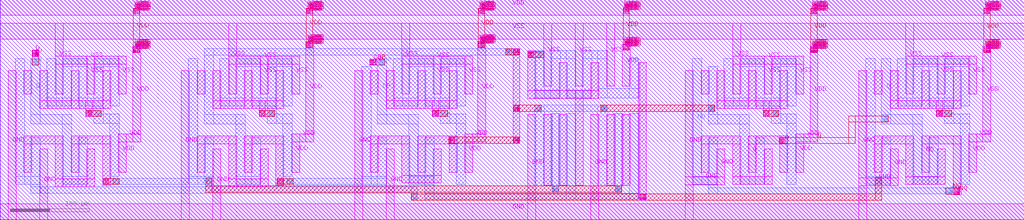
<source format=lef>
VERSION 5.8 ;
BUSBITCHARS "[]" ;
DIVIDERCHAR "/" ;

PROPERTYDEFINITIONS
  LIBRARY artistTranslator STRING "4.2.1" ;
  LIBRARY artistVersion STRING "4.2.1" ;
  LAYER LEF58_TYPE STRING ;
END PROPERTYDEFINITIONS

UNITS
  DATABASE MICRONS 1000 ;
END UNITS
MANUFACTURINGGRID 0.001 ;
LAYER OVERLAP
  TYPE OVERLAP ;
END OVERLAP

LAYER Active
  TYPE MASTERSLICE ;
  #PROPERTY LEF58_TYPE "TYPE DIFFUSION ;" ;
END Active

LAYER GO1
  TYPE MASTERSLICE ;
  #PROPERTY LEF58_TYPE "TYPE DIFFUSION ;" ;
END GO1

LAYER Gate
  TYPE ROUTING ;
  DIRECTION HORIZONTAL ;
  #DIRECTION VERTICAL ;
  PITCH 10 ;
  WIDTH 5 ;
  OFFSET 0 ;
  SPACINGTABLE
    PARALLELRUNLENGTH 1 
    WIDTH 3 5 ;
  MINIMUMCUT 2 WIDTH 1.5 LENGTH 1.5 WITHIN 1 ;
  RESISTANCE RPERSQ 0.0736 ;
  CAPACITANCE CPERSQDIST 0.0002 ;
  THICKNESS 0.15 ;
  EDGECAPACITANCE 0.0002 ;
  DCCURRENTDENSITY AVERAGE 2 ;
  PROPERTY LEF58_TYPE "TYPE POLYROUTING ;" ;
END Gate

LAYER Cont
  TYPE CUT ;
  SPACING 0.5 ;
  WIDTH 0.5 ;
  RESISTANCE 3.3 ;
  DCCURRENTDENSITY AVERAGE 0.1 ;
END Cont

LAYER Metal1
  TYPE ROUTING ;
  #DIRECTION HORIZONTAL ;
  DIRECTION VERTICAL ;
  PITCH 10 ;
  WIDTH 5 ;
  OFFSET 5 ;
  SPACINGTABLE
    PARALLELRUNLENGTH 1 
    WIDTH 3 5 ;
  MINIMUMCUT 2 WIDTH 1.5 FROMABOVE LENGTH 1.5 WITHIN 1 ;
  MINIMUMCUT 2 WIDTH 1.5 FROMBELOW LENGTH 1.5 WITHIN 1 ;
  RESISTANCE RPERSQ 0.0604 ;
  CAPACITANCE CPERSQDIST 0.0002 ;
  THICKNESS 0.18 ;
  EDGECAPACITANCE 0.0002 ;
  DCCURRENTDENSITY AVERAGE 2 ;
END Metal1

LAYER Contact
  TYPE CUT ;
  SPACING 0.5 ;
  SPACING 1.1 LAYER Gate ;
  WIDTH 0.5 ;
  RESISTANCE 5 ;
  DCCURRENTDENSITY AVERAGE 0.1 ;
END Contact

LAYER NSD
  TYPE ROUTING ;
  DIRECTION HORIZONTAL ;
  #DIRECTION VERTICAL ; 
  PITCH 10 ;
  WIDTH 5 ;
  OFFSET 0 ;
  SPACINGTABLE
    PARALLELRUNLENGTH 1 
    WIDTH 3 5 ;
  MINIMUMCUT 2 WIDTH 1.5 LENGTH 1.5 WITHIN 1 ;
  RESISTANCE RPERSQ 0.0604 ;
  CAPACITANCE CPERSQDIST 0.0002 ;
  THICKNESS 0.18 ;
  EDGECAPACITANCE 0.0002 ;
  DCCURRENTDENSITY AVERAGE 2 ;
END NSD

VIARULE Gate_Metal1 GENERATE DEFAULT
  LAYER Gate ;
    ENCLOSURE 1 1 ;
  LAYER Metal1 ;
    ENCLOSURE 1 1 ;
  LAYER Cont ;
    RECT -0.5 -0.5 0.5 0.5 ;
    SPACING 2 BY 2 ;
    RESISTANCE 0.040000 ;
END Gate_Metal1

VIARULE Metal1_NSD GENERATE DEFAULT
  LAYER Metal1 ;
    ENCLOSURE 1 1 ;
  LAYER NSD ;
    ENCLOSURE 1 1 ;
  LAYER Contact ;
    RECT -0.5 -0.5 0.5 0.5 ;
    SPACING 2 BY 2 ;
    RESISTANCE 0.200000 ;
END Metal1_NSD

VIA Gate_Metal1_0 DEFAULT
  VIARULE Gate_Metal1 ;
  CUTSIZE 1 1 ;
  LAYERS Gate Cont Metal1 ;
  CUTSPACING 1 1 ;
  ENCLOSURE 1 1 1 1 ;
  ROWCOL 2 2 ;
END Gate_Metal1_0

VIA Metal1_NSD_0 DEFAULT 
  VIARULE Metal1_NSD ;
  CUTSIZE 1 1 ;
  LAYERS Metal1 Contact NSD ;
  CUTSPACING 1 1 ;
  ENCLOSURE 1 1 1 1 ;
  ROWCOL 2 2 ;
END Metal1_NSD_0

NONDEFAULTRULE virtuosoDefaultSetup
  LAYER Gate
    WIDTH 5 ;
  END Gate
  LAYER Metal1
    WIDTH 5 ;
  END Metal1
  LAYER NSD
    WIDTH 5 ;
  END NSD
  USEVIARULE Gate_Metal1 ;
  USEVIARULE Metal1_NSD ;
END virtuosoDefaultSetup

NONDEFAULTRULE VLMDefaultSetup
  LAYER Gate
    WIDTH 5 ;
  END Gate
  LAYER Metal1
    WIDTH 5 ;
  END Metal1
  LAYER NSD
    WIDTH 5 ;
  END NSD
  USEVIARULE Gate_Metal1 ;
  USEVIARULE Metal1_NSD ;
END VLMDefaultSetup

SITE CoreSite
  CLASS CORE ;
  SYMMETRY Y ;
  SIZE 10 BY 280 ;
END CoreSite


MACRO MoS2And
  CLASS CORE ;
  ORIGIN 0 0 ;
  FOREIGN MoS2And 0 0 ;
  SIZE 340 BY 280 ;
  SYMMETRY X Y ;
  SITE core ;
  PIN A
    DIRECTION INOUT ;
    USE SIGNAL ;
    PORT
      LAYER Gate ;
        RECT 99 45 111 105 ;
        RECT 79 45 111 55 ;
        RECT 39 122 91 134 ;
        RECT 79 45 91 134 ;
        RECT 39 122 51 205 ;
      LAYER Metal1 ;
        RECT 40.695 196.625 48.695 215.85 ;
      LAYER NSD ;
        RECT 40.695 207.85 48.695 215.85 ;
      LAYER Cont ;
        RECT 41.195 203.125 42.195 204.125 ;
        RECT 41.195 201.125 42.195 202.125 ;
        RECT 41.195 199.125 42.195 200.125 ;
        RECT 41.195 197.125 42.195 198.125 ;
        RECT 43.195 203.125 44.195 204.125 ;
        RECT 43.195 201.125 44.195 202.125 ;
        RECT 43.195 199.125 44.195 200.125 ;
        RECT 43.195 197.125 44.195 198.125 ;
        RECT 45.195 203.125 46.195 204.125 ;
        RECT 45.195 201.125 46.195 202.125 ;
        RECT 45.195 199.125 46.195 200.125 ;
        RECT 45.195 197.125 46.195 198.125 ;
        RECT 47.195 203.125 48.195 204.125 ;
        RECT 47.195 201.125 48.195 202.125 ;
        RECT 47.195 199.125 48.195 200.125 ;
        RECT 47.195 197.125 48.195 198.125 ;
      LAYER Contact ;
        RECT 41.195 214.35 42.195 215.35 ;
        RECT 41.195 212.35 42.195 213.35 ;
        RECT 41.195 210.35 42.195 211.35 ;
        RECT 41.195 208.35 42.195 209.35 ;
        RECT 43.195 214.35 44.195 215.35 ;
        RECT 43.195 212.35 44.195 213.35 ;
        RECT 43.195 210.35 44.195 211.35 ;
        RECT 43.195 208.35 44.195 209.35 ;
        RECT 45.195 214.35 46.195 215.35 ;
        RECT 45.195 212.35 46.195 213.35 ;
        RECT 45.195 210.35 46.195 211.35 ;
        RECT 45.195 208.35 46.195 209.35 ;
        RECT 47.195 214.35 48.195 215.35 ;
        RECT 47.195 212.35 48.195 213.35 ;
        RECT 47.195 210.35 48.195 211.35 ;
        RECT 47.195 208.35 48.195 209.35 ;
    END
  END A
  PIN B
    DIRECTION INOUT ;
    USE SIGNAL ;
    PORT
      LAYER Gate ;
        RECT 39 45 51 105 ;
        RECT 19 45 51 55 ;
        RECT 19 45 31 205 ;
      LAYER Metal1 ;
        RECT 31.035 33.42 39.035 54.12 ;
      LAYER NSD ;
        RECT 31.035 33.42 39.035 41.42 ;
      LAYER Cont ;
        RECT 31.535 52.62 32.535 53.62 ;
        RECT 31.535 50.62 32.535 51.62 ;
        RECT 31.535 48.62 32.535 49.62 ;
        RECT 31.535 46.62 32.535 47.62 ;
        RECT 33.535 52.62 34.535 53.62 ;
        RECT 33.535 50.62 34.535 51.62 ;
        RECT 33.535 48.62 34.535 49.62 ;
        RECT 33.535 46.62 34.535 47.62 ;
        RECT 35.535 52.62 36.535 53.62 ;
        RECT 35.535 50.62 36.535 51.62 ;
        RECT 35.535 48.62 36.535 49.62 ;
        RECT 35.535 46.62 36.535 47.62 ;
        RECT 37.535 52.62 38.535 53.62 ;
        RECT 37.535 50.62 38.535 51.62 ;
        RECT 37.535 48.62 38.535 49.62 ;
        RECT 37.535 46.62 38.535 47.62 ;
      LAYER Contact ;
        RECT 31.535 39.92 32.535 40.92 ;
        RECT 31.535 37.92 32.535 38.92 ;
        RECT 31.535 35.92 32.535 36.92 ;
        RECT 31.535 33.92 32.535 34.92 ;
        RECT 33.535 39.92 34.535 40.92 ;
        RECT 33.535 37.92 34.535 38.92 ;
        RECT 33.535 35.92 34.535 36.92 ;
        RECT 33.535 33.92 34.535 34.92 ;
        RECT 35.535 39.92 36.535 40.92 ;
        RECT 35.535 37.92 36.535 38.92 ;
        RECT 35.535 35.92 36.535 36.92 ;
        RECT 35.535 33.92 36.535 34.92 ;
        RECT 37.535 39.92 38.535 40.92 ;
        RECT 37.535 37.92 38.535 38.92 ;
        RECT 37.535 35.92 38.535 36.92 ;
        RECT 37.535 33.92 38.535 34.92 ;
    END
  END B
  PIN GND
    DIRECTION INOUT ;
    USE GROUND ;
    SHAPE ABUTMENT ;
    PORT
      LAYER NSD ;
        RECT 10 0 20 190 ;
    END
    PORT
      LAYER NSD ;
        RECT 50 0 60 90 ;
    END
    PORT
      LAYER NSD ;
        RECT 200 0 210 90 ;
    END
    PORT
      LAYER NSD ;
        RECT 0 0 340 20 ;
    END
  END GND
  PIN VDD
    DIRECTION INOUT ;
    USE POWER ;
    SHAPE ABUTMENT ;
    PORT
      LAYER Contact ;
        RECT 313 211.225 314 212.225 ;
    END
    PORT
      LAYER Contact ;
        RECT 313 213.225 314 214.225 ;
    END
    PORT
      LAYER Contact ;
        RECT 313 215.225 314 216.225 ;
    END
    PORT
      LAYER Contact ;
        RECT 313 217.225 314 218.225 ;
    END
    PORT
      LAYER Contact ;
        RECT 313 261.65 314 262.65 ;
    END
    PORT
      LAYER Contact ;
        RECT 313 263.65 314 264.65 ;
    END
    PORT
      LAYER Contact ;
        RECT 313 265.65 314 266.65 ;
    END
    PORT
      LAYER Contact ;
        RECT 313 267.65 314 268.65 ;
    END
    PORT
      LAYER Contact ;
        RECT 311 211.225 312 212.225 ;
    END
    PORT
      LAYER Contact ;
        RECT 311 213.225 312 214.225 ;
    END
    PORT
      LAYER Contact ;
        RECT 311 215.225 312 216.225 ;
    END
    PORT
      LAYER Contact ;
        RECT 311 217.225 312 218.225 ;
    END
    PORT
      LAYER Contact ;
        RECT 311 261.65 312 262.65 ;
    END
    PORT
      LAYER Contact ;
        RECT 311 263.65 312 264.65 ;
    END
    PORT
      LAYER Contact ;
        RECT 311 265.65 312 266.65 ;
    END
    PORT
      LAYER Contact ;
        RECT 311 267.65 312 268.65 ;
    END
    PORT
      LAYER Contact ;
        RECT 309 211.225 310 212.225 ;
    END
    PORT
      LAYER Contact ;
        RECT 309 213.225 310 214.225 ;
    END
    PORT
      LAYER Contact ;
        RECT 309 215.225 310 216.225 ;
    END
    PORT
      LAYER Contact ;
        RECT 309 217.225 310 218.225 ;
    END
    PORT
      LAYER Contact ;
        RECT 309 261.65 310 262.65 ;
    END
    PORT
      LAYER Contact ;
        RECT 309 263.65 310 264.65 ;
    END
    PORT
      LAYER Contact ;
        RECT 309 265.65 310 266.65 ;
    END
    PORT
      LAYER Contact ;
        RECT 309 267.65 310 268.65 ;
    END
    PORT
      LAYER Contact ;
        RECT 307 211.225 308 212.225 ;
    END
    PORT
      LAYER Contact ;
        RECT 307 213.225 308 214.225 ;
    END
    PORT
      LAYER Contact ;
        RECT 307 215.225 308 216.225 ;
    END
    PORT
      LAYER Contact ;
        RECT 307 217.225 308 218.225 ;
    END
    PORT
      LAYER Contact ;
        RECT 307 261.65 308 262.65 ;
    END
    PORT
      LAYER Contact ;
        RECT 307 263.65 308 264.65 ;
    END
    PORT
      LAYER Contact ;
        RECT 307 265.65 308 266.65 ;
    END
    PORT
      LAYER Contact ;
        RECT 307 267.65 308 268.65 ;
    END
    PORT
      LAYER Contact ;
        RECT 171.465 212.915 172.465 213.915 ;
    END
    PORT
      LAYER Contact ;
        RECT 171.465 214.915 172.465 215.915 ;
    END
    PORT
      LAYER Contact ;
        RECT 171.465 216.915 172.465 217.915 ;
    END
    PORT
      LAYER Contact ;
        RECT 171.465 218.915 172.465 219.915 ;
    END
    PORT
      LAYER Contact ;
        RECT 171.465 261.91 172.465 262.91 ;
    END
    PORT
      LAYER Contact ;
        RECT 171.465 263.91 172.465 264.91 ;
    END
    PORT
      LAYER Contact ;
        RECT 171.465 265.91 172.465 266.91 ;
    END
    PORT
      LAYER Contact ;
        RECT 171.465 267.91 172.465 268.91 ;
    END
    PORT
      LAYER Contact ;
        RECT 169.465 212.915 170.465 213.915 ;
    END
    PORT
      LAYER Contact ;
        RECT 169.465 214.915 170.465 215.915 ;
    END
    PORT
      LAYER Contact ;
        RECT 169.465 216.915 170.465 217.915 ;
    END
    PORT
      LAYER Contact ;
        RECT 169.465 218.915 170.465 219.915 ;
    END
    PORT
      LAYER Contact ;
        RECT 169.465 261.91 170.465 262.91 ;
    END
    PORT
      LAYER Contact ;
        RECT 169.465 263.91 170.465 264.91 ;
    END
    PORT
      LAYER Contact ;
        RECT 169.465 265.91 170.465 266.91 ;
    END
    PORT
      LAYER Contact ;
        RECT 169.465 267.91 170.465 268.91 ;
    END
    PORT
      LAYER Contact ;
        RECT 167.465 212.915 168.465 213.915 ;
    END
    PORT
      LAYER Contact ;
        RECT 167.465 214.915 168.465 215.915 ;
    END
    PORT
      LAYER Contact ;
        RECT 167.465 216.915 168.465 217.915 ;
    END
    PORT
      LAYER Contact ;
        RECT 167.465 218.915 168.465 219.915 ;
    END
    PORT
      LAYER Contact ;
        RECT 167.465 261.91 168.465 262.91 ;
    END
    PORT
      LAYER Contact ;
        RECT 167.465 263.91 168.465 264.91 ;
    END
    PORT
      LAYER Contact ;
        RECT 167.465 265.91 168.465 266.91 ;
    END
    PORT
      LAYER Contact ;
        RECT 167.465 267.91 168.465 268.91 ;
    END
    PORT
      LAYER Contact ;
        RECT 165.465 212.915 166.465 213.915 ;
    END
    PORT
      LAYER Contact ;
        RECT 165.465 214.915 166.465 215.915 ;
    END
    PORT
      LAYER Contact ;
        RECT 165.465 216.915 166.465 217.915 ;
    END
    PORT
      LAYER Contact ;
        RECT 165.465 218.915 166.465 219.915 ;
    END
    PORT
      LAYER Contact ;
        RECT 165.465 261.91 166.465 262.91 ;
    END
    PORT
      LAYER Contact ;
        RECT 165.465 263.91 166.465 264.91 ;
    END
    PORT
      LAYER Contact ;
        RECT 165.465 265.91 166.465 266.91 ;
    END
    PORT
      LAYER Contact ;
        RECT 165.465 267.91 166.465 268.91 ;
    END
    PORT
      LAYER NSD ;
        RECT 150 60 160 108.9 ;
    END
    PORT
      LAYER NSD ;
        RECT 150 98.9 173.85 108.9 ;
    END
    PORT
      LAYER NSD ;
        RECT 163.85 98.9 173.85 220.75 ;
    END
    PORT
      LAYER NSD ;
        RECT 240 60 250 105.55 ;
    END
    PORT
      LAYER NSD ;
        RECT 240 95.55 315.45 105.55 ;
    END
    PORT
      LAYER NSD ;
        RECT 305.45 95.55 315.45 219.1 ;
    END
    PORT
      LAYER NSD ;
        RECT 0 260 340 280 ;
    END
    PORT
      LAYER Metal1 ;
        RECT 164.965 212.415 172.965 269.41 ;
    END
    PORT
      LAYER Metal1 ;
        RECT 306.5 210.725 314.5 269.15 ;
    END
  END VDD
  PIN VOUT
    DIRECTION INOUT ;
    USE SIGNAL ;
    PORT
      LAYER NSD ;
        RECT 220 31.785 230 90 ;
    END
  END VOUT
  PIN VSS
    DIRECTION INOUT ;
    USE GROUND ;
    SHAPE ABUTMENT ;
    PORT
      LAYER NSD ;
        RECT 70 160 80 250 ;
    END
    PORT
      LAYER NSD ;
        RECT 110 160 120 208.1 ;
    END
    PORT
      LAYER NSD ;
        RECT 150 160 160 208.1 ;
    END
    PORT
      LAYER NSD ;
        RECT 70 198.1 160 208.1 ;
    END
    PORT
      LAYER NSD ;
        RECT 200 160 210 250 ;
    END
    PORT
      LAYER NSD ;
        RECT 240 160 250 208.95 ;
    END
    PORT
      LAYER NSD ;
        RECT 280 160 290 208.95 ;
    END
    PORT
      LAYER NSD ;
        RECT 200 198.95 290 208.95 ;
    END
    PORT
      LAYER NSD ;
        RECT 0 230 340 250 ;
    END
  END VSS
  OBS
    LAYER Gate ;
      RECT 249 195 281 205 ;
      RECT 269 145 281 205 ;
      RECT 209 195 241 205 ;
      RECT 229 45 241 205 ;
      RECT 189 145 201 205 ;
      RECT 249 145 261 205 ;
      RECT 209 145 221 205 ;
      RECT 229 145 261 155 ;
      RECT 189 145 221 155 ;
      RECT 195 114.75 241 124.75 ;
      RECT 209 43.35 221 105 ;
      RECT 189 43.35 201 105 ;
      RECT 189 43.35 221 55.35 ;
      RECT 119 195 151 205 ;
      RECT 139 145 151 205 ;
      RECT 79 195 111 205 ;
      RECT 99 145 111 205 ;
      RECT 59 145 71 205 ;
      RECT 119 122.6 131 205 ;
      RECT 79 145 91 205 ;
      RECT 99 145 131 155 ;
      RECT 59 145 91 155 ;
      RECT 119 122.6 151 134.6 ;
      RECT 139 45 151 134.6 ;
    LAYER NSD ;
      RECT 260 142.25 270 190 ;
      RECT 220 142.25 230 190 ;
      RECT 180 60 190 190 ;
      RECT 180 142.25 270 152.25 ;
      RECT 90 96.35 140 106.35 ;
      RECT 130 43.35 140 106.35 ;
      RECT 90 60 100 106.35 ;
      RECT 130 43.35 183.15 53.35 ;
      RECT 130 141.75 140 190 ;
      RECT 90 141.75 100 190 ;
      RECT 50 141.75 60 190 ;
      RECT 50 141.75 140 151.75 ;
      RECT 108.6 131.2 116.6 151.75 ;
      RECT 30 96.35 80 106.35 ;
      RECT 70 42.05 80 106.35 ;
      RECT 30 60 40 106.35 ;
      RECT 110 42.05 120 90 ;
      RECT 70 42.05 120 52.05 ;
      RECT 30 160 40 190 ;
    LAYER Contact ;
      RECT 188.5 115.265 189.5 116.265 ;
      RECT 188.5 117.265 189.5 118.265 ;
      RECT 188.5 119.265 189.5 120.265 ;
      RECT 188.5 121.265 189.5 122.265 ;
      RECT 188.5 123.265 189.5 124.265 ;
      RECT 186.5 115.265 187.5 116.265 ;
      RECT 186.5 117.265 187.5 118.265 ;
      RECT 186.5 119.265 187.5 120.265 ;
      RECT 186.5 121.265 187.5 122.265 ;
      RECT 186.5 123.265 187.5 124.265 ;
      RECT 184.5 115.265 185.5 116.265 ;
      RECT 184.5 117.265 185.5 118.265 ;
      RECT 184.5 119.265 185.5 120.265 ;
      RECT 184.5 121.265 185.5 122.265 ;
      RECT 184.5 123.265 185.5 124.265 ;
      RECT 182.5 115.265 183.5 116.265 ;
      RECT 182.5 117.265 183.5 118.265 ;
      RECT 182.5 119.265 183.5 120.265 ;
      RECT 182.5 121.265 183.5 122.265 ;
      RECT 182.5 123.265 183.5 124.265 ;
      RECT 181.665 43.835 182.665 44.835 ;
      RECT 181.665 45.835 182.665 46.835 ;
      RECT 181.665 47.835 182.665 48.835 ;
      RECT 181.665 49.835 182.665 50.835 ;
      RECT 181.665 51.835 182.665 52.835 ;
      RECT 180.5 115.265 181.5 116.265 ;
      RECT 180.5 117.265 181.5 118.265 ;
      RECT 180.5 119.265 181.5 120.265 ;
      RECT 180.5 121.265 181.5 122.265 ;
      RECT 180.5 123.265 181.5 124.265 ;
      RECT 179.665 43.835 180.665 44.835 ;
      RECT 179.665 45.835 180.665 46.835 ;
      RECT 179.665 47.835 180.665 48.835 ;
      RECT 179.665 49.835 180.665 50.835 ;
      RECT 179.665 51.835 180.665 52.835 ;
      RECT 177.665 43.835 178.665 44.835 ;
      RECT 177.665 45.835 178.665 46.835 ;
      RECT 177.665 47.835 178.665 48.835 ;
      RECT 177.665 49.835 178.665 50.835 ;
      RECT 177.665 51.835 178.665 52.835 ;
      RECT 175.665 43.835 176.665 44.835 ;
      RECT 175.665 45.835 176.665 46.835 ;
      RECT 175.665 47.835 176.665 48.835 ;
      RECT 175.665 49.835 176.665 50.835 ;
      RECT 175.665 51.835 176.665 52.835 ;
      RECT 173.665 43.835 174.665 44.835 ;
      RECT 173.665 45.835 174.665 46.835 ;
      RECT 173.665 47.835 174.665 48.835 ;
      RECT 173.665 49.835 174.665 50.835 ;
      RECT 173.665 51.835 174.665 52.835 ;
      RECT 115.11 131.675 116.11 132.675 ;
      RECT 115.11 133.675 116.11 134.675 ;
      RECT 115.11 135.675 116.11 136.675 ;
      RECT 115.11 137.675 116.11 138.675 ;
      RECT 113.11 131.675 114.11 132.675 ;
      RECT 113.11 133.675 114.11 134.675 ;
      RECT 113.11 135.675 114.11 136.675 ;
      RECT 113.11 137.675 114.11 138.675 ;
      RECT 111.11 131.675 112.11 132.675 ;
      RECT 111.11 133.675 112.11 134.675 ;
      RECT 111.11 135.675 112.11 136.675 ;
      RECT 111.11 137.675 112.11 138.675 ;
      RECT 109.11 131.675 110.11 132.675 ;
      RECT 109.11 133.675 110.11 134.675 ;
      RECT 109.11 135.675 110.11 136.675 ;
      RECT 109.11 137.675 110.11 138.675 ;
    LAYER Cont ;
      RECT 203.5 115.265 204.5 116.265 ;
      RECT 203.5 117.265 204.5 118.265 ;
      RECT 203.5 119.265 204.5 120.265 ;
      RECT 203.5 121.265 204.5 122.265 ;
      RECT 203.5 123.265 204.5 124.265 ;
      RECT 201.5 115.265 202.5 116.265 ;
      RECT 201.5 117.265 202.5 118.265 ;
      RECT 201.5 119.265 202.5 120.265 ;
      RECT 201.5 121.265 202.5 122.265 ;
      RECT 201.5 123.265 202.5 124.265 ;
      RECT 199.5 115.265 200.5 116.265 ;
      RECT 199.5 117.265 200.5 118.265 ;
      RECT 199.5 119.265 200.5 120.265 ;
      RECT 199.5 121.265 200.5 122.265 ;
      RECT 199.5 123.265 200.5 124.265 ;
      RECT 197.5 43.835 198.5 44.835 ;
      RECT 197.5 45.835 198.5 46.835 ;
      RECT 197.5 47.835 198.5 48.835 ;
      RECT 197.5 49.835 198.5 50.835 ;
      RECT 197.5 51.835 198.5 52.835 ;
      RECT 197.5 115.265 198.5 116.265 ;
      RECT 197.5 117.265 198.5 118.265 ;
      RECT 197.5 119.265 198.5 120.265 ;
      RECT 197.5 121.265 198.5 122.265 ;
      RECT 197.5 123.265 198.5 124.265 ;
      RECT 195.5 43.835 196.5 44.835 ;
      RECT 195.5 45.835 196.5 46.835 ;
      RECT 195.5 47.835 196.5 48.835 ;
      RECT 195.5 49.835 196.5 50.835 ;
      RECT 195.5 51.835 196.5 52.835 ;
      RECT 195.5 115.265 196.5 116.265 ;
      RECT 195.5 117.265 196.5 118.265 ;
      RECT 195.5 119.265 196.5 120.265 ;
      RECT 195.5 121.265 196.5 122.265 ;
      RECT 195.5 123.265 196.5 124.265 ;
      RECT 193.5 43.835 194.5 44.835 ;
      RECT 193.5 45.835 194.5 46.835 ;
      RECT 193.5 47.835 194.5 48.835 ;
      RECT 193.5 49.835 194.5 50.835 ;
      RECT 193.5 51.835 194.5 52.835 ;
      RECT 191.5 43.835 192.5 44.835 ;
      RECT 191.5 45.835 192.5 46.835 ;
      RECT 191.5 47.835 192.5 48.835 ;
      RECT 191.5 49.835 192.5 50.835 ;
      RECT 191.5 51.835 192.5 52.835 ;
      RECT 189.5 43.835 190.5 44.835 ;
      RECT 189.5 45.835 190.5 46.835 ;
      RECT 189.5 47.835 190.5 48.835 ;
      RECT 189.5 49.835 190.5 50.835 ;
      RECT 189.5 51.835 190.5 52.835 ;
      RECT 126.925 131.675 127.925 132.675 ;
      RECT 126.925 133.675 127.925 134.675 ;
      RECT 126.925 135.675 127.925 136.675 ;
      RECT 126.925 137.675 127.925 138.675 ;
      RECT 124.925 131.675 125.925 132.675 ;
      RECT 124.925 133.675 125.925 134.675 ;
      RECT 124.925 135.675 125.925 136.675 ;
      RECT 124.925 137.675 125.925 138.675 ;
      RECT 122.925 131.675 123.925 132.675 ;
      RECT 122.925 133.675 123.925 134.675 ;
      RECT 122.925 135.675 123.925 136.675 ;
      RECT 122.925 137.675 123.925 138.675 ;
      RECT 120.925 131.675 121.925 132.675 ;
      RECT 120.925 133.675 121.925 134.675 ;
      RECT 120.925 135.675 121.925 136.675 ;
      RECT 120.925 137.675 121.925 138.675 ;
    LAYER Metal1 ;
      RECT 180 114.765 205 124.765 ;
      RECT 173.165 43.335 199 53.335 ;
      RECT 108.61 131.175 128.425 139.175 ;
  END
END MoS2And

MACRO MoS2DFlipFlop
  CLASS CORE ;
  ORIGIN 0 0 ;
  FOREIGN MoS2DFlipFlop 0 0 ;
  SIZE 1300 BY 280 ;
  SYMMETRY X Y ;
  SITE core ;
  PIN CP
    DIRECTION INOUT ;
    USE CLOCK ;
    PORT
      LAYER Gate ;
        RECT 799 25.9 811 135.05 ;
        RECT 539 25.9 811 33.9 ;
        RECT 719 25.9 731 135.05 ;
        RECT 539 25.9 551 105 ;
        RECT 519 45 551 55 ;
        RECT 479 122 531 134 ;
        RECT 519 45 531 134 ;
        RECT 479 122 491 205 ;
      LAYER Metal1 ;
        RECT 469.452 196.748 488.152 204.748 ;
      LAYER NSD ;
        RECT 469.452 196.748 477.452 204.748 ;
      LAYER Cont ;
        RECT 480.652 203.248 481.652 204.248 ;
        RECT 480.652 201.248 481.652 202.248 ;
        RECT 480.652 199.248 481.652 200.248 ;
        RECT 480.652 197.248 481.652 198.248 ;
        RECT 482.652 203.248 483.652 204.248 ;
        RECT 482.652 201.248 483.652 202.248 ;
        RECT 482.652 199.248 483.652 200.248 ;
        RECT 482.652 197.248 483.652 198.248 ;
        RECT 484.652 203.248 485.652 204.248 ;
        RECT 484.652 201.248 485.652 202.248 ;
        RECT 484.652 199.248 485.652 200.248 ;
        RECT 484.652 197.248 485.652 198.248 ;
        RECT 486.652 203.248 487.652 204.248 ;
        RECT 486.652 201.248 487.652 202.248 ;
        RECT 486.652 199.248 487.652 200.248 ;
        RECT 486.652 197.248 487.652 198.248 ;
      LAYER Contact ;
        RECT 469.952 203.248 470.952 204.248 ;
        RECT 469.952 201.248 470.952 202.248 ;
        RECT 469.952 199.248 470.952 200.248 ;
        RECT 469.952 197.248 470.952 198.248 ;
        RECT 471.952 203.248 472.952 204.248 ;
        RECT 471.952 201.248 472.952 202.248 ;
        RECT 471.952 199.248 472.952 200.248 ;
        RECT 471.952 197.248 472.952 198.248 ;
        RECT 473.952 203.248 474.952 204.248 ;
        RECT 473.952 201.248 474.952 202.248 ;
        RECT 473.952 199.248 474.952 200.248 ;
        RECT 473.952 197.248 474.952 198.248 ;
        RECT 475.952 203.248 476.952 204.248 ;
        RECT 475.952 201.248 476.952 202.248 ;
        RECT 475.952 199.248 476.952 200.248 ;
        RECT 475.952 197.248 476.952 198.248 ;
    END
  END CP
  PIN D
    DIRECTION INOUT ;
    USE SIGNAL ;
    PORT
      LAYER Gate ;
        RECT 99 45 111 105 ;
        RECT 79 45 111 55 ;
        RECT 39 122 91 134 ;
        RECT 79 45 91 134 ;
        RECT 39 122 51 205 ;
      LAYER Metal1 ;
        RECT 40.696 196.628 48.696 215.852 ;
      LAYER NSD ;
        RECT 40.696 207.852 48.696 215.852 ;
      LAYER Cont ;
        RECT 41.196 203.128 42.196 204.128 ;
        RECT 41.196 201.128 42.196 202.128 ;
        RECT 41.196 199.128 42.196 200.128 ;
        RECT 41.196 197.128 42.196 198.128 ;
        RECT 43.196 203.128 44.196 204.128 ;
        RECT 43.196 201.128 44.196 202.128 ;
        RECT 43.196 199.128 44.196 200.128 ;
        RECT 43.196 197.128 44.196 198.128 ;
        RECT 45.196 203.128 46.196 204.128 ;
        RECT 45.196 201.128 46.196 202.128 ;
        RECT 45.196 199.128 46.196 200.128 ;
        RECT 45.196 197.128 46.196 198.128 ;
        RECT 47.196 203.128 48.196 204.128 ;
        RECT 47.196 201.128 48.196 202.128 ;
        RECT 47.196 199.128 48.196 200.128 ;
        RECT 47.196 197.128 48.196 198.128 ;
      LAYER Contact ;
        RECT 41.196 214.352 42.196 215.352 ;
        RECT 41.196 212.352 42.196 213.352 ;
        RECT 41.196 210.352 42.196 211.352 ;
        RECT 41.196 208.352 42.196 209.352 ;
        RECT 43.196 214.352 44.196 215.352 ;
        RECT 43.196 212.352 44.196 213.352 ;
        RECT 43.196 210.352 44.196 211.352 ;
        RECT 43.196 208.352 44.196 209.352 ;
        RECT 45.196 214.352 46.196 215.352 ;
        RECT 45.196 212.352 46.196 213.352 ;
        RECT 45.196 210.352 46.196 211.352 ;
        RECT 45.196 208.352 46.196 209.352 ;
        RECT 47.196 214.352 48.196 215.352 ;
        RECT 47.196 212.352 48.196 213.352 ;
        RECT 47.196 210.352 48.196 211.352 ;
        RECT 47.196 208.352 48.196 209.352 ;
    END
  END D
  PIN GND
    DIRECTION INOUT ;
    USE GROUND ;
    SHAPE ABUTMENT ;
    PORT
      LAYER NSD ;
        RECT 10 0 20 190 ;
    END
    PORT
      LAYER NSD ;
        RECT 50 0 60 90 ;
    END
    PORT
      LAYER NSD ;
        RECT 230 0 240 190 ;
    END
    PORT
      LAYER NSD ;
        RECT 270 0 280 90 ;
    END
    PORT
      LAYER NSD ;
        RECT 450 0 460 190 ;
    END
    PORT
      LAYER NSD ;
        RECT 490 0 500 90 ;
    END
    PORT
      LAYER NSD ;
        RECT 670 0 680 134.05 ;
    END
    PORT
      LAYER NSD ;
        RECT 750 0 760 134.05 ;
    END
    PORT
      LAYER NSD ;
        RECT 870 0 880 190 ;
    END
    PORT
      LAYER NSD ;
        RECT 870 44.35 920 54.35 ;
    END
    PORT
      LAYER NSD ;
        RECT 910 44.35 920 90 ;
    END
    PORT
      LAYER NSD ;
        RECT 1090 0 1100 190 ;
    END
    PORT
      LAYER NSD ;
        RECT 1090 43.45 1140 53.45 ;
    END
    PORT
      LAYER NSD ;
        RECT 1130 43.45 1140 90 ;
    END
    PORT
      LAYER NSD ;
        RECT 0 0 1300 20 ;
    END
  END GND
  PIN NQ
    DIRECTION INOUT ;
    USE SIGNAL ;
    PORT
      LAYER Gate ;
        RECT 899 32.7 1208.95 40.7 ;
        RECT 899 32.7 911 105 ;
        RECT 879 45 911 55 ;
        RECT 879 45 891 205 ;
      LAYER Metal1 ;
        RECT 1200.58 32.68 1218.696 40.68 ;
      LAYER NSD ;
        RECT 1170 96.35 1220 106.35 ;
        RECT 1210 31.7 1220 106.35 ;
        RECT 1170 60 1180 106.35 ;
      LAYER Cont ;
        RECT 1201.08 39.18 1202.08 40.18 ;
        RECT 1201.08 37.18 1202.08 38.18 ;
        RECT 1201.08 35.18 1202.08 36.18 ;
        RECT 1201.08 33.18 1202.08 34.18 ;
        RECT 1203.08 39.18 1204.08 40.18 ;
        RECT 1203.08 37.18 1204.08 38.18 ;
        RECT 1203.08 35.18 1204.08 36.18 ;
        RECT 1203.08 33.18 1204.08 34.18 ;
        RECT 1205.08 39.18 1206.08 40.18 ;
        RECT 1205.08 37.18 1206.08 38.18 ;
        RECT 1205.08 35.18 1206.08 36.18 ;
        RECT 1205.08 33.18 1206.08 34.18 ;
        RECT 1207.08 39.18 1208.08 40.18 ;
        RECT 1207.08 37.18 1208.08 38.18 ;
        RECT 1207.08 35.18 1208.08 36.18 ;
        RECT 1207.08 33.18 1208.08 34.18 ;
      LAYER Contact ;
        RECT 1211.196 39.18 1212.196 40.18 ;
        RECT 1211.196 37.18 1212.196 38.18 ;
        RECT 1211.196 35.18 1212.196 36.18 ;
        RECT 1211.196 33.18 1212.196 34.18 ;
        RECT 1213.196 39.18 1214.196 40.18 ;
        RECT 1213.196 37.18 1214.196 38.18 ;
        RECT 1213.196 35.18 1214.196 36.18 ;
        RECT 1213.196 33.18 1214.196 34.18 ;
        RECT 1215.196 39.18 1216.196 40.18 ;
        RECT 1215.196 37.18 1216.196 38.18 ;
        RECT 1215.196 35.18 1216.196 36.18 ;
        RECT 1215.196 33.18 1216.196 34.18 ;
        RECT 1217.196 39.18 1218.196 40.18 ;
        RECT 1217.196 37.18 1218.196 38.18 ;
        RECT 1217.196 35.18 1218.196 36.18 ;
        RECT 1217.196 33.18 1218.196 34.18 ;
    END
  END NQ
  PIN Q
    DIRECTION INOUT ;
    USE SIGNAL ;
    PORT
      LAYER Gate ;
        RECT 1179 45 1191 105 ;
        RECT 1159 45 1191 55 ;
        RECT 1119 122 1171 134 ;
        RECT 1159 45 1171 134 ;
        RECT 1119 122 1131 205 ;
      LAYER Metal1 ;
        RECT 1077.4 124.25 1127.35 132.25 ;
        RECT 1077.4 97.05 1085.4 132.25 ;
        RECT 989.4 97.05 1085.4 105.05 ;
      LAYER NSD ;
        RECT 950 96.35 1000 106.35 ;
        RECT 990 60 1000 106.35 ;
        RECT 950 60 960 106.35 ;
      LAYER Cont ;
        RECT 1119.872 130.772 1120.872 131.772 ;
        RECT 1119.872 128.772 1120.872 129.772 ;
        RECT 1119.872 126.772 1120.872 127.772 ;
        RECT 1119.872 124.772 1120.872 125.772 ;
        RECT 1121.872 130.772 1122.872 131.772 ;
        RECT 1121.872 128.772 1122.872 129.772 ;
        RECT 1121.872 126.772 1122.872 127.772 ;
        RECT 1121.872 124.772 1122.872 125.772 ;
        RECT 1123.872 130.772 1124.872 131.772 ;
        RECT 1123.872 128.772 1124.872 129.772 ;
        RECT 1123.872 126.772 1124.872 127.772 ;
        RECT 1123.872 124.772 1124.872 125.772 ;
        RECT 1125.872 130.772 1126.872 131.772 ;
        RECT 1125.872 128.772 1126.872 129.772 ;
        RECT 1125.872 126.772 1126.872 127.772 ;
        RECT 1125.872 124.772 1126.872 125.772 ;
      LAYER Contact ;
        RECT 989.916 103.532 990.916 104.532 ;
        RECT 989.916 101.532 990.916 102.532 ;
        RECT 989.916 99.532 990.916 100.532 ;
        RECT 989.916 97.532 990.916 98.532 ;
        RECT 991.916 103.532 992.916 104.532 ;
        RECT 991.916 101.532 992.916 102.532 ;
        RECT 991.916 99.532 992.916 100.532 ;
        RECT 991.916 97.532 992.916 98.532 ;
        RECT 993.916 103.532 994.916 104.532 ;
        RECT 993.916 101.532 994.916 102.532 ;
        RECT 993.916 99.532 994.916 100.532 ;
        RECT 993.916 97.532 994.916 98.532 ;
        RECT 995.916 103.532 996.916 104.532 ;
        RECT 995.916 101.532 996.916 102.532 ;
        RECT 995.916 99.532 996.916 100.532 ;
        RECT 995.916 97.532 996.916 98.532 ;
    END
  END Q
  PIN VDD
    DIRECTION INOUT ;
    USE POWER ;
    SHAPE ABUTMENT ;
    PORT
      LAYER Contact ;
        RECT 1255.4 212.916 1256.4 213.916 ;
    END
    PORT
      LAYER Contact ;
        RECT 1255.4 214.916 1256.4 215.916 ;
    END
    PORT
      LAYER Contact ;
        RECT 1255.4 216.916 1256.4 217.916 ;
    END
    PORT
      LAYER Contact ;
        RECT 1255.4 218.916 1256.4 219.916 ;
    END
    PORT
      LAYER Contact ;
        RECT 1255.4 261.912 1256.4 262.912 ;
    END
    PORT
      LAYER Contact ;
        RECT 1255.4 263.912 1256.4 264.912 ;
    END
    PORT
      LAYER Contact ;
        RECT 1255.4 265.912 1256.4 266.912 ;
    END
    PORT
      LAYER Contact ;
        RECT 1255.4 267.912 1256.4 268.912 ;
    END
    PORT
      LAYER Contact ;
        RECT 1253.4 212.916 1254.4 213.916 ;
    END
    PORT
      LAYER Contact ;
        RECT 1253.4 214.916 1254.4 215.916 ;
    END
    PORT
      LAYER Contact ;
        RECT 1253.4 216.916 1254.4 217.916 ;
    END
    PORT
      LAYER Contact ;
        RECT 1253.4 218.916 1254.4 219.916 ;
    END
    PORT
      LAYER Contact ;
        RECT 1253.4 261.912 1254.4 262.912 ;
    END
    PORT
      LAYER Contact ;
        RECT 1253.4 263.912 1254.4 264.912 ;
    END
    PORT
      LAYER Contact ;
        RECT 1253.4 265.912 1254.4 266.912 ;
    END
    PORT
      LAYER Contact ;
        RECT 1253.4 267.912 1254.4 268.912 ;
    END
    PORT
      LAYER Contact ;
        RECT 1251.4 212.916 1252.4 213.916 ;
    END
    PORT
      LAYER Contact ;
        RECT 1251.4 214.916 1252.4 215.916 ;
    END
    PORT
      LAYER Contact ;
        RECT 1251.4 216.916 1252.4 217.916 ;
    END
    PORT
      LAYER Contact ;
        RECT 1251.4 218.916 1252.4 219.916 ;
    END
    PORT
      LAYER Contact ;
        RECT 1251.4 261.912 1252.4 262.912 ;
    END
    PORT
      LAYER Contact ;
        RECT 1251.4 263.912 1252.4 264.912 ;
    END
    PORT
      LAYER Contact ;
        RECT 1251.4 265.912 1252.4 266.912 ;
    END
    PORT
      LAYER Contact ;
        RECT 1251.4 267.912 1252.4 268.912 ;
    END
    PORT
      LAYER Contact ;
        RECT 1249.4 212.916 1250.4 213.916 ;
    END
    PORT
      LAYER Contact ;
        RECT 1249.4 214.916 1250.4 215.916 ;
    END
    PORT
      LAYER Contact ;
        RECT 1249.4 216.916 1250.4 217.916 ;
    END
    PORT
      LAYER Contact ;
        RECT 1249.4 218.916 1250.4 219.916 ;
    END
    PORT
      LAYER Contact ;
        RECT 1249.4 261.912 1250.4 262.912 ;
    END
    PORT
      LAYER Contact ;
        RECT 1249.4 263.912 1250.4 264.912 ;
    END
    PORT
      LAYER Contact ;
        RECT 1249.4 265.912 1250.4 266.912 ;
    END
    PORT
      LAYER Contact ;
        RECT 1249.4 267.912 1250.4 268.912 ;
    END
    PORT
      LAYER Contact ;
        RECT 1035.868 212.916 1036.868 213.916 ;
    END
    PORT
      LAYER Contact ;
        RECT 1035.868 214.916 1036.868 215.916 ;
    END
    PORT
      LAYER Contact ;
        RECT 1035.868 216.916 1036.868 217.916 ;
    END
    PORT
      LAYER Contact ;
        RECT 1035.868 218.916 1036.868 219.916 ;
    END
    PORT
      LAYER Contact ;
        RECT 1035.868 261.912 1036.868 262.912 ;
    END
    PORT
      LAYER Contact ;
        RECT 1035.868 263.912 1036.868 264.912 ;
    END
    PORT
      LAYER Contact ;
        RECT 1035.868 265.912 1036.868 266.912 ;
    END
    PORT
      LAYER Contact ;
        RECT 1035.868 267.912 1036.868 268.912 ;
    END
    PORT
      LAYER Contact ;
        RECT 1033.868 212.916 1034.868 213.916 ;
    END
    PORT
      LAYER Contact ;
        RECT 1033.868 214.916 1034.868 215.916 ;
    END
    PORT
      LAYER Contact ;
        RECT 1033.868 216.916 1034.868 217.916 ;
    END
    PORT
      LAYER Contact ;
        RECT 1033.868 218.916 1034.868 219.916 ;
    END
    PORT
      LAYER Contact ;
        RECT 1033.868 261.912 1034.868 262.912 ;
    END
    PORT
      LAYER Contact ;
        RECT 1033.868 263.912 1034.868 264.912 ;
    END
    PORT
      LAYER Contact ;
        RECT 1033.868 265.912 1034.868 266.912 ;
    END
    PORT
      LAYER Contact ;
        RECT 1033.868 267.912 1034.868 268.912 ;
    END
    PORT
      LAYER Contact ;
        RECT 1031.868 212.916 1032.868 213.916 ;
    END
    PORT
      LAYER Contact ;
        RECT 1031.868 214.916 1032.868 215.916 ;
    END
    PORT
      LAYER Contact ;
        RECT 1031.868 216.916 1032.868 217.916 ;
    END
    PORT
      LAYER Contact ;
        RECT 1031.868 218.916 1032.868 219.916 ;
    END
    PORT
      LAYER Contact ;
        RECT 1031.868 261.912 1032.868 262.912 ;
    END
    PORT
      LAYER Contact ;
        RECT 1031.868 263.912 1032.868 264.912 ;
    END
    PORT
      LAYER Contact ;
        RECT 1031.868 265.912 1032.868 266.912 ;
    END
    PORT
      LAYER Contact ;
        RECT 1031.868 267.912 1032.868 268.912 ;
    END
    PORT
      LAYER Contact ;
        RECT 1029.868 212.916 1030.868 213.916 ;
    END
    PORT
      LAYER Contact ;
        RECT 1029.868 214.916 1030.868 215.916 ;
    END
    PORT
      LAYER Contact ;
        RECT 1029.868 216.916 1030.868 217.916 ;
    END
    PORT
      LAYER Contact ;
        RECT 1029.868 218.916 1030.868 219.916 ;
    END
    PORT
      LAYER Contact ;
        RECT 1029.868 261.912 1030.868 262.912 ;
    END
    PORT
      LAYER Contact ;
        RECT 1029.868 263.912 1030.868 264.912 ;
    END
    PORT
      LAYER Contact ;
        RECT 1029.868 265.912 1030.868 266.912 ;
    END
    PORT
      LAYER Contact ;
        RECT 1029.868 267.912 1030.868 268.912 ;
    END
    PORT
      LAYER Contact ;
        RECT 797.336 216.06 798.336 217.06 ;
    END
    PORT
      LAYER Contact ;
        RECT 797.336 218.06 798.336 219.06 ;
    END
    PORT
      LAYER Contact ;
        RECT 797.336 220.06 798.336 221.06 ;
    END
    PORT
      LAYER Contact ;
        RECT 797.336 222.06 798.336 223.06 ;
    END
    PORT
      LAYER Contact ;
        RECT 797.336 262.116 798.336 263.116 ;
    END
    PORT
      LAYER Contact ;
        RECT 797.336 264.116 798.336 265.116 ;
    END
    PORT
      LAYER Contact ;
        RECT 797.336 266.116 798.336 267.116 ;
    END
    PORT
      LAYER Contact ;
        RECT 797.336 268.116 798.336 269.116 ;
    END
    PORT
      LAYER Contact ;
        RECT 795.336 216.06 796.336 217.06 ;
    END
    PORT
      LAYER Contact ;
        RECT 795.336 218.06 796.336 219.06 ;
    END
    PORT
      LAYER Contact ;
        RECT 795.336 220.06 796.336 221.06 ;
    END
    PORT
      LAYER Contact ;
        RECT 795.336 222.06 796.336 223.06 ;
    END
    PORT
      LAYER Contact ;
        RECT 795.336 262.116 796.336 263.116 ;
    END
    PORT
      LAYER Contact ;
        RECT 795.336 264.116 796.336 265.116 ;
    END
    PORT
      LAYER Contact ;
        RECT 795.336 266.116 796.336 267.116 ;
    END
    PORT
      LAYER Contact ;
        RECT 795.336 268.116 796.336 269.116 ;
    END
    PORT
      LAYER Contact ;
        RECT 793.336 216.06 794.336 217.06 ;
    END
    PORT
      LAYER Contact ;
        RECT 793.336 218.06 794.336 219.06 ;
    END
    PORT
      LAYER Contact ;
        RECT 793.336 220.06 794.336 221.06 ;
    END
    PORT
      LAYER Contact ;
        RECT 793.336 222.06 794.336 223.06 ;
    END
    PORT
      LAYER Contact ;
        RECT 793.336 262.116 794.336 263.116 ;
    END
    PORT
      LAYER Contact ;
        RECT 793.336 264.116 794.336 265.116 ;
    END
    PORT
      LAYER Contact ;
        RECT 793.336 266.116 794.336 267.116 ;
    END
    PORT
      LAYER Contact ;
        RECT 793.336 268.116 794.336 269.116 ;
    END
    PORT
      LAYER Contact ;
        RECT 791.336 216.06 792.336 217.06 ;
    END
    PORT
      LAYER Contact ;
        RECT 791.336 218.06 792.336 219.06 ;
    END
    PORT
      LAYER Contact ;
        RECT 791.336 220.06 792.336 221.06 ;
    END
    PORT
      LAYER Contact ;
        RECT 791.336 222.06 792.336 223.06 ;
    END
    PORT
      LAYER Contact ;
        RECT 791.336 262.116 792.336 263.116 ;
    END
    PORT
      LAYER Contact ;
        RECT 791.336 264.116 792.336 265.116 ;
    END
    PORT
      LAYER Contact ;
        RECT 791.336 266.116 792.336 267.116 ;
    END
    PORT
      LAYER Contact ;
        RECT 791.336 268.116 792.336 269.116 ;
    END
    PORT
      LAYER Contact ;
        RECT 613.568 219.536 614.568 220.536 ;
    END
    PORT
      LAYER Contact ;
        RECT 613.568 221.536 614.568 222.536 ;
    END
    PORT
      LAYER Contact ;
        RECT 613.568 223.536 614.568 224.536 ;
    END
    PORT
      LAYER Contact ;
        RECT 613.568 225.536 614.568 226.536 ;
    END
    PORT
      LAYER Contact ;
        RECT 613.568 261.912 614.568 262.912 ;
    END
    PORT
      LAYER Contact ;
        RECT 613.568 263.912 614.568 264.912 ;
    END
    PORT
      LAYER Contact ;
        RECT 613.568 265.912 614.568 266.912 ;
    END
    PORT
      LAYER Contact ;
        RECT 613.568 267.912 614.568 268.912 ;
    END
    PORT
      LAYER Contact ;
        RECT 611.568 219.536 612.568 220.536 ;
    END
    PORT
      LAYER Contact ;
        RECT 611.568 221.536 612.568 222.536 ;
    END
    PORT
      LAYER Contact ;
        RECT 611.568 223.536 612.568 224.536 ;
    END
    PORT
      LAYER Contact ;
        RECT 611.568 225.536 612.568 226.536 ;
    END
    PORT
      LAYER Contact ;
        RECT 611.568 261.912 612.568 262.912 ;
    END
    PORT
      LAYER Contact ;
        RECT 611.568 263.912 612.568 264.912 ;
    END
    PORT
      LAYER Contact ;
        RECT 611.568 265.912 612.568 266.912 ;
    END
    PORT
      LAYER Contact ;
        RECT 611.568 267.912 612.568 268.912 ;
    END
    PORT
      LAYER Contact ;
        RECT 609.568 219.536 610.568 220.536 ;
    END
    PORT
      LAYER Contact ;
        RECT 609.568 221.536 610.568 222.536 ;
    END
    PORT
      LAYER Contact ;
        RECT 609.568 223.536 610.568 224.536 ;
    END
    PORT
      LAYER Contact ;
        RECT 609.568 225.536 610.568 226.536 ;
    END
    PORT
      LAYER Contact ;
        RECT 609.568 261.912 610.568 262.912 ;
    END
    PORT
      LAYER Contact ;
        RECT 609.568 263.912 610.568 264.912 ;
    END
    PORT
      LAYER Contact ;
        RECT 609.568 265.912 610.568 266.912 ;
    END
    PORT
      LAYER Contact ;
        RECT 609.568 267.912 610.568 268.912 ;
    END
    PORT
      LAYER Contact ;
        RECT 607.568 219.536 608.568 220.536 ;
    END
    PORT
      LAYER Contact ;
        RECT 607.568 221.536 608.568 222.536 ;
    END
    PORT
      LAYER Contact ;
        RECT 607.568 223.536 608.568 224.536 ;
    END
    PORT
      LAYER Contact ;
        RECT 607.568 225.536 608.568 226.536 ;
    END
    PORT
      LAYER Contact ;
        RECT 607.568 261.912 608.568 262.912 ;
    END
    PORT
      LAYER Contact ;
        RECT 607.568 263.912 608.568 264.912 ;
    END
    PORT
      LAYER Contact ;
        RECT 607.568 265.912 608.568 266.912 ;
    END
    PORT
      LAYER Contact ;
        RECT 607.568 267.912 608.568 268.912 ;
    END
    PORT
      LAYER Contact ;
        RECT 395.296 219.356 396.296 220.356 ;
    END
    PORT
      LAYER Contact ;
        RECT 395.296 221.356 396.296 222.356 ;
    END
    PORT
      LAYER Contact ;
        RECT 395.296 223.356 396.296 224.356 ;
    END
    PORT
      LAYER Contact ;
        RECT 395.296 225.356 396.296 226.356 ;
    END
    PORT
      LAYER Contact ;
        RECT 395.296 261.912 396.296 262.912 ;
    END
    PORT
      LAYER Contact ;
        RECT 395.296 263.912 396.296 264.912 ;
    END
    PORT
      LAYER Contact ;
        RECT 395.296 265.912 396.296 266.912 ;
    END
    PORT
      LAYER Contact ;
        RECT 395.296 267.912 396.296 268.912 ;
    END
    PORT
      LAYER Contact ;
        RECT 393.296 219.356 394.296 220.356 ;
    END
    PORT
      LAYER Contact ;
        RECT 393.296 221.356 394.296 222.356 ;
    END
    PORT
      LAYER Contact ;
        RECT 393.296 223.356 394.296 224.356 ;
    END
    PORT
      LAYER Contact ;
        RECT 393.296 225.356 394.296 226.356 ;
    END
    PORT
      LAYER Contact ;
        RECT 393.296 261.912 394.296 262.912 ;
    END
    PORT
      LAYER Contact ;
        RECT 393.296 263.912 394.296 264.912 ;
    END
    PORT
      LAYER Contact ;
        RECT 393.296 265.912 394.296 266.912 ;
    END
    PORT
      LAYER Contact ;
        RECT 393.296 267.912 394.296 268.912 ;
    END
    PORT
      LAYER Contact ;
        RECT 391.296 219.356 392.296 220.356 ;
    END
    PORT
      LAYER Contact ;
        RECT 391.296 221.356 392.296 222.356 ;
    END
    PORT
      LAYER Contact ;
        RECT 391.296 223.356 392.296 224.356 ;
    END
    PORT
      LAYER Contact ;
        RECT 391.296 225.356 392.296 226.356 ;
    END
    PORT
      LAYER Contact ;
        RECT 391.296 261.912 392.296 262.912 ;
    END
    PORT
      LAYER Contact ;
        RECT 391.296 263.912 392.296 264.912 ;
    END
    PORT
      LAYER Contact ;
        RECT 391.296 265.912 392.296 266.912 ;
    END
    PORT
      LAYER Contact ;
        RECT 391.296 267.912 392.296 268.912 ;
    END
    PORT
      LAYER Contact ;
        RECT 389.296 219.356 390.296 220.356 ;
    END
    PORT
      LAYER Contact ;
        RECT 389.296 221.356 390.296 222.356 ;
    END
    PORT
      LAYER Contact ;
        RECT 389.296 223.356 390.296 224.356 ;
    END
    PORT
      LAYER Contact ;
        RECT 389.296 225.356 390.296 226.356 ;
    END
    PORT
      LAYER Contact ;
        RECT 389.296 261.912 390.296 262.912 ;
    END
    PORT
      LAYER Contact ;
        RECT 389.296 263.912 390.296 264.912 ;
    END
    PORT
      LAYER Contact ;
        RECT 389.296 265.912 390.296 266.912 ;
    END
    PORT
      LAYER Contact ;
        RECT 389.296 267.912 390.296 268.912 ;
    END
    PORT
      LAYER Contact ;
        RECT 175.656 212.916 176.656 213.916 ;
    END
    PORT
      LAYER Contact ;
        RECT 175.656 214.916 176.656 215.916 ;
    END
    PORT
      LAYER Contact ;
        RECT 175.656 216.916 176.656 217.916 ;
    END
    PORT
      LAYER Contact ;
        RECT 175.656 218.916 176.656 219.916 ;
    END
    PORT
      LAYER Contact ;
        RECT 175.656 261.912 176.656 262.912 ;
    END
    PORT
      LAYER Contact ;
        RECT 175.656 263.912 176.656 264.912 ;
    END
    PORT
      LAYER Contact ;
        RECT 175.656 265.912 176.656 266.912 ;
    END
    PORT
      LAYER Contact ;
        RECT 175.656 267.912 176.656 268.912 ;
    END
    PORT
      LAYER Contact ;
        RECT 173.656 212.916 174.656 213.916 ;
    END
    PORT
      LAYER Contact ;
        RECT 173.656 214.916 174.656 215.916 ;
    END
    PORT
      LAYER Contact ;
        RECT 173.656 216.916 174.656 217.916 ;
    END
    PORT
      LAYER Contact ;
        RECT 173.656 218.916 174.656 219.916 ;
    END
    PORT
      LAYER Contact ;
        RECT 173.656 261.912 174.656 262.912 ;
    END
    PORT
      LAYER Contact ;
        RECT 173.656 263.912 174.656 264.912 ;
    END
    PORT
      LAYER Contact ;
        RECT 173.656 265.912 174.656 266.912 ;
    END
    PORT
      LAYER Contact ;
        RECT 173.656 267.912 174.656 268.912 ;
    END
    PORT
      LAYER Contact ;
        RECT 171.656 212.916 172.656 213.916 ;
    END
    PORT
      LAYER Contact ;
        RECT 171.656 214.916 172.656 215.916 ;
    END
    PORT
      LAYER Contact ;
        RECT 171.656 216.916 172.656 217.916 ;
    END
    PORT
      LAYER Contact ;
        RECT 171.656 218.916 172.656 219.916 ;
    END
    PORT
      LAYER Contact ;
        RECT 171.656 261.912 172.656 262.912 ;
    END
    PORT
      LAYER Contact ;
        RECT 171.656 263.912 172.656 264.912 ;
    END
    PORT
      LAYER Contact ;
        RECT 171.656 265.912 172.656 266.912 ;
    END
    PORT
      LAYER Contact ;
        RECT 171.656 267.912 172.656 268.912 ;
    END
    PORT
      LAYER Contact ;
        RECT 169.656 212.916 170.656 213.916 ;
    END
    PORT
      LAYER Contact ;
        RECT 169.656 214.916 170.656 215.916 ;
    END
    PORT
      LAYER Contact ;
        RECT 169.656 216.916 170.656 217.916 ;
    END
    PORT
      LAYER Contact ;
        RECT 169.656 218.916 170.656 219.916 ;
    END
    PORT
      LAYER Contact ;
        RECT 169.656 261.912 170.656 262.912 ;
    END
    PORT
      LAYER Contact ;
        RECT 169.656 263.912 170.656 264.912 ;
    END
    PORT
      LAYER Contact ;
        RECT 169.656 265.912 170.656 266.912 ;
    END
    PORT
      LAYER Contact ;
        RECT 169.656 267.912 170.656 268.912 ;
    END
    PORT
      LAYER NSD ;
        RECT 150 60 160 108.9 ;
    END
    PORT
      LAYER NSD ;
        RECT 150 98.9 178.25 108.9 ;
    END
    PORT
      LAYER NSD ;
        RECT 168.25 98.9 178.25 220.75 ;
    END
    PORT
      LAYER NSD ;
        RECT 370 60 380 108.9 ;
    END
    PORT
      LAYER NSD ;
        RECT 370 98.9 397.95 108.9 ;
    END
    PORT
      LAYER NSD ;
        RECT 387.95 98.9 397.95 226.95 ;
    END
    PORT
      LAYER NSD ;
        RECT 590 60 600 108.9 ;
    END
    PORT
      LAYER NSD ;
        RECT 590 98.9 616.2 108.9 ;
    END
    PORT
      LAYER NSD ;
        RECT 606.2 98.9 616.2 227.05 ;
    END
    PORT
      LAYER NSD ;
        RECT 790 170 800 223.58 ;
    END
    PORT
      LAYER NSD ;
        RECT 1010 60 1020 108.9 ;
    END
    PORT
      LAYER NSD ;
        RECT 1010 98.9 1038.35 108.9 ;
    END
    PORT
      LAYER NSD ;
        RECT 1028.35 98.9 1038.35 220.75 ;
    END
    PORT
      LAYER NSD ;
        RECT 1230 60 1240 108.9 ;
    END
    PORT
      LAYER NSD ;
        RECT 1230 98.9 1257.65 108.9 ;
    END
    PORT
      LAYER NSD ;
        RECT 1247.65 98.9 1257.65 220.75 ;
    END
    PORT
      LAYER NSD ;
        RECT 0 260 1300 280 ;
    END
    PORT
      LAYER Metal1 ;
        RECT 169.156 212.416 177.156 269.412 ;
    END
    PORT
      LAYER Metal1 ;
        RECT 388.796 218.856 396.796 269.412 ;
    END
    PORT
      LAYER Metal1 ;
        RECT 607.068 219.036 615.068 269.412 ;
    END
    PORT
      LAYER Metal1 ;
        RECT 790.836 215.56 798.836 269.616 ;
    END
    PORT
      LAYER Metal1 ;
        RECT 1029.368 212.416 1037.368 269.412 ;
    END
    PORT
      LAYER Metal1 ;
        RECT 1248.9 212.416 1256.9 269.412 ;
    END
  END VDD
  PIN VSS
    DIRECTION INOUT ;
    USE GROUND ;
    SHAPE ABUTMENT ;
    PORT
      LAYER NSD ;
        RECT 70 160 80 250 ;
    END
    PORT
      LAYER NSD ;
        RECT 110 160 120 208.1 ;
    END
    PORT
      LAYER NSD ;
        RECT 150 160 160 208.1 ;
    END
    PORT
      LAYER NSD ;
        RECT 70 198.1 160 208.1 ;
    END
    PORT
      LAYER NSD ;
        RECT 290 160 300 250 ;
    END
    PORT
      LAYER NSD ;
        RECT 330 160 340 208.1 ;
    END
    PORT
      LAYER NSD ;
        RECT 370 160 380 208.1 ;
    END
    PORT
      LAYER NSD ;
        RECT 290 198.1 380 208.1 ;
    END
    PORT
      LAYER NSD ;
        RECT 510 160 520 250 ;
    END
    PORT
      LAYER NSD ;
        RECT 550 160 560 208.1 ;
    END
    PORT
      LAYER NSD ;
        RECT 590 160 600 208.1 ;
    END
    PORT
      LAYER NSD ;
        RECT 510 198.1 600 208.1 ;
    END
    PORT
      LAYER NSD ;
        RECT 690 170 700 250 ;
    END
    PORT
      LAYER NSD ;
        RECT 730 170 740 250 ;
    END
    PORT
      LAYER NSD ;
        RECT 770 170 780 250 ;
    END
    PORT
      LAYER NSD ;
        RECT 930 160 940 250 ;
    END
    PORT
      LAYER NSD ;
        RECT 970 160 980 208.1 ;
    END
    PORT
      LAYER NSD ;
        RECT 1010 160 1020 208.1 ;
    END
    PORT
      LAYER NSD ;
        RECT 930 198.1 1020 208.1 ;
    END
    PORT
      LAYER NSD ;
        RECT 1150 160 1160 250 ;
    END
    PORT
      LAYER NSD ;
        RECT 1190 160 1200 208.1 ;
    END
    PORT
      LAYER NSD ;
        RECT 1230 160 1240 208.1 ;
    END
    PORT
      LAYER NSD ;
        RECT 1150 198.1 1240 208.1 ;
    END
    PORT
      LAYER NSD ;
        RECT 0 230 1300 250 ;
    END
  END VSS
  OBS
    LAYER Gate ;
      RECT 1199 195 1231 205 ;
      RECT 1219 145 1231 205 ;
      RECT 1159 195 1191 205 ;
      RECT 1179 145 1191 205 ;
      RECT 1139 145 1151 205 ;
      RECT 1199 122.6 1211 205 ;
      RECT 1159 145 1171 205 ;
      RECT 1179 145 1211 155 ;
      RECT 1139 145 1171 155 ;
      RECT 1199 122.6 1231 134.6 ;
      RECT 1219 45 1231 134.6 ;
      RECT 1099 45 1111 205 ;
      RECT 1119 45 1131 105 ;
      RECT 1099 45 1131 55 ;
      RECT 979 195 1011 205 ;
      RECT 999 145 1011 205 ;
      RECT 939 195 971 205 ;
      RECT 959 145 971 205 ;
      RECT 919 145 931 205 ;
      RECT 979 122.6 991 205 ;
      RECT 939 145 951 205 ;
      RECT 959 145 991 155 ;
      RECT 919 145 951 155 ;
      RECT 979 122.6 1011 134.6 ;
      RECT 999 45 1011 134.6 ;
      RECT 899 122 911 195 ;
      RECT 899 122 951 134 ;
      RECT 939 45 951 134 ;
      RECT 959 45 971 105 ;
      RECT 939 45 971 55 ;
      RECT 739 205 771 215 ;
      RECT 759 155 771 215 ;
      RECT 699 205 731 215 ;
      RECT 719 155 731 215 ;
      RECT 679 155 691 215 ;
      RECT 799 155 811 205.1 ;
      RECT 739 155 751 215 ;
      RECT 699 155 711 215 ;
      RECT 759 155 811 167 ;
      RECT 719 155 751 165 ;
      RECT 679 155 711 165 ;
      RECT 779 43.05 791 135.05 ;
      RECT 781.15 35.2 789.15 135.05 ;
      RECT 679 138 771 146 ;
      RECT 759 43.25 771 146 ;
      RECT 679 43.45 691 146 ;
      RECT 699 43.05 711 135.05 ;
      RECT 701.25 35.2 709.25 135.05 ;
      RECT 259 209.6 650.35 217.6 ;
      RECT 259 122 271 217.6 ;
      RECT 259 122 311 134 ;
      RECT 299 45 311 134 ;
      RECT 319 45 331 105 ;
      RECT 299 45 331 55 ;
      RECT 559 195 591 205 ;
      RECT 579 145 591 205 ;
      RECT 519 195 551 205 ;
      RECT 539 145 551 205 ;
      RECT 499 145 511 205 ;
      RECT 559 122.6 571 205 ;
      RECT 519 145 531 205 ;
      RECT 539 145 571 155 ;
      RECT 499 145 531 155 ;
      RECT 559 122.6 591 134.6 ;
      RECT 579 45 591 134.6 ;
      RECT 19 45 31 205 ;
      RECT 39 33.75 51 105 ;
      RECT 19 45 51 55 ;
      RECT 39 33.75 529.8 41.75 ;
      RECT 521.8 25.05 529.8 41.75 ;
      RECT 459 45 471 195 ;
      RECT 479 45 491 105 ;
      RECT 459 45 491 55 ;
      RECT 363.85 45 491 53 ;
      RECT 339 195 371 205 ;
      RECT 359 145 371 205 ;
      RECT 299 195 331 205 ;
      RECT 319 145 331 205 ;
      RECT 279 145 291 205 ;
      RECT 339 122.6 351 205 ;
      RECT 299 145 311 205 ;
      RECT 319 145 351 155 ;
      RECT 279 145 311 155 ;
      RECT 339 122.6 371 134.6 ;
      RECT 359 55 371 134.6 ;
      RECT 239 45 251 205 ;
      RECT 259 45 271 105 ;
      RECT 239 45 271 55 ;
      RECT 142.85 45 271 53 ;
      RECT 119 195 151 205 ;
      RECT 139 145 151 205 ;
      RECT 79 195 111 205 ;
      RECT 99 145 111 205 ;
      RECT 59 145 71 205 ;
      RECT 119 122.6 131 205 ;
      RECT 79 145 91 205 ;
      RECT 99 145 131 155 ;
      RECT 59 145 91 155 ;
      RECT 119 122.6 151 134.6 ;
      RECT 139 55 151 134.6 ;
    LAYER NSD ;
      RECT 1210 141.75 1220 190 ;
      RECT 1170 141.75 1180 190 ;
      RECT 1130 141.75 1140 190 ;
      RECT 1130 141.75 1220 151.75 ;
      RECT 1188.6 131.2 1196.6 151.75 ;
      RECT 1110 96.35 1160 106.35 ;
      RECT 1150 44.85 1160 106.35 ;
      RECT 1110 60 1120 106.35 ;
      RECT 1190 44.85 1200 90 ;
      RECT 1150 44.85 1200 54.85 ;
      RECT 990 141.75 1000 190 ;
      RECT 950 141.75 960 190 ;
      RECT 910 141.75 920 190 ;
      RECT 910 141.75 1000 151.75 ;
      RECT 968.6 131.2 976.6 151.75 ;
      RECT 890 96.35 940 106.35 ;
      RECT 930 45.1 940 106.35 ;
      RECT 890 60 900 106.35 ;
      RECT 970 45.1 980 90 ;
      RECT 930 45.1 980 55.1 ;
      RECT 810 27.75 820 200 ;
      RECT 812 25.05 820 200 ;
      RECT 670 154.5 680 215.25 ;
      RECT 750 154.5 760 200 ;
      RECT 710 154.5 720 200 ;
      RECT 670 154.5 760 164.5 ;
      RECT 730 44.05 740 164.5 ;
      RECT 530 96.35 580 106.35 ;
      RECT 570 60 580 106.35 ;
      RECT 530 60 540 106.35 ;
      RECT 570 141.75 580 190 ;
      RECT 530 141.75 540 190 ;
      RECT 490 141.75 500 190 ;
      RECT 490 141.75 580 151.75 ;
      RECT 548.6 131.2 556.6 151.75 ;
      RECT 470 96.35 520 106.35 ;
      RECT 510 46.8 520 106.35 ;
      RECT 470 60 480 106.35 ;
      RECT 550 46.8 560 90 ;
      RECT 510 46.8 560 56.8 ;
      RECT 310 96.35 360 106.35 ;
      RECT 350 44 360 106.35 ;
      RECT 310 60 320 106.35 ;
      RECT 350 141.75 360 190 ;
      RECT 310 141.75 320 190 ;
      RECT 270 141.75 280 190 ;
      RECT 270 141.75 360 151.75 ;
      RECT 328.6 131.2 336.6 151.75 ;
      RECT 250 96.35 300 106.35 ;
      RECT 290 42.05 300 106.35 ;
      RECT 250 60 260 106.35 ;
      RECT 330 42.05 340 90 ;
      RECT 290 42.05 340 52.05 ;
      RECT 90 96.35 140 106.35 ;
      RECT 130 44 140 106.35 ;
      RECT 90 60 100 106.35 ;
      RECT 130 141.75 140 190 ;
      RECT 90 141.75 100 190 ;
      RECT 50 141.75 60 190 ;
      RECT 50 141.75 140 151.75 ;
      RECT 108.6 131.2 116.6 151.75 ;
      RECT 30 96.35 80 106.35 ;
      RECT 70 42.05 80 106.35 ;
      RECT 30 60 40 106.35 ;
      RECT 110 42.05 120 90 ;
      RECT 70 42.05 120 52.05 ;
      RECT 1110 160 1120 190 ;
      RECT 890 160 900 190 ;
      RECT 790 44.032 800 134.032 ;
      RECT 770 44.032 780 134.032 ;
      RECT 710 44.032 720 134.032 ;
      RECT 690 44.032 700 134.032 ;
      RECT 651.388 97.176 659.388 217.596 ;
      RECT 470 160 480 190 ;
      RECT 250 160 260 190 ;
      RECT 30 160 40 190 ;
    LAYER Contact ;
      RECT 1195.112 131.676 1196.112 132.676 ;
      RECT 1195.112 133.676 1196.112 134.676 ;
      RECT 1195.112 135.676 1196.112 136.676 ;
      RECT 1195.112 137.676 1196.112 138.676 ;
      RECT 1193.112 131.676 1194.112 132.676 ;
      RECT 1193.112 133.676 1194.112 134.676 ;
      RECT 1193.112 135.676 1194.112 136.676 ;
      RECT 1193.112 137.676 1194.112 138.676 ;
      RECT 1191.112 131.676 1192.112 132.676 ;
      RECT 1191.112 133.676 1192.112 134.676 ;
      RECT 1191.112 135.676 1192.112 136.676 ;
      RECT 1191.112 137.676 1192.112 138.676 ;
      RECT 1189.112 131.676 1190.112 132.676 ;
      RECT 1189.112 133.676 1190.112 134.676 ;
      RECT 1189.112 135.676 1190.112 136.676 ;
      RECT 1189.112 137.676 1190.112 138.676 ;
      RECT 975.112 131.676 976.112 132.676 ;
      RECT 975.112 133.676 976.112 134.676 ;
      RECT 975.112 135.676 976.112 136.676 ;
      RECT 975.112 137.676 976.112 138.676 ;
      RECT 973.112 131.676 974.112 132.676 ;
      RECT 973.112 133.676 974.112 134.676 ;
      RECT 973.112 135.676 974.112 136.676 ;
      RECT 973.112 137.676 974.112 138.676 ;
      RECT 971.112 131.676 972.112 132.676 ;
      RECT 971.112 133.676 972.112 134.676 ;
      RECT 971.112 135.676 972.112 136.676 ;
      RECT 971.112 137.676 972.112 138.676 ;
      RECT 969.112 131.676 970.112 132.676 ;
      RECT 969.112 133.676 970.112 134.676 ;
      RECT 969.112 135.676 970.112 136.676 ;
      RECT 969.112 137.676 970.112 138.676 ;
      RECT 818.5 25.536 819.5 26.536 ;
      RECT 818.5 27.536 819.5 28.536 ;
      RECT 818.5 29.536 819.5 30.536 ;
      RECT 818.5 31.536 819.5 32.536 ;
      RECT 816.5 25.536 817.5 26.536 ;
      RECT 816.5 27.536 817.5 28.536 ;
      RECT 816.5 29.536 817.5 30.536 ;
      RECT 816.5 31.536 817.5 32.536 ;
      RECT 814.5 25.536 815.5 26.536 ;
      RECT 814.5 27.536 815.5 28.536 ;
      RECT 814.5 29.536 815.5 30.536 ;
      RECT 814.5 31.536 815.5 32.536 ;
      RECT 812.5 25.536 813.5 26.536 ;
      RECT 812.5 27.536 813.5 28.536 ;
      RECT 812.5 29.536 813.5 30.536 ;
      RECT 812.5 31.536 813.5 32.536 ;
      RECT 676.556 206.772 677.556 207.772 ;
      RECT 676.556 208.772 677.556 209.772 ;
      RECT 676.556 210.772 677.556 211.772 ;
      RECT 676.556 212.772 677.556 213.772 ;
      RECT 674.556 206.772 675.556 207.772 ;
      RECT 674.556 208.772 675.556 209.772 ;
      RECT 674.556 210.772 675.556 211.772 ;
      RECT 674.556 212.772 675.556 213.772 ;
      RECT 672.556 206.772 673.556 207.772 ;
      RECT 672.556 208.772 673.556 209.772 ;
      RECT 672.556 210.772 673.556 211.772 ;
      RECT 672.556 212.772 673.556 213.772 ;
      RECT 670.556 206.772 671.556 207.772 ;
      RECT 670.556 208.772 671.556 209.772 ;
      RECT 670.556 210.772 671.556 211.772 ;
      RECT 670.556 212.772 671.556 213.772 ;
      RECT 657.888 97.676 658.888 98.676 ;
      RECT 657.888 99.676 658.888 100.676 ;
      RECT 657.888 101.676 658.888 102.676 ;
      RECT 657.888 103.676 658.888 104.676 ;
      RECT 657.888 138.5 658.888 139.5 ;
      RECT 657.888 140.5 658.888 141.5 ;
      RECT 657.888 142.5 658.888 143.5 ;
      RECT 657.888 144.5 658.888 145.5 ;
      RECT 657.888 210.096 658.888 211.096 ;
      RECT 657.888 212.096 658.888 213.096 ;
      RECT 657.888 214.096 658.888 215.096 ;
      RECT 657.888 216.096 658.888 217.096 ;
      RECT 655.888 97.676 656.888 98.676 ;
      RECT 655.888 99.676 656.888 100.676 ;
      RECT 655.888 101.676 656.888 102.676 ;
      RECT 655.888 103.676 656.888 104.676 ;
      RECT 655.888 138.5 656.888 139.5 ;
      RECT 655.888 140.5 656.888 141.5 ;
      RECT 655.888 142.5 656.888 143.5 ;
      RECT 655.888 144.5 656.888 145.5 ;
      RECT 655.888 210.096 656.888 211.096 ;
      RECT 655.888 212.096 656.888 213.096 ;
      RECT 655.888 214.096 656.888 215.096 ;
      RECT 655.888 216.096 656.888 217.096 ;
      RECT 653.888 97.676 654.888 98.676 ;
      RECT 653.888 99.676 654.888 100.676 ;
      RECT 653.888 101.676 654.888 102.676 ;
      RECT 653.888 103.676 654.888 104.676 ;
      RECT 653.888 138.5 654.888 139.5 ;
      RECT 653.888 140.5 654.888 141.5 ;
      RECT 653.888 142.5 654.888 143.5 ;
      RECT 653.888 144.5 654.888 145.5 ;
      RECT 653.888 210.096 654.888 211.096 ;
      RECT 653.888 212.096 654.888 213.096 ;
      RECT 653.888 214.096 654.888 215.096 ;
      RECT 653.888 216.096 654.888 217.096 ;
      RECT 651.888 97.676 652.888 98.676 ;
      RECT 651.888 99.676 652.888 100.676 ;
      RECT 651.888 101.676 652.888 102.676 ;
      RECT 651.888 103.676 652.888 104.676 ;
      RECT 651.888 138.5 652.888 139.5 ;
      RECT 651.888 140.5 652.888 141.5 ;
      RECT 651.888 142.5 652.888 143.5 ;
      RECT 651.888 144.5 652.888 145.5 ;
      RECT 651.888 210.096 652.888 211.096 ;
      RECT 651.888 212.096 652.888 213.096 ;
      RECT 651.888 214.096 652.888 215.096 ;
      RECT 651.888 216.096 652.888 217.096 ;
      RECT 576.292 97.676 577.292 98.676 ;
      RECT 576.292 99.676 577.292 100.676 ;
      RECT 576.292 101.676 577.292 102.676 ;
      RECT 576.292 103.676 577.292 104.676 ;
      RECT 574.292 97.676 575.292 98.676 ;
      RECT 574.292 99.676 575.292 100.676 ;
      RECT 574.292 101.676 575.292 102.676 ;
      RECT 574.292 103.676 575.292 104.676 ;
      RECT 572.292 97.676 573.292 98.676 ;
      RECT 572.292 99.676 573.292 100.676 ;
      RECT 572.292 101.676 573.292 102.676 ;
      RECT 572.292 103.676 573.292 104.676 ;
      RECT 570.292 97.676 571.292 98.676 ;
      RECT 570.292 99.676 571.292 100.676 ;
      RECT 570.292 101.676 571.292 102.676 ;
      RECT 570.292 103.676 571.292 104.676 ;
      RECT 555.112 131.676 556.112 132.676 ;
      RECT 555.112 133.676 556.112 134.676 ;
      RECT 555.112 135.676 556.112 136.676 ;
      RECT 555.112 137.676 556.112 138.676 ;
      RECT 553.112 131.676 554.112 132.676 ;
      RECT 553.112 133.676 554.112 134.676 ;
      RECT 553.112 135.676 554.112 136.676 ;
      RECT 553.112 137.676 554.112 138.676 ;
      RECT 551.112 131.676 552.112 132.676 ;
      RECT 551.112 133.676 552.112 134.676 ;
      RECT 551.112 135.676 552.112 136.676 ;
      RECT 551.112 137.676 552.112 138.676 ;
      RECT 549.112 131.676 550.112 132.676 ;
      RECT 549.112 133.676 550.112 134.676 ;
      RECT 549.112 135.676 550.112 136.676 ;
      RECT 549.112 137.676 550.112 138.676 ;
      RECT 358.048 45.5 359.048 46.5 ;
      RECT 358.048 47.5 359.048 48.5 ;
      RECT 358.048 49.5 359.048 50.5 ;
      RECT 358.048 51.5 359.048 52.5 ;
      RECT 356.048 45.5 357.048 46.5 ;
      RECT 356.048 47.5 357.048 48.5 ;
      RECT 356.048 49.5 357.048 50.5 ;
      RECT 356.048 51.5 357.048 52.5 ;
      RECT 354.048 45.5 355.048 46.5 ;
      RECT 354.048 47.5 355.048 48.5 ;
      RECT 354.048 49.5 355.048 50.5 ;
      RECT 354.048 51.5 355.048 52.5 ;
      RECT 352.048 45.5 353.048 46.5 ;
      RECT 352.048 47.5 353.048 48.5 ;
      RECT 352.048 49.5 353.048 50.5 ;
      RECT 352.048 51.5 353.048 52.5 ;
      RECT 335.112 131.676 336.112 132.676 ;
      RECT 335.112 133.676 336.112 134.676 ;
      RECT 335.112 135.676 336.112 136.676 ;
      RECT 335.112 137.676 336.112 138.676 ;
      RECT 333.112 131.676 334.112 132.676 ;
      RECT 333.112 133.676 334.112 134.676 ;
      RECT 333.112 135.676 334.112 136.676 ;
      RECT 333.112 137.676 334.112 138.676 ;
      RECT 331.112 131.676 332.112 132.676 ;
      RECT 331.112 133.676 332.112 134.676 ;
      RECT 331.112 135.676 332.112 136.676 ;
      RECT 331.112 137.676 332.112 138.676 ;
      RECT 329.112 131.676 330.112 132.676 ;
      RECT 329.112 133.676 330.112 134.676 ;
      RECT 329.112 135.676 330.112 136.676 ;
      RECT 329.112 137.676 330.112 138.676 ;
      RECT 137.04 45.5 138.04 46.5 ;
      RECT 137.04 47.5 138.04 48.5 ;
      RECT 137.04 49.5 138.04 50.5 ;
      RECT 137.04 51.5 138.04 52.5 ;
      RECT 135.04 45.5 136.04 46.5 ;
      RECT 135.04 47.5 136.04 48.5 ;
      RECT 135.04 49.5 136.04 50.5 ;
      RECT 135.04 51.5 136.04 52.5 ;
      RECT 133.04 45.5 134.04 46.5 ;
      RECT 133.04 47.5 134.04 48.5 ;
      RECT 133.04 49.5 134.04 50.5 ;
      RECT 133.04 51.5 134.04 52.5 ;
      RECT 131.04 45.5 132.04 46.5 ;
      RECT 131.04 47.5 132.04 48.5 ;
      RECT 131.04 49.5 132.04 50.5 ;
      RECT 131.04 51.5 132.04 52.5 ;
      RECT 115.112 131.676 116.112 132.676 ;
      RECT 115.112 133.676 116.112 134.676 ;
      RECT 115.112 135.676 116.112 136.676 ;
      RECT 115.112 137.676 116.112 138.676 ;
      RECT 113.112 131.676 114.112 132.676 ;
      RECT 113.112 133.676 114.112 134.676 ;
      RECT 113.112 135.676 114.112 136.676 ;
      RECT 113.112 137.676 114.112 138.676 ;
      RECT 111.112 131.676 112.112 132.676 ;
      RECT 111.112 133.676 112.112 134.676 ;
      RECT 111.112 135.676 112.112 136.676 ;
      RECT 111.112 137.676 112.112 138.676 ;
      RECT 109.112 131.676 110.112 132.676 ;
      RECT 109.112 133.676 110.112 134.676 ;
      RECT 109.112 135.676 110.112 136.676 ;
      RECT 109.112 137.676 110.112 138.676 ;
    LAYER Cont ;
      RECT 1206.928 131.676 1207.928 132.676 ;
      RECT 1206.928 133.676 1207.928 134.676 ;
      RECT 1206.928 135.676 1207.928 136.676 ;
      RECT 1206.928 137.676 1207.928 138.676 ;
      RECT 1204.928 131.676 1205.928 132.676 ;
      RECT 1204.928 133.676 1205.928 134.676 ;
      RECT 1204.928 135.676 1205.928 136.676 ;
      RECT 1204.928 137.676 1205.928 138.676 ;
      RECT 1202.928 131.676 1203.928 132.676 ;
      RECT 1202.928 133.676 1203.928 134.676 ;
      RECT 1202.928 135.676 1203.928 136.676 ;
      RECT 1202.928 137.676 1203.928 138.676 ;
      RECT 1200.928 131.676 1201.928 132.676 ;
      RECT 1200.928 133.676 1201.928 134.676 ;
      RECT 1200.928 135.676 1201.928 136.676 ;
      RECT 1200.928 137.676 1201.928 138.676 ;
      RECT 1117.536 46.62 1118.536 47.62 ;
      RECT 1117.536 48.62 1118.536 49.62 ;
      RECT 1117.536 50.62 1118.536 51.62 ;
      RECT 1117.536 52.62 1118.536 53.62 ;
      RECT 1115.536 46.62 1116.536 47.62 ;
      RECT 1115.536 48.62 1116.536 49.62 ;
      RECT 1115.536 50.62 1116.536 51.62 ;
      RECT 1115.536 52.62 1116.536 53.62 ;
      RECT 1113.536 46.62 1114.536 47.62 ;
      RECT 1113.536 48.62 1114.536 49.62 ;
      RECT 1113.536 50.62 1114.536 51.62 ;
      RECT 1113.536 52.62 1114.536 53.62 ;
      RECT 1111.536 46.62 1112.536 47.62 ;
      RECT 1111.536 48.62 1112.536 49.62 ;
      RECT 1111.536 50.62 1112.536 51.62 ;
      RECT 1111.536 52.62 1112.536 53.62 ;
      RECT 986.928 131.676 987.928 132.676 ;
      RECT 986.928 133.676 987.928 134.676 ;
      RECT 986.928 135.676 987.928 136.676 ;
      RECT 986.928 137.676 987.928 138.676 ;
      RECT 984.928 131.676 985.928 132.676 ;
      RECT 984.928 133.676 985.928 134.676 ;
      RECT 984.928 135.676 985.928 136.676 ;
      RECT 984.928 137.676 985.928 138.676 ;
      RECT 982.928 131.676 983.928 132.676 ;
      RECT 982.928 133.676 983.928 134.676 ;
      RECT 982.928 135.676 983.928 136.676 ;
      RECT 982.928 137.676 983.928 138.676 ;
      RECT 980.928 131.676 981.928 132.676 ;
      RECT 980.928 133.676 981.928 134.676 ;
      RECT 980.928 135.676 981.928 136.676 ;
      RECT 980.928 137.676 981.928 138.676 ;
      RECT 905.608 138.4 906.608 139.4 ;
      RECT 905.608 140.4 906.608 141.4 ;
      RECT 905.608 142.4 906.608 143.4 ;
      RECT 905.608 144.4 906.608 145.4 ;
      RECT 903.608 138.4 904.608 139.4 ;
      RECT 903.608 140.4 904.608 141.4 ;
      RECT 903.608 142.4 904.608 143.4 ;
      RECT 903.608 144.4 904.608 145.4 ;
      RECT 901.608 138.4 902.608 139.4 ;
      RECT 901.608 140.4 902.608 141.4 ;
      RECT 901.608 142.4 902.608 143.4 ;
      RECT 901.608 144.4 902.608 145.4 ;
      RECT 899.608 138.4 900.608 139.4 ;
      RECT 899.608 140.4 900.608 141.4 ;
      RECT 899.608 142.4 900.608 143.4 ;
      RECT 899.608 144.4 900.608 145.4 ;
      RECT 787.668 35.676 788.668 36.676 ;
      RECT 787.668 37.676 788.668 38.676 ;
      RECT 787.668 39.676 788.668 40.676 ;
      RECT 787.668 41.676 788.668 42.676 ;
      RECT 785.668 35.676 786.668 36.676 ;
      RECT 785.668 37.676 786.668 38.676 ;
      RECT 785.668 39.676 786.668 40.676 ;
      RECT 785.668 41.676 786.668 42.676 ;
      RECT 783.668 35.676 784.668 36.676 ;
      RECT 783.668 37.676 784.668 38.676 ;
      RECT 783.668 39.676 784.668 40.676 ;
      RECT 783.668 41.676 784.668 42.676 ;
      RECT 781.668 35.676 782.668 36.676 ;
      RECT 781.668 37.676 782.668 38.676 ;
      RECT 781.668 39.676 782.668 40.676 ;
      RECT 781.668 41.676 782.668 42.676 ;
      RECT 769.292 138.4 770.292 139.4 ;
      RECT 769.292 140.4 770.292 141.4 ;
      RECT 769.292 142.4 770.292 143.4 ;
      RECT 769.292 144.4 770.292 145.4 ;
      RECT 767.292 138.4 768.292 139.4 ;
      RECT 767.292 140.4 768.292 141.4 ;
      RECT 767.292 142.4 768.292 143.4 ;
      RECT 767.292 144.4 768.292 145.4 ;
      RECT 765.292 138.4 766.292 139.4 ;
      RECT 765.292 140.4 766.292 141.4 ;
      RECT 765.292 142.4 766.292 143.4 ;
      RECT 765.292 144.4 766.292 145.4 ;
      RECT 763.292 138.4 764.292 139.4 ;
      RECT 763.292 140.4 764.292 141.4 ;
      RECT 763.292 142.4 764.292 143.4 ;
      RECT 763.292 144.4 764.292 145.4 ;
      RECT 707.752 35.676 708.752 36.676 ;
      RECT 707.752 37.676 708.752 38.676 ;
      RECT 707.752 39.676 708.752 40.676 ;
      RECT 707.752 41.676 708.752 42.676 ;
      RECT 705.752 35.676 706.752 36.676 ;
      RECT 705.752 37.676 706.752 38.676 ;
      RECT 705.752 39.676 706.752 40.676 ;
      RECT 705.752 41.676 706.752 42.676 ;
      RECT 703.752 35.676 704.752 36.676 ;
      RECT 703.752 37.676 704.752 38.676 ;
      RECT 703.752 39.676 704.752 40.676 ;
      RECT 703.752 41.676 704.752 42.676 ;
      RECT 701.752 35.676 702.752 36.676 ;
      RECT 701.752 37.676 702.752 38.676 ;
      RECT 701.752 39.676 702.752 40.676 ;
      RECT 701.752 41.676 702.752 42.676 ;
      RECT 688.588 206.772 689.588 207.772 ;
      RECT 688.588 208.772 689.588 209.772 ;
      RECT 688.588 210.772 689.588 211.772 ;
      RECT 688.588 212.772 689.588 213.772 ;
      RECT 686.588 206.772 687.588 207.772 ;
      RECT 686.588 208.772 687.588 209.772 ;
      RECT 686.588 210.772 687.588 211.772 ;
      RECT 686.588 212.772 687.588 213.772 ;
      RECT 685.8 138.5 686.8 139.5 ;
      RECT 685.8 140.5 686.8 141.5 ;
      RECT 685.8 142.5 686.8 143.5 ;
      RECT 685.8 144.5 686.8 145.5 ;
      RECT 684.588 206.772 685.588 207.772 ;
      RECT 684.588 208.772 685.588 209.772 ;
      RECT 684.588 210.772 685.588 211.772 ;
      RECT 684.588 212.772 685.588 213.772 ;
      RECT 683.8 138.5 684.8 139.5 ;
      RECT 683.8 140.5 684.8 141.5 ;
      RECT 683.8 142.5 684.8 143.5 ;
      RECT 683.8 144.5 684.8 145.5 ;
      RECT 682.588 206.772 683.588 207.772 ;
      RECT 682.588 208.772 683.588 209.772 ;
      RECT 682.588 210.772 683.588 211.772 ;
      RECT 682.588 212.772 683.588 213.772 ;
      RECT 681.8 138.5 682.8 139.5 ;
      RECT 681.8 140.5 682.8 141.5 ;
      RECT 681.8 142.5 682.8 143.5 ;
      RECT 681.8 144.5 682.8 145.5 ;
      RECT 679.8 138.5 680.8 139.5 ;
      RECT 679.8 140.5 680.8 141.5 ;
      RECT 679.8 142.5 680.8 143.5 ;
      RECT 679.8 144.5 680.8 145.5 ;
      RECT 648.64 210.096 649.64 211.096 ;
      RECT 648.64 212.096 649.64 213.096 ;
      RECT 648.64 214.096 649.64 215.096 ;
      RECT 648.64 216.096 649.64 217.096 ;
      RECT 646.64 210.096 647.64 211.096 ;
      RECT 646.64 212.096 647.64 213.096 ;
      RECT 646.64 214.096 647.64 215.096 ;
      RECT 646.64 216.096 647.64 217.096 ;
      RECT 644.64 210.096 645.64 211.096 ;
      RECT 644.64 212.096 645.64 213.096 ;
      RECT 644.64 214.096 645.64 215.096 ;
      RECT 644.64 216.096 645.64 217.096 ;
      RECT 642.64 210.096 643.64 211.096 ;
      RECT 642.64 212.096 643.64 213.096 ;
      RECT 642.64 214.096 643.64 215.096 ;
      RECT 642.64 216.096 643.64 217.096 ;
      RECT 566.928 131.676 567.928 132.676 ;
      RECT 566.928 133.676 567.928 134.676 ;
      RECT 566.928 135.676 567.928 136.676 ;
      RECT 566.928 137.676 567.928 138.676 ;
      RECT 564.928 131.676 565.928 132.676 ;
      RECT 564.928 133.676 565.928 134.676 ;
      RECT 564.928 135.676 565.928 136.676 ;
      RECT 564.928 137.676 565.928 138.676 ;
      RECT 562.928 131.676 563.928 132.676 ;
      RECT 562.928 133.676 563.928 134.676 ;
      RECT 562.928 135.676 563.928 136.676 ;
      RECT 562.928 137.676 563.928 138.676 ;
      RECT 560.928 131.676 561.928 132.676 ;
      RECT 560.928 133.676 561.928 134.676 ;
      RECT 560.928 135.676 561.928 136.676 ;
      RECT 560.928 137.676 561.928 138.676 ;
      RECT 528.28 25.536 529.28 26.536 ;
      RECT 528.28 27.536 529.28 28.536 ;
      RECT 528.28 29.536 529.28 30.536 ;
      RECT 528.28 31.536 529.28 32.536 ;
      RECT 526.28 25.536 527.28 26.536 ;
      RECT 526.28 27.536 527.28 28.536 ;
      RECT 526.28 29.536 527.28 30.536 ;
      RECT 526.28 31.536 527.28 32.536 ;
      RECT 524.28 25.536 525.28 26.536 ;
      RECT 524.28 27.536 525.28 28.536 ;
      RECT 524.28 29.536 525.28 30.536 ;
      RECT 524.28 31.536 525.28 32.536 ;
      RECT 522.28 25.536 523.28 26.536 ;
      RECT 522.28 27.536 523.28 28.536 ;
      RECT 522.28 29.536 523.28 30.536 ;
      RECT 522.28 31.536 523.28 32.536 ;
      RECT 370.748 45.5 371.748 46.5 ;
      RECT 370.748 47.5 371.748 48.5 ;
      RECT 370.748 49.5 371.748 50.5 ;
      RECT 370.748 51.5 371.748 52.5 ;
      RECT 368.748 45.5 369.748 46.5 ;
      RECT 368.748 47.5 369.748 48.5 ;
      RECT 368.748 49.5 369.748 50.5 ;
      RECT 368.748 51.5 369.748 52.5 ;
      RECT 366.748 45.5 367.748 46.5 ;
      RECT 366.748 47.5 367.748 48.5 ;
      RECT 366.748 49.5 367.748 50.5 ;
      RECT 366.748 51.5 367.748 52.5 ;
      RECT 364.748 45.5 365.748 46.5 ;
      RECT 364.748 47.5 365.748 48.5 ;
      RECT 364.748 49.5 365.748 50.5 ;
      RECT 364.748 51.5 365.748 52.5 ;
      RECT 346.928 131.676 347.928 132.676 ;
      RECT 346.928 133.676 347.928 134.676 ;
      RECT 346.928 135.676 347.928 136.676 ;
      RECT 346.928 137.676 347.928 138.676 ;
      RECT 344.928 131.676 345.928 132.676 ;
      RECT 344.928 133.676 345.928 134.676 ;
      RECT 344.928 135.676 345.928 136.676 ;
      RECT 344.928 137.676 345.928 138.676 ;
      RECT 342.928 131.676 343.928 132.676 ;
      RECT 342.928 133.676 343.928 134.676 ;
      RECT 342.928 135.676 343.928 136.676 ;
      RECT 342.928 137.676 343.928 138.676 ;
      RECT 340.928 131.676 341.928 132.676 ;
      RECT 340.928 133.676 341.928 134.676 ;
      RECT 340.928 135.676 341.928 136.676 ;
      RECT 340.928 137.676 341.928 138.676 ;
      RECT 267.152 45.612 268.152 46.612 ;
      RECT 267.152 47.612 268.152 48.612 ;
      RECT 267.152 49.612 268.152 50.612 ;
      RECT 267.152 51.612 268.152 52.612 ;
      RECT 265.152 45.612 266.152 46.612 ;
      RECT 265.152 47.612 266.152 48.612 ;
      RECT 265.152 49.612 266.152 50.612 ;
      RECT 265.152 51.612 266.152 52.612 ;
      RECT 263.152 45.612 264.152 46.612 ;
      RECT 263.152 47.612 264.152 48.612 ;
      RECT 263.152 49.612 264.152 50.612 ;
      RECT 263.152 51.612 264.152 52.612 ;
      RECT 261.152 45.612 262.152 46.612 ;
      RECT 261.152 47.612 262.152 48.612 ;
      RECT 261.152 49.612 262.152 50.612 ;
      RECT 261.152 51.612 262.152 52.612 ;
      RECT 149.74 45.5 150.74 46.5 ;
      RECT 149.74 47.5 150.74 48.5 ;
      RECT 149.74 49.5 150.74 50.5 ;
      RECT 149.74 51.5 150.74 52.5 ;
      RECT 147.74 45.5 148.74 46.5 ;
      RECT 147.74 47.5 148.74 48.5 ;
      RECT 147.74 49.5 148.74 50.5 ;
      RECT 147.74 51.5 148.74 52.5 ;
      RECT 145.74 45.5 146.74 46.5 ;
      RECT 145.74 47.5 146.74 48.5 ;
      RECT 145.74 49.5 146.74 50.5 ;
      RECT 145.74 51.5 146.74 52.5 ;
      RECT 143.74 45.5 144.74 46.5 ;
      RECT 143.74 47.5 144.74 48.5 ;
      RECT 143.74 49.5 144.74 50.5 ;
      RECT 143.74 51.5 144.74 52.5 ;
      RECT 126.928 131.676 127.928 132.676 ;
      RECT 126.928 133.676 127.928 134.676 ;
      RECT 126.928 135.676 127.928 136.676 ;
      RECT 126.928 137.676 127.928 138.676 ;
      RECT 124.928 131.676 125.928 132.676 ;
      RECT 124.928 133.676 125.928 134.676 ;
      RECT 124.928 135.676 125.928 136.676 ;
      RECT 124.928 137.676 125.928 138.676 ;
      RECT 122.928 131.676 123.928 132.676 ;
      RECT 122.928 133.676 123.928 134.676 ;
      RECT 122.928 135.676 123.928 136.676 ;
      RECT 122.928 137.676 123.928 138.676 ;
      RECT 120.928 131.676 121.928 132.676 ;
      RECT 120.928 133.676 121.928 134.676 ;
      RECT 120.928 135.676 121.928 136.676 ;
      RECT 120.928 137.676 121.928 138.676 ;
    LAYER Metal1 ;
      RECT 1111.05 25.05 1119.05 54.1 ;
      RECT 521.8 25.05 1119.05 33.05 ;
      RECT 260.65 35.2 268.65 53.1 ;
      RECT 260.65 35.2 789.15 43.2 ;
      RECT 1188.612 131.176 1208.428 139.176 ;
      RECT 968.612 131.176 988.428 139.176 ;
      RECT 762.792 137.9 907.108 145.9 ;
      RECT 670.056 206.272 690.088 214.272 ;
      RECT 651.388 138 687.3 146 ;
      RECT 569.792 97.176 659.388 105.176 ;
      RECT 642.14 209.596 659.388 217.596 ;
      RECT 548.612 131.176 568.428 139.176 ;
      RECT 351.548 45 372.248 53 ;
      RECT 328.612 131.176 348.428 139.176 ;
      RECT 130.54 45 151.24 53 ;
      RECT 108.612 131.176 128.428 139.176 ;
  END
END MoS2DFlipFlop

MACRO MoS2Inverter
  CLASS CORE ;
  ORIGIN 0 0 ;
  FOREIGN MoS2Inverter 0 0 ;
  SIZE 160 BY 280 ;
  SYMMETRY X Y ;
  SITE core ;
  PIN GND
    DIRECTION INOUT ;
    USE GROUND ;
    SHAPE ABUTMENT ;
    PORT
      LAYER NSD ;
        RECT 30 0 40 90 ;
    END
    PORT
      LAYER NSD ;
        RECT 0 0 160 20 ;
    END
  END GND
  PIN VDD
    DIRECTION INOUT ;
    USE POWER ;
    SHAPE ABUTMENT ;
    PORT
      LAYER Contact ;
        RECT 143 211.225 144 212.225 ;
    END
    PORT
      LAYER Contact ;
        RECT 143 213.225 144 214.225 ;
    END
    PORT
      LAYER Contact ;
        RECT 143 215.225 144 216.225 ;
    END
    PORT
      LAYER Contact ;
        RECT 143 217.225 144 218.225 ;
    END
    PORT
      LAYER Contact ;
        RECT 143 261.65 144 262.65 ;
    END
    PORT
      LAYER Contact ;
        RECT 143 263.65 144 264.65 ;
    END
    PORT
      LAYER Contact ;
        RECT 143 265.65 144 266.65 ;
    END
    PORT
      LAYER Contact ;
        RECT 143 267.65 144 268.65 ;
    END
    PORT
      LAYER Contact ;
        RECT 141 211.225 142 212.225 ;
    END
    PORT
      LAYER Contact ;
        RECT 141 213.225 142 214.225 ;
    END
    PORT
      LAYER Contact ;
        RECT 141 215.225 142 216.225 ;
    END
    PORT
      LAYER Contact ;
        RECT 141 217.225 142 218.225 ;
    END
    PORT
      LAYER Contact ;
        RECT 141 261.65 142 262.65 ;
    END
    PORT
      LAYER Contact ;
        RECT 141 263.65 142 264.65 ;
    END
    PORT
      LAYER Contact ;
        RECT 141 265.65 142 266.65 ;
    END
    PORT
      LAYER Contact ;
        RECT 141 267.65 142 268.65 ;
    END
    PORT
      LAYER Contact ;
        RECT 139 211.225 140 212.225 ;
    END
    PORT
      LAYER Contact ;
        RECT 139 213.225 140 214.225 ;
    END
    PORT
      LAYER Contact ;
        RECT 139 215.225 140 216.225 ;
    END
    PORT
      LAYER Contact ;
        RECT 139 217.225 140 218.225 ;
    END
    PORT
      LAYER Contact ;
        RECT 139 261.65 140 262.65 ;
    END
    PORT
      LAYER Contact ;
        RECT 139 263.65 140 264.65 ;
    END
    PORT
      LAYER Contact ;
        RECT 139 265.65 140 266.65 ;
    END
    PORT
      LAYER Contact ;
        RECT 139 267.65 140 268.65 ;
    END
    PORT
      LAYER Contact ;
        RECT 137 211.225 138 212.225 ;
    END
    PORT
      LAYER Contact ;
        RECT 137 213.225 138 214.225 ;
    END
    PORT
      LAYER Contact ;
        RECT 137 215.225 138 216.225 ;
    END
    PORT
      LAYER Contact ;
        RECT 137 217.225 138 218.225 ;
    END
    PORT
      LAYER Contact ;
        RECT 137 261.65 138 262.65 ;
    END
    PORT
      LAYER Contact ;
        RECT 137 263.65 138 264.65 ;
    END
    PORT
      LAYER Contact ;
        RECT 137 265.65 138 266.65 ;
    END
    PORT
      LAYER Contact ;
        RECT 137 267.65 138 268.65 ;
    END
    PORT
      LAYER NSD ;
        RECT 70 60 80 105.55 ;
    END
    PORT
      LAYER NSD ;
        RECT 70 95.55 145.45 105.55 ;
    END
    PORT
      LAYER NSD ;
        RECT 135.45 95.55 145.45 219.1 ;
    END
    PORT
      LAYER NSD ;
        RECT 0 260 160 280 ;
    END
    PORT
      LAYER Metal1 ;
        RECT 136.5 210.725 144.5 269.15 ;
    END
  END VDD
  PIN VOUT
    DIRECTION INOUT ;
    USE SIGNAL ;
    PORT
      LAYER NSD ;
        RECT 50 39.985 60 90 ;
    END
  END VOUT
  PIN VSS
    DIRECTION INOUT ;
    USE GROUND ;
    SHAPE ABUTMENT ;
    PORT
      LAYER NSD ;
        RECT 30 160 40 250 ;
    END
    PORT
      LAYER NSD ;
        RECT 70 160 80 208.95 ;
    END
    PORT
      LAYER NSD ;
        RECT 110 160 120 208.95 ;
    END
    PORT
      LAYER NSD ;
        RECT 30 198.95 120 208.95 ;
    END
    PORT
      LAYER NSD ;
        RECT 0 230 160 250 ;
    END
  END VSS
  PIN VIN
    DIRECTION INOUT ;
    USE SIGNAL ;
    PORT
      LAYER Gate ;
        RECT 39 43.35 51 105 ;
        RECT 19 43.35 51 55.35 ;
        RECT 19 43.35 31 105 ;
    END
  END VIN
  OBS
    LAYER Gate ;
      RECT 79 195 111 205 ;
      RECT 99 145 111 205 ;
      RECT 39 195 71 205 ;
      RECT 59 45 71 205 ;
      RECT 19 145 31 205 ;
      RECT 79 145 91 205 ;
      RECT 39 145 51 205 ;
      RECT 59 145 91 155 ;
      RECT 19 145 51 155 ;
      RECT 25 114.75 71 124.75 ;
      RECT 10 114 20 125 ;
      RECT 136 210 145 220 ;
      RECT 136 260 145 270 ;
    LAYER NSD ;
      RECT 90 142.25 100 190 ;
      RECT 50 142.25 60 190 ;
      RECT 10 60 20 190 ;
      RECT 10 142.25 100 152.25 ;
      RECT 24 114 35 125 ;
    LAYER Contact ;
      RECT 18.5 115.265 19.5 116.265 ;
      RECT 18.5 117.265 19.5 118.265 ;
      RECT 18.5 119.265 19.5 120.265 ;
      RECT 18.5 121.265 19.5 122.265 ;
      RECT 18.5 123.265 19.5 124.265 ;
      RECT 16.5 115.265 17.5 116.265 ;
      RECT 16.5 117.265 17.5 118.265 ;
      RECT 16.5 119.265 17.5 120.265 ;
      RECT 16.5 121.265 17.5 122.265 ;
      RECT 16.5 123.265 17.5 124.265 ;
      RECT 14.5 115.265 15.5 116.265 ;
      RECT 14.5 117.265 15.5 118.265 ;
      RECT 14.5 119.265 15.5 120.265 ;
      RECT 14.5 121.265 15.5 122.265 ;
      RECT 14.5 123.265 15.5 124.265 ;
      RECT 12.5 115.265 13.5 116.265 ;
      RECT 12.5 117.265 13.5 118.265 ;
      RECT 12.5 119.265 13.5 120.265 ;
      RECT 12.5 121.265 13.5 122.265 ;
      RECT 12.5 123.265 13.5 124.265 ;
      RECT 10.5 115.265 11.5 116.265 ;
      RECT 10.5 117.265 11.5 118.265 ;
      RECT 10.5 119.265 11.5 120.265 ;
      RECT 10.5 121.265 11.5 122.265 ;
      RECT 10.5 123.265 11.5 124.265 ;
      RECT 79 195 111 205 ;
      RECT 99 145 111 205 ;
      RECT 39 195 71 205 ;
      RECT 59 45 71 205 ;
      RECT 19 145 31 205 ;
      RECT 79 145 91 205 ;
      RECT 39 145 51 205 ;
      RECT 59 145 91 155 ;
      RECT 19 145 51 155 ;
      RECT 25 114.75 71 124.75 ;
        RECT 39 43.35 51 105 ;
        RECT 19 43.35 51 55.35 ;
        RECT 19 43.35 31 105 ;
    LAYER Cont ;
      RECT 33.5 115.265 34.5 116.265 ;
      RECT 33.5 117.265 34.5 118.265 ;
      RECT 33.5 119.265 34.5 120.265 ;
      RECT 33.5 121.265 34.5 122.265 ;
      RECT 33.5 123.265 34.5 124.265 ;
      RECT 31.5 115.265 32.5 116.265 ;
      RECT 31.5 117.265 32.5 118.265 ;
      RECT 31.5 119.265 32.5 120.265 ;
      RECT 31.5 121.265 32.5 122.265 ;
      RECT 31.5 123.265 32.5 124.265 ;
      RECT 29.5 115.265 30.5 116.265 ;
      RECT 29.5 117.265 30.5 118.265 ;
      RECT 29.5 119.265 30.5 120.265 ;
      RECT 29.5 121.265 30.5 122.265 ;
      RECT 29.5 123.265 30.5 124.265 ;
      RECT 27.5 115.265 28.5 116.265 ;
      RECT 27.5 117.265 28.5 118.265 ;
      RECT 27.5 119.265 28.5 120.265 ;
      RECT 27.5 121.265 28.5 122.265 ;
      RECT 27.5 123.265 28.5 124.265 ;
      RECT 25.5 115.265 26.5 116.265 ;
      RECT 25.5 117.265 26.5 118.265 ;
      RECT 25.5 119.265 26.5 120.265 ;
      RECT 25.5 121.265 26.5 122.265 ;
      RECT 25.5 123.265 26.5 124.265 ;
      RECT 90 142.25 100 190 ;
      RECT 50 142.25 60 190 ;
      RECT 10 60 20 190 ;
      RECT 10 142.25 100 152.25 ;
        RECT 30 0 40 90 ;
        RECT 0 0 160 20 ;
        RECT 70 60 80 105.55 ;
        RECT 70 95.55 145.45 105.55 ;
        RECT 135.45 95.55 145.45 219.1 ;
        RECT 0 260 160 280 ;
        RECT 50 39.985 60 90 ;
        RECT 30 160 40 250 ;
        RECT 70 160 80 208.95 ;
        RECT 110 160 120 208.95 ;
        RECT 30 198.95 120 208.95 ;
        RECT 0 230 160 250 ;
    LAYER Metal1 ;
      RECT 10 114.765 35 124.765 ;
  END
END MoS2Inverter

MACRO MoS2Nand
  CLASS CORE ;
  ORIGIN 0 0 ;
  FOREIGN MoS2Nand 0 0 ;
  SIZE 220 BY 280 ;
  SYMMETRY X Y ;
  SITE core ;
  PIN GND
    DIRECTION INOUT ;
    USE GROUND ;
    SHAPE ABUTMENT ;
    PORT
      LAYER NSD ;
        RECT 10 0 20 190 ;
    END
    PORT
      LAYER NSD ;
        RECT 50 0 60 90 ;
    END
    PORT
      LAYER NSD ;
        RECT 0 0 220 20 ;
    END
  END GND
  PIN VDD
    DIRECTION INOUT ;
    USE POWER ;
    SHAPE ABUTMENT ;
    PORT
      LAYER Contact ;
        RECT 184.355 212.915 185.355 213.915 ;
    END
    PORT
      LAYER Contact ;
        RECT 184.355 214.915 185.355 215.915 ;
    END
    PORT
      LAYER Contact ;
        RECT 184.355 216.915 185.355 217.915 ;
    END
    PORT
      LAYER Contact ;
        RECT 184.355 218.915 185.355 219.915 ;
    END
    PORT
      LAYER Contact ;
        RECT 184.355 261.91 185.355 262.91 ;
    END
    PORT
      LAYER Contact ;
        RECT 184.355 263.91 185.355 264.91 ;
    END
    PORT
      LAYER Contact ;
        RECT 184.355 265.91 185.355 266.91 ;
    END
    PORT
      LAYER Contact ;
        RECT 184.355 267.91 185.355 268.91 ;
    END
    PORT
      LAYER Contact ;
        RECT 182.355 212.915 183.355 213.915 ;
    END
    PORT
      LAYER Contact ;
        RECT 182.355 214.915 183.355 215.915 ;
    END
    PORT
      LAYER Contact ;
        RECT 182.355 216.915 183.355 217.915 ;
    END
    PORT
      LAYER Contact ;
        RECT 182.355 218.915 183.355 219.915 ;
    END
    PORT
      LAYER Contact ;
        RECT 182.355 261.91 183.355 262.91 ;
    END
    PORT
      LAYER Contact ;
        RECT 182.355 263.91 183.355 264.91 ;
    END
    PORT
      LAYER Contact ;
        RECT 182.355 265.91 183.355 266.91 ;
    END
    PORT
      LAYER Contact ;
        RECT 182.355 267.91 183.355 268.91 ;
    END
    PORT
      LAYER Contact ;
        RECT 180.355 212.915 181.355 213.915 ;
    END
    PORT
      LAYER Contact ;
        RECT 180.355 214.915 181.355 215.915 ;
    END
    PORT
      LAYER Contact ;
        RECT 180.355 216.915 181.355 217.915 ;
    END
    PORT
      LAYER Contact ;
        RECT 180.355 218.915 181.355 219.915 ;
    END
    PORT
      LAYER Contact ;
        RECT 180.355 261.91 181.355 262.91 ;
    END
    PORT
      LAYER Contact ;
        RECT 180.355 263.91 181.355 264.91 ;
    END
    PORT
      LAYER Contact ;
        RECT 180.355 265.91 181.355 266.91 ;
    END
    PORT
      LAYER Contact ;
        RECT 180.355 267.91 181.355 268.91 ;
    END
    PORT
      LAYER Contact ;
        RECT 178.355 212.915 179.355 213.915 ;
    END
    PORT
      LAYER Contact ;
        RECT 178.355 214.915 179.355 215.915 ;
    END
    PORT
      LAYER Contact ;
        RECT 178.355 216.915 179.355 217.915 ;
    END
    PORT
      LAYER Contact ;
        RECT 178.355 218.915 179.355 219.915 ;
    END
    PORT
      LAYER Contact ;
        RECT 178.355 261.91 179.355 262.91 ;
    END
    PORT
      LAYER Contact ;
        RECT 178.355 263.91 179.355 264.91 ;
    END
    PORT
      LAYER Contact ;
        RECT 178.355 265.91 179.355 266.91 ;
    END
    PORT
      LAYER Contact ;
        RECT 178.355 267.91 179.355 268.91 ;
    END
    PORT
      LAYER NSD ;
        RECT 150 60 160 108.9 ;
    END
    PORT
      LAYER NSD ;
        RECT 150 98.9 186.85 108.9 ;
    END
    PORT
      LAYER NSD ;
        RECT 176.85 98.9 186.85 220.75 ;
    END
    PORT
      LAYER NSD ;
        RECT 0 260 220 280 ;
    END
    PORT
      LAYER Metal1 ;
        RECT 177.855 212.415 185.855 269.41 ;
    END
  END VDD
  PIN VOUT
    DIRECTION INOUT ;
    USE SIGNAL ;
    ANTENNAPARTIALMETALAREA 0.6 LAYER NSD ;
    PORT
      LAYER NSD ;
        RECT 90 96.35 140 106.35 ;
        RECT 130 60 140 106.35 ;
        RECT 90 60 100 106.35 ;
    END
  END VOUT
  PIN VSS
    DIRECTION INOUT ;
    USE GROUND ;
    SHAPE ABUTMENT ;
    PORT
      LAYER NSD ;
        RECT 70 160 80 250 ;
    END
    PORT
      LAYER NSD ;
        RECT 110 160 120 208.1 ;
    END
    PORT
      LAYER NSD ;
        RECT 150 160 160 208.1 ;
    END
    PORT
      LAYER NSD ;
        RECT 70 198.1 160 208.1 ;
    END
    PORT
      LAYER NSD ;
        RECT 0 230 220 250 ;
    END
  END VSS
  PIN A
    DIRECTION INOUT ;
    USE SIGNAL ;
    PORT
      LAYER Gate ;
        RECT 99 45 111 105 ;
        RECT 79 45 111 55 ;
        RECT 39 122 91 134 ;
        RECT 79 45 91 134 ;
        RECT 39 122 51 205 ;
    END
  END A
  PIN B
    DIRECTION INOUT ;
    USE SIGNAL ;
    PORT
      LAYER Gate ;
        RECT 39 45 51 105 ;
        RECT 19 45 51 55 ;
        RECT 19 45 31 205 ;
    END
  END B
  OBS
    LAYER Gate ;
      RECT 119 195 151 205 ;
      RECT 139 145 151 205 ;
      RECT 79 195 111 205 ;
      RECT 99 145 111 205 ;
      RECT 59 145 71 205 ;
      RECT 119 122.6 131 205 ;
      RECT 79 145 91 205 ;
      RECT 99 145 131 155 ;
      RECT 59 145 91 155 ;
      RECT 119 122.6 151 134.6 ;
      RECT 139 45 151 134.6 ;
      RECT 108 131 117 140 ;
      RECT 40 207 49 216 ;
      RECT 31 33 40 42 ;
      RECT 177 212 186 221 ;
      RECT 177 260 186 270 ;
    LAYER NSD ;
      RECT 130 141.75 140 190 ;
      RECT 90 141.75 100 190 ;
      RECT 50 141.75 60 190 ;
      RECT 50 141.75 140 151.75 ;
      RECT 108.6 131.2 116.6 151.75 ;
      RECT 30 96.35 80 106.35 ;
      RECT 70 42.05 80 106.35 ;
      RECT 30 60 40 106.35 ;
      RECT 110 42.05 120 90 ;
      RECT 70 42.05 120 52.05 ;
      RECT 30 160 40 190 ;
      RECT 120 131 128 139 ;
      RECT 40 196 49 205 ;
      RECT 31 44 40 55 ;
      RECT 119 131 129 140 ;
    LAYER Contact ;
      RECT 115.11 131.675 116.11 132.675 ;
      RECT 115.11 133.675 116.11 134.675 ;
      RECT 115.11 135.675 116.11 136.675 ;
      RECT 115.11 137.675 116.11 138.675 ;
      RECT 113.11 131.675 114.11 132.675 ;
      RECT 113.11 133.675 114.11 134.675 ;
      RECT 113.11 135.675 114.11 136.675 ;
      RECT 113.11 137.675 114.11 138.675 ;
      RECT 111.11 131.675 112.11 132.675 ;
      RECT 111.11 133.675 112.11 134.675 ;
      RECT 111.11 135.675 112.11 136.675 ;
      RECT 111.11 137.675 112.11 138.675 ;
      RECT 109.11 131.675 110.11 132.675 ;
      RECT 109.11 133.675 110.11 134.675 ;
      RECT 109.11 135.675 110.11 136.675 ;
      RECT 109.11 137.675 110.11 138.675 ;
      RECT 119 195 151 205 ;
      RECT 139 145 151 205 ;
      RECT 79 195 111 205 ;
      RECT 99 145 111 205 ;
      RECT 59 145 71 205 ;
      RECT 119 122.6 131 205 ;
      RECT 79 145 91 205 ;
      RECT 99 145 131 155 ;
      RECT 59 145 91 155 ;
      RECT 119 122.6 151 134.6 ;
      RECT 139 45 151 134.6 ;
        RECT 99 45 111 105 ;
        RECT 79 45 111 55 ;
        RECT 39 122 91 134 ;
        RECT 79 45 91 134 ;
        RECT 39 122 51 205 ;
        RECT 39 45 51 105 ;
        RECT 19 45 51 55 ;
        RECT 19 45 31 205 ;
    LAYER Cont ;
      RECT 126.925 131.675 127.925 132.675 ;
      RECT 126.925 133.675 127.925 134.675 ;
      RECT 126.925 135.675 127.925 136.675 ;
      RECT 126.925 137.675 127.925 138.675 ;
      RECT 124.925 131.675 125.925 132.675 ;
      RECT 124.925 133.675 125.925 134.675 ;
      RECT 124.925 135.675 125.925 136.675 ;
      RECT 124.925 137.675 125.925 138.675 ;
      RECT 122.925 131.675 123.925 132.675 ;
      RECT 122.925 133.675 123.925 134.675 ;
      RECT 122.925 135.675 123.925 136.675 ;
      RECT 122.925 137.675 123.925 138.675 ;
      RECT 120.925 131.675 121.925 132.675 ;
      RECT 120.925 133.675 121.925 134.675 ;
      RECT 120.925 135.675 121.925 136.675 ;
      RECT 120.925 137.675 121.925 138.675 ;
      RECT 130 141.75 140 190 ;
      RECT 90 141.75 100 190 ;
      RECT 50 141.75 60 190 ;
      RECT 50 141.75 140 151.75 ;
      RECT 108.6 131.2 116.6 151.75 ;
      RECT 30 96.35 80 106.35 ;
      RECT 70 42.05 80 106.35 ;
      RECT 30 60 40 106.35 ;
      RECT 110 42.05 120 90 ;
      RECT 70 42.05 120 52.05 ;
      RECT 30 160 40 190 ;
      RECT 120 131 128 139 ;
      RECT 10 0 20 190 ;
        RECT 50 0 60 90 ;
        RECT 0 0 220 20 ;
        RECT 150 60 160 108.9 ;
        RECT 150 98.9 186.85 108.9 ;
        RECT 176.85 98.9 186.85 220.75 ;
        RECT 0 260 220 280 ;
        RECT 90 96.35 140 106.35 ;
        RECT 130 60 140 106.35 ;
        RECT 90 60 100 106.35 ;
        RECT 70 160 80 250 ;
        RECT 110 160 120 208.1 ;
        RECT 150 160 160 208.1 ;
        RECT 70 198.1 160 208.1 ;
        RECT 0 230 220 250 ;
    LAYER Metal1 ;
      RECT 108.61 131.175 128.425 139.175 ;
  END
END MoS2Nand

MACRO MoS2Nor
  CLASS CORE ;
  ORIGIN 0 0 ;
  FOREIGN MoS2Nor 0 0 ;
  SIZE 220 BY 280 ;
  SYMMETRY X Y ;
  SITE core ;
  PIN A
    DIRECTION INOUT ;
    USE SIGNAL ;
    PORT
      LAYER Gate ;
        RECT 19 100.5 71 112.5 ;
        RECT 59 45 71 112.5 ;
        RECT 19 45 31 112.5 ;
      LAYER Metal1 ;
        RECT 9.425 102.965 28.01 110.965 ;
      LAYER NSD ;
        RECT 9.425 102.965 17.425 110.965 ;
      LAYER Cont ;
        RECT 20.51 109.465 21.51 110.465 ;
        RECT 20.51 107.465 21.51 108.465 ;
        RECT 20.51 105.465 21.51 106.465 ;
        RECT 20.51 103.465 21.51 104.465 ;
        RECT 22.51 109.465 23.51 110.465 ;
        RECT 22.51 107.465 23.51 108.465 ;
        RECT 22.51 105.465 23.51 106.465 ;
        RECT 22.51 103.465 23.51 104.465 ;
        RECT 24.51 109.465 25.51 110.465 ;
        RECT 24.51 107.465 25.51 108.465 ;
        RECT 24.51 105.465 25.51 106.465 ;
        RECT 24.51 103.465 25.51 104.465 ;
        RECT 26.51 109.465 27.51 110.465 ;
        RECT 26.51 107.465 27.51 108.465 ;
        RECT 26.51 105.465 27.51 106.465 ;
        RECT 26.51 103.465 27.51 104.465 ;
      LAYER Contact ;
        RECT 9.925 109.465 10.925 110.465 ;
        RECT 9.925 107.465 10.925 108.465 ;
        RECT 9.925 105.465 10.925 106.465 ;
        RECT 9.925 103.465 10.925 104.465 ;
        RECT 11.925 109.465 12.925 110.465 ;
        RECT 11.925 107.465 12.925 108.465 ;
        RECT 11.925 105.465 12.925 106.465 ;
        RECT 11.925 103.465 12.925 104.465 ;
        RECT 13.925 109.465 14.925 110.465 ;
        RECT 13.925 107.465 14.925 108.465 ;
        RECT 13.925 105.465 14.925 106.465 ;
        RECT 13.925 103.465 14.925 104.465 ;
        RECT 15.925 109.465 16.925 110.465 ;
        RECT 15.925 107.465 16.925 108.465 ;
        RECT 15.925 105.465 16.925 106.465 ;
        RECT 15.925 103.465 16.925 104.465 ;
    END
  END A
  PIN B
    DIRECTION INOUT ;
    USE SIGNAL ;
    PORT
      LAYER Gate ;
        RECT 79 27.35 91 105 ;
        RECT 39 27.35 91 39.35 ;
        RECT 39 27.35 51 95.55 ;
      LAYER Metal1 ;
        RECT 28.245 28.835 48.225 36.835 ;
      LAYER NSD ;
        RECT 28.245 28.835 36.245 36.835 ;
      LAYER Cont ;
        RECT 40.725 35.335 41.725 36.335 ;
        RECT 40.725 33.335 41.725 34.335 ;
        RECT 40.725 31.335 41.725 32.335 ;
        RECT 40.725 29.335 41.725 30.335 ;
        RECT 42.725 35.335 43.725 36.335 ;
        RECT 42.725 33.335 43.725 34.335 ;
        RECT 42.725 31.335 43.725 32.335 ;
        RECT 42.725 29.335 43.725 30.335 ;
        RECT 44.725 35.335 45.725 36.335 ;
        RECT 44.725 33.335 45.725 34.335 ;
        RECT 44.725 31.335 45.725 32.335 ;
        RECT 44.725 29.335 45.725 30.335 ;
        RECT 46.725 35.335 47.725 36.335 ;
        RECT 46.725 33.335 47.725 34.335 ;
        RECT 46.725 31.335 47.725 32.335 ;
        RECT 46.725 29.335 47.725 30.335 ;
      LAYER Contact ;
        RECT 28.745 35.335 29.745 36.335 ;
        RECT 28.745 33.335 29.745 34.335 ;
        RECT 28.745 31.335 29.745 32.335 ;
        RECT 28.745 29.335 29.745 30.335 ;
        RECT 30.745 35.335 31.745 36.335 ;
        RECT 30.745 33.335 31.745 34.335 ;
        RECT 30.745 31.335 31.745 32.335 ;
        RECT 30.745 29.335 31.745 30.335 ;
        RECT 32.745 35.335 33.745 36.335 ;
        RECT 32.745 33.335 33.745 34.335 ;
        RECT 32.745 31.335 33.745 32.335 ;
        RECT 32.745 29.335 33.745 30.335 ;
        RECT 34.745 35.335 35.745 36.335 ;
        RECT 34.745 33.335 35.745 34.335 ;
        RECT 34.745 31.335 35.745 32.335 ;
        RECT 34.745 29.335 35.745 30.335 ;
    END
  END B
  PIN GND
    DIRECTION INOUT ;
    USE GROUND ;
    SHAPE ABUTMENT ;
    PORT
      LAYER NSD ;
        RECT 10 0 20 90 ;
    END
    PORT
      LAYER NSD ;
        RECT 50 0 60 90 ;
    END
    PORT
      LAYER NSD ;
        RECT 90 0 100 90 ;
    END
    PORT
      LAYER NSD ;
        RECT 0 0 220 20 ;
    END
  END GND
  PIN VDD
    DIRECTION INOUT ;
    USE POWER ;
    SHAPE ABUTMENT ;
    PORT
      LAYER Contact ;
        RECT 147.445 216.875 148.445 217.875 ;
    END
    PORT
      LAYER Contact ;
        RECT 147.445 218.875 148.445 219.875 ;
    END
    PORT
      LAYER Contact ;
        RECT 147.445 220.875 148.445 221.875 ;
    END
    PORT
      LAYER Contact ;
        RECT 147.445 222.875 148.445 223.875 ;
    END
    PORT
      LAYER Contact ;
        RECT 147.445 262.575 148.445 263.575 ;
    END
    PORT
      LAYER Contact ;
        RECT 147.445 264.575 148.445 265.575 ;
    END
    PORT
      LAYER Contact ;
        RECT 147.445 266.575 148.445 267.575 ;
    END
    PORT
      LAYER Contact ;
        RECT 147.445 268.575 148.445 269.575 ;
    END
    PORT
      LAYER Contact ;
        RECT 145.445 216.875 146.445 217.875 ;
    END
    PORT
      LAYER Contact ;
        RECT 145.445 218.875 146.445 219.875 ;
    END
    PORT
      LAYER Contact ;
        RECT 145.445 220.875 146.445 221.875 ;
    END
    PORT
      LAYER Contact ;
        RECT 145.445 222.875 146.445 223.875 ;
    END
    PORT
      LAYER Contact ;
        RECT 145.445 262.575 146.445 263.575 ;
    END
    PORT
      LAYER Contact ;
        RECT 145.445 264.575 146.445 265.575 ;
    END
    PORT
      LAYER Contact ;
        RECT 145.445 266.575 146.445 267.575 ;
    END
    PORT
      LAYER Contact ;
        RECT 145.445 268.575 146.445 269.575 ;
    END
    PORT
      LAYER Contact ;
        RECT 143.445 216.875 144.445 217.875 ;
    END
    PORT
      LAYER Contact ;
        RECT 143.445 218.875 144.445 219.875 ;
    END
    PORT
      LAYER Contact ;
        RECT 143.445 220.875 144.445 221.875 ;
    END
    PORT
      LAYER Contact ;
        RECT 143.445 222.875 144.445 223.875 ;
    END
    PORT
      LAYER Contact ;
        RECT 143.445 262.575 144.445 263.575 ;
    END
    PORT
      LAYER Contact ;
        RECT 143.445 264.575 144.445 265.575 ;
    END
    PORT
      LAYER Contact ;
        RECT 143.445 266.575 144.445 267.575 ;
    END
    PORT
      LAYER Contact ;
        RECT 143.445 268.575 144.445 269.575 ;
    END
    PORT
      LAYER Contact ;
        RECT 141.445 216.875 142.445 217.875 ;
    END
    PORT
      LAYER Contact ;
        RECT 141.445 218.875 142.445 219.875 ;
    END
    PORT
      LAYER Contact ;
        RECT 141.445 220.875 142.445 221.875 ;
    END
    PORT
      LAYER Contact ;
        RECT 141.445 222.875 142.445 223.875 ;
    END
    PORT
      LAYER Contact ;
        RECT 141.445 262.575 142.445 263.575 ;
    END
    PORT
      LAYER Contact ;
        RECT 141.445 264.575 142.445 265.575 ;
    END
    PORT
      LAYER Contact ;
        RECT 141.445 266.575 142.445 267.575 ;
    END
    PORT
      LAYER Contact ;
        RECT 141.445 268.575 142.445 269.575 ;
    END
    PORT
      LAYER NSD ;
        RECT 140 160 150 225.2 ;
    END
    PORT
      LAYER NSD ;
        RECT 180 160 190 207.5 ;
    END
    PORT
      LAYER NSD ;
        RECT 140 197.5 190 207.5 ;
    END
    PORT
      LAYER NSD ;
        RECT 0 260 220 280 ;
    END
    PORT
      LAYER Metal1 ;
        RECT 140.945 216.375 148.945 270.075 ;
    END
  END VDD
  PIN VOUT
    DIRECTION INOUT ;
    USE SIGNAL ;
    PORT
      LAYER NSD ;
        RECT 160 112.9 170 190 ;
        RECT 70 112.9 170 122.9 ;
        RECT 70 60 80 122.9 ;
    END
  END VOUT
  PIN VSS
    DIRECTION INOUT ;
    USE GROUND ;
    SHAPE ABUTMENT ;
    PORT
      LAYER NSD ;
        RECT 30 160 40 250 ;
    END
    PORT
      LAYER NSD ;
        RECT 70 160 80 250 ;
    END
    PORT
      LAYER NSD ;
        RECT 110 160 120 250 ;
    END
    PORT
      LAYER NSD ;
        RECT 0 230 220 250 ;
    END
  END VSS
  OBS
    LAYER Gate ;
      RECT 169 145 181 205 ;
      RECT 79 195 161 205 ;
      RECT 149 145 161 205 ;
      RECT 39 195 71 205 ;
      RECT 59 145 71 205 ;
      RECT 19 145 31 205 ;
      RECT 99 193 161 205 ;
      RECT 79 145 91 205 ;
      RECT 39 145 51 205 ;
      RECT 99 145 111 205 ;
      RECT 149 145 181 155 ;
      RECT 59 145 91 155 ;
      RECT 19 145 51 155 ;
    LAYER NSD ;
      RECT 90 134.45 100 190 ;
      RECT 50 134.45 60 190 ;
      RECT 10 134.45 20 190 ;
      RECT 10 134.45 100 144.45 ;
      RECT 30 60 40 144.45 ;
    LAYER Contact ;
      RECT 16.575 145.655 17.575 146.655 ;
      RECT 16.575 147.655 17.575 148.655 ;
      RECT 16.575 149.655 17.575 150.655 ;
      RECT 16.575 151.655 17.575 152.655 ;
      RECT 14.575 145.655 15.575 146.655 ;
      RECT 14.575 147.655 15.575 148.655 ;
      RECT 14.575 149.655 15.575 150.655 ;
      RECT 14.575 151.655 15.575 152.655 ;
      RECT 12.575 145.655 13.575 146.655 ;
      RECT 12.575 147.655 13.575 148.655 ;
      RECT 12.575 149.655 13.575 150.655 ;
      RECT 12.575 151.655 13.575 152.655 ;
      RECT 10.575 145.655 11.575 146.655 ;
      RECT 10.575 147.655 11.575 148.655 ;
      RECT 10.575 149.655 11.575 150.655 ;
      RECT 10.575 151.655 11.575 152.655 ;
    LAYER Cont ;
      RECT 27.52 145.655 28.52 146.655 ;
      RECT 27.52 147.655 28.52 148.655 ;
      RECT 27.52 149.655 28.52 150.655 ;
      RECT 27.52 151.655 28.52 152.655 ;
      RECT 25.52 145.655 26.52 146.655 ;
      RECT 25.52 147.655 26.52 148.655 ;
      RECT 25.52 149.655 26.52 150.655 ;
      RECT 25.52 151.655 26.52 152.655 ;
      RECT 23.52 145.655 24.52 146.655 ;
      RECT 23.52 147.655 24.52 148.655 ;
      RECT 23.52 149.655 24.52 150.655 ;
      RECT 23.52 151.655 24.52 152.655 ;
      RECT 21.52 145.655 22.52 146.655 ;
      RECT 21.52 147.655 22.52 148.655 ;
      RECT 21.52 149.655 22.52 150.655 ;
      RECT 21.52 151.655 22.52 152.655 ;
    LAYER Metal1 ;
      RECT 10.075 145.155 29.02 153.155 ;
  END
END MoS2Nor

MACRO MoS2Or
  CLASS CORE ;
  ORIGIN 0 0 ;
  FOREIGN MoS2Or 0 0 ;
  SIZE 350 BY 280 ;
  SYMMETRY X Y ;
  SITE core ;
  PIN GND
    DIRECTION INOUT ;
    USE GROUND ;
    SHAPE ABUTMENT ;
    PORT
      LAYER NSD ;
        RECT 10 0 20 90 ;
    END
    PORT
      LAYER NSD ;
        RECT 50 0 60 90 ;
    END
    PORT
      LAYER NSD ;
        RECT 90 0 100 90 ;
    END
    PORT
      LAYER NSD ;
        RECT 220 0 230 90 ;
    END
    PORT
      LAYER NSD ;
        RECT 0 0 350 20 ;
    END
  END GND
  PIN VDD
    DIRECTION INOUT ;
    USE POWER ;
    SHAPE ABUTMENT ;
    PORT
      LAYER Contact ;
        RECT 328.2 211.225 329.2 212.225 ;
    END
    PORT
      LAYER Contact ;
        RECT 328.2 213.225 329.2 214.225 ;
    END
    PORT
      LAYER Contact ;
        RECT 328.2 215.225 329.2 216.225 ;
    END
    PORT
      LAYER Contact ;
        RECT 328.2 217.225 329.2 218.225 ;
    END
    PORT
      LAYER Contact ;
        RECT 328.2 261.65 329.2 262.65 ;
    END
    PORT
      LAYER Contact ;
        RECT 328.2 263.65 329.2 264.65 ;
    END
    PORT
      LAYER Contact ;
        RECT 328.2 265.65 329.2 266.65 ;
    END
    PORT
      LAYER Contact ;
        RECT 328.2 267.65 329.2 268.65 ;
    END
    PORT
      LAYER Contact ;
        RECT 326.2 211.225 327.2 212.225 ;
    END
    PORT
      LAYER Contact ;
        RECT 326.2 213.225 327.2 214.225 ;
    END
    PORT
      LAYER Contact ;
        RECT 326.2 215.225 327.2 216.225 ;
    END
    PORT
      LAYER Contact ;
        RECT 326.2 217.225 327.2 218.225 ;
    END
    PORT
      LAYER Contact ;
        RECT 326.2 261.65 327.2 262.65 ;
    END
    PORT
      LAYER Contact ;
        RECT 326.2 263.65 327.2 264.65 ;
    END
    PORT
      LAYER Contact ;
        RECT 326.2 265.65 327.2 266.65 ;
    END
    PORT
      LAYER Contact ;
        RECT 326.2 267.65 327.2 268.65 ;
    END
    PORT
      LAYER Contact ;
        RECT 324.2 211.225 325.2 212.225 ;
    END
    PORT
      LAYER Contact ;
        RECT 324.2 213.225 325.2 214.225 ;
    END
    PORT
      LAYER Contact ;
        RECT 324.2 215.225 325.2 216.225 ;
    END
    PORT
      LAYER Contact ;
        RECT 324.2 217.225 325.2 218.225 ;
    END
    PORT
      LAYER Contact ;
        RECT 324.2 261.65 325.2 262.65 ;
    END
    PORT
      LAYER Contact ;
        RECT 324.2 263.65 325.2 264.65 ;
    END
    PORT
      LAYER Contact ;
        RECT 324.2 265.65 325.2 266.65 ;
    END
    PORT
      LAYER Contact ;
        RECT 324.2 267.65 325.2 268.65 ;
    END
    PORT
      LAYER Contact ;
        RECT 322.2 211.225 323.2 212.225 ;
    END
    PORT
      LAYER Contact ;
        RECT 322.2 213.225 323.2 214.225 ;
    END
    PORT
      LAYER Contact ;
        RECT 322.2 215.225 323.2 216.225 ;
    END
    PORT
      LAYER Contact ;
        RECT 322.2 217.225 323.2 218.225 ;
    END
    PORT
      LAYER Contact ;
        RECT 322.2 261.65 323.2 262.65 ;
    END
    PORT
      LAYER Contact ;
        RECT 322.2 263.65 323.2 264.65 ;
    END
    PORT
      LAYER Contact ;
        RECT 322.2 265.65 323.2 266.65 ;
    END
    PORT
      LAYER Contact ;
        RECT 322.2 267.65 323.2 268.65 ;
    END
    PORT
      LAYER Contact ;
        RECT 147.445 216.875 148.445 217.875 ;
    END
    PORT
      LAYER Contact ;
        RECT 147.445 218.875 148.445 219.875 ;
    END
    PORT
      LAYER Contact ;
        RECT 147.445 220.875 148.445 221.875 ;
    END
    PORT
      LAYER Contact ;
        RECT 147.445 222.875 148.445 223.875 ;
    END
    PORT
      LAYER Contact ;
        RECT 147.445 262.575 148.445 263.575 ;
    END
    PORT
      LAYER Contact ;
        RECT 147.445 264.575 148.445 265.575 ;
    END
    PORT
      LAYER Contact ;
        RECT 147.445 266.575 148.445 267.575 ;
    END
    PORT
      LAYER Contact ;
        RECT 147.445 268.575 148.445 269.575 ;
    END
    PORT
      LAYER Contact ;
        RECT 145.445 216.875 146.445 217.875 ;
    END
    PORT
      LAYER Contact ;
        RECT 145.445 218.875 146.445 219.875 ;
    END
    PORT
      LAYER Contact ;
        RECT 145.445 220.875 146.445 221.875 ;
    END
    PORT
      LAYER Contact ;
        RECT 145.445 222.875 146.445 223.875 ;
    END
    PORT
      LAYER Contact ;
        RECT 145.445 262.575 146.445 263.575 ;
    END
    PORT
      LAYER Contact ;
        RECT 145.445 264.575 146.445 265.575 ;
    END
    PORT
      LAYER Contact ;
        RECT 145.445 266.575 146.445 267.575 ;
    END
    PORT
      LAYER Contact ;
        RECT 145.445 268.575 146.445 269.575 ;
    END
    PORT
      LAYER Contact ;
        RECT 143.445 216.875 144.445 217.875 ;
    END
    PORT
      LAYER Contact ;
        RECT 143.445 218.875 144.445 219.875 ;
    END
    PORT
      LAYER Contact ;
        RECT 143.445 220.875 144.445 221.875 ;
    END
    PORT
      LAYER Contact ;
        RECT 143.445 222.875 144.445 223.875 ;
    END
    PORT
      LAYER Contact ;
        RECT 143.445 262.575 144.445 263.575 ;
    END
    PORT
      LAYER Contact ;
        RECT 143.445 264.575 144.445 265.575 ;
    END
    PORT
      LAYER Contact ;
        RECT 143.445 266.575 144.445 267.575 ;
    END
    PORT
      LAYER Contact ;
        RECT 143.445 268.575 144.445 269.575 ;
    END
    PORT
      LAYER Contact ;
        RECT 141.445 216.875 142.445 217.875 ;
    END
    PORT
      LAYER Contact ;
        RECT 141.445 218.875 142.445 219.875 ;
    END
    PORT
      LAYER Contact ;
        RECT 141.445 220.875 142.445 221.875 ;
    END
    PORT
      LAYER Contact ;
        RECT 141.445 222.875 142.445 223.875 ;
    END
    PORT
      LAYER Contact ;
        RECT 141.445 262.575 142.445 263.575 ;
    END
    PORT
      LAYER Contact ;
        RECT 141.445 264.575 142.445 265.575 ;
    END
    PORT
      LAYER Contact ;
        RECT 141.445 266.575 142.445 267.575 ;
    END
    PORT
      LAYER Contact ;
        RECT 141.445 268.575 142.445 269.575 ;
    END
    PORT
      LAYER NSD ;
        RECT 140 160 150 225.2 ;
    END
    PORT
      LAYER NSD ;
        RECT 180 160 190 207.5 ;
    END
    PORT
      LAYER NSD ;
        RECT 140 197.5 190 207.5 ;
    END
    PORT
      LAYER NSD ;
        RECT 260 60 270 105.55 ;
    END
    PORT
      LAYER NSD ;
        RECT 260 95.55 330.55 105.55 ;
    END
    PORT
      LAYER NSD ;
        RECT 320.55 95.55 330.55 219.1 ;
    END
    PORT
      LAYER NSD ;
        RECT 0 260 350 280 ;
    END
    PORT
      LAYER Metal1 ;
        RECT 140.945 216.375 148.945 270.075 ;
    END
    PORT
      LAYER Metal1 ;
        RECT 321.7 210.725 329.7 269.15 ;
    END
  END VDD
  PIN VOUT
    DIRECTION INOUT ;
    USE SIGNAL ;
    PORT
      LAYER NSD ;
        RECT 240 42.165 250 90 ;
    END
  END VOUT
  PIN VSS
    DIRECTION INOUT ;
    USE GROUND ;
    SHAPE ABUTMENT ;
    PORT
      LAYER NSD ;
        RECT 30 160 40 250 ;
    END
    PORT
      LAYER NSD ;
        RECT 70 160 80 250 ;
    END
    PORT
      LAYER NSD ;
        RECT 110 160 120 250 ;
    END
    PORT
      LAYER NSD ;
        RECT 220 160 230 250 ;
    END
    PORT
      LAYER NSD ;
        RECT 260 160 270 208.95 ;
    END
    PORT
      LAYER NSD ;
        RECT 300 160 310 208.95 ;
    END
    PORT
      LAYER NSD ;
        RECT 220 198.95 310 208.95 ;
    END
    PORT
      LAYER NSD ;
        RECT 0 230 350 250 ;
    END
  END VSS
  PIN A
    DIRECTION INOUT ;
    USE SIGNAL ;
    PORT
      LAYER Gate ;
        RECT 19 100.5 71 112.5 ;
        RECT 59 45 71 112.5 ;
        RECT 19 45 31 112.5 ;
    END
  END A
  PIN B
    DIRECTION INOUT ;
    USE SIGNAL ;
    PORT
      LAYER Gate ;
        RECT 79 27.35 91 105 ;
        RECT 39 27.35 91 39.35 ;
        RECT 39 27.35 51 95.55 ;
    END
  END B
  OBS
    LAYER Gate ;
      RECT 269 195 301 205 ;
      RECT 289 145 301 205 ;
      RECT 229 195 261 205 ;
      RECT 249 45 261 205 ;
      RECT 209 145 221 205 ;
      RECT 269 145 281 205 ;
      RECT 229 145 241 205 ;
      RECT 249 145 281 155 ;
      RECT 209 145 241 155 ;
      RECT 215 114.75 261 124.75 ;
      RECT 229 43.35 241 105 ;
      RECT 209 43.35 221 105 ;
      RECT 209 43.35 241 55.35 ;
      RECT 169 145 181 205 ;
      RECT 79 195 161 205 ;
      RECT 149 145 161 205 ;
      RECT 39 195 71 205 ;
      RECT 59 145 71 205 ;
      RECT 19 145 31 205 ;
      RECT 99 193 161 205 ;
      RECT 79 145 91 205 ;
      RECT 39 145 51 205 ;
      RECT 99 145 111 205 ;
      RECT 149 145 181 155 ;
      RECT 59 145 91 155 ;
      RECT 19 145 51 155 ;
      RECT 200 114 210 125 ;
      RECT 193 43 204 54 ;
      RECT 10 145 19 153 ;
      RECT 140 262 149 270 ;
      RECT 140 216 149 225 ;
      RECT 321 210 330 219 ;
      RECT 321 261 330 270 ;
    LAYER NSD ;
      RECT 280 142.25 290 190 ;
      RECT 240 142.25 250 190 ;
      RECT 200 60 210 190 ;
      RECT 200 142.25 290 152.25 ;
      RECT 160 43.35 170 190 ;
      RECT 70 112.9 170 122.9 ;
      RECT 70 60 80 122.9 ;
      RECT 160 43.35 203.6 53.35 ;
      RECT 90 134.45 100 190 ;
      RECT 50 134.45 60 190 ;
      RECT 10 134.45 20 190 ;
      RECT 10 134.45 100 144.45 ;
      RECT 30 60 40 144.45 ;
      RECT 215 115 225 125 ;
      RECT 209 43 219 53 ;
      RECT 21 145 29 153 ;
      RECT 20 145 30 154 ;
      RECT 214 114 224 124 ;
      RECT 208 43 218 53 ;
    LAYER Contact ;
      RECT 208.5 115.265 209.5 116.265 ;
      RECT 208.5 117.265 209.5 118.265 ;
      RECT 208.5 119.265 209.5 120.265 ;
      RECT 208.5 121.265 209.5 122.265 ;
      RECT 208.5 123.265 209.5 124.265 ;
      RECT 206.5 115.265 207.5 116.265 ;
      RECT 206.5 117.265 207.5 118.265 ;
      RECT 206.5 119.265 207.5 120.265 ;
      RECT 206.5 121.265 207.5 122.265 ;
      RECT 206.5 123.265 207.5 124.265 ;
      RECT 204.5 115.265 205.5 116.265 ;
      RECT 204.5 117.265 205.5 118.265 ;
      RECT 204.5 119.265 205.5 120.265 ;
      RECT 204.5 121.265 205.5 122.265 ;
      RECT 204.5 123.265 205.5 124.265 ;
      RECT 202.5 115.265 203.5 116.265 ;
      RECT 202.5 117.265 203.5 118.265 ;
      RECT 202.5 119.265 203.5 120.265 ;
      RECT 202.5 121.265 203.5 122.265 ;
      RECT 202.5 123.265 203.5 124.265 ;
      RECT 202.09 43.835 203.09 44.835 ;
      RECT 202.09 45.835 203.09 46.835 ;
      RECT 202.09 47.835 203.09 48.835 ;
      RECT 202.09 49.835 203.09 50.835 ;
      RECT 202.09 51.835 203.09 52.835 ;
      RECT 200.5 115.265 201.5 116.265 ;
      RECT 200.5 117.265 201.5 118.265 ;
      RECT 200.5 119.265 201.5 120.265 ;
      RECT 200.5 121.265 201.5 122.265 ;
      RECT 200.5 123.265 201.5 124.265 ;
      RECT 200.09 43.835 201.09 44.835 ;
      RECT 200.09 45.835 201.09 46.835 ;
      RECT 200.09 47.835 201.09 48.835 ;
      RECT 200.09 49.835 201.09 50.835 ;
      RECT 200.09 51.835 201.09 52.835 ;
      RECT 198.09 43.835 199.09 44.835 ;
      RECT 198.09 45.835 199.09 46.835 ;
      RECT 198.09 47.835 199.09 48.835 ;
      RECT 198.09 49.835 199.09 50.835 ;
      RECT 198.09 51.835 199.09 52.835 ;
      RECT 196.09 43.835 197.09 44.835 ;
      RECT 196.09 45.835 197.09 46.835 ;
      RECT 196.09 47.835 197.09 48.835 ;
      RECT 196.09 49.835 197.09 50.835 ;
      RECT 196.09 51.835 197.09 52.835 ;
      RECT 194.09 43.835 195.09 44.835 ;
      RECT 194.09 45.835 195.09 46.835 ;
      RECT 194.09 47.835 195.09 48.835 ;
      RECT 194.09 49.835 195.09 50.835 ;
      RECT 194.09 51.835 195.09 52.835 ;
      RECT 16.575 145.655 17.575 146.655 ;
      RECT 16.575 147.655 17.575 148.655 ;
      RECT 16.575 149.655 17.575 150.655 ;
      RECT 16.575 151.655 17.575 152.655 ;
      RECT 14.575 145.655 15.575 146.655 ;
      RECT 14.575 147.655 15.575 148.655 ;
      RECT 14.575 149.655 15.575 150.655 ;
      RECT 14.575 151.655 15.575 152.655 ;
      RECT 12.575 145.655 13.575 146.655 ;
      RECT 12.575 147.655 13.575 148.655 ;
      RECT 12.575 149.655 13.575 150.655 ;
      RECT 12.575 151.655 13.575 152.655 ;
      RECT 10.575 145.655 11.575 146.655 ;
      RECT 10.575 147.655 11.575 148.655 ;
      RECT 10.575 149.655 11.575 150.655 ;
      RECT 10.575 151.655 11.575 152.655 ;
      RECT 269 195 301 205 ;
      RECT 289 145 301 205 ;
      RECT 229 195 261 205 ;
      RECT 249 45 261 205 ;
      RECT 209 145 221 205 ;
      RECT 269 145 281 205 ;
      RECT 229 145 241 205 ;
      RECT 249 145 281 155 ;
      RECT 209 145 241 155 ;
      RECT 215 114.75 261 124.75 ;
      RECT 229 43.35 241 105 ;
      RECT 209 43.35 221 105 ;
      RECT 209 43.35 241 55.35 ;
      RECT 169 145 181 205 ;
      RECT 79 195 161 205 ;
      RECT 149 145 161 205 ;
      RECT 39 195 71 205 ;
      RECT 59 145 71 205 ;
      RECT 19 145 31 205 ;
      RECT 99 193 161 205 ;
      RECT 79 145 91 205 ;
      RECT 39 145 51 205 ;
      RECT 99 145 111 205 ;
      RECT 149 145 181 155 ;
      RECT 59 145 91 155 ;
      RECT 19 145 51 155 ;
        RECT 19 100.5 71 112.5 ;
        RECT 59 45 71 112.5 ;
        RECT 19 45 31 112.5 ;
        RECT 79 27.35 91 105 ;
        RECT 39 27.35 91 39.35 ;
        RECT 39 27.35 51 95.55 ;
    LAYER Cont ;
      RECT 223.5 115.265 224.5 116.265 ;
      RECT 223.5 117.265 224.5 118.265 ;
      RECT 223.5 119.265 224.5 120.265 ;
      RECT 223.5 121.265 224.5 122.265 ;
      RECT 223.5 123.265 224.5 124.265 ;
      RECT 221.5 115.265 222.5 116.265 ;
      RECT 221.5 117.265 222.5 118.265 ;
      RECT 221.5 119.265 222.5 120.265 ;
      RECT 221.5 121.265 222.5 122.265 ;
      RECT 221.5 123.265 222.5 124.265 ;
      RECT 219.5 115.265 220.5 116.265 ;
      RECT 219.5 117.265 220.5 118.265 ;
      RECT 219.5 119.265 220.5 120.265 ;
      RECT 219.5 121.265 220.5 122.265 ;
      RECT 219.5 123.265 220.5 124.265 ;
      RECT 217.5 43.835 218.5 44.835 ;
      RECT 217.5 45.835 218.5 46.835 ;
      RECT 217.5 47.835 218.5 48.835 ;
      RECT 217.5 49.835 218.5 50.835 ;
      RECT 217.5 51.835 218.5 52.835 ;
      RECT 217.5 115.265 218.5 116.265 ;
      RECT 217.5 117.265 218.5 118.265 ;
      RECT 217.5 119.265 218.5 120.265 ;
      RECT 217.5 121.265 218.5 122.265 ;
      RECT 217.5 123.265 218.5 124.265 ;
      RECT 215.5 43.835 216.5 44.835 ;
      RECT 215.5 45.835 216.5 46.835 ;
      RECT 215.5 47.835 216.5 48.835 ;
      RECT 215.5 49.835 216.5 50.835 ;
      RECT 215.5 51.835 216.5 52.835 ;
      RECT 215.5 115.265 216.5 116.265 ;
      RECT 215.5 117.265 216.5 118.265 ;
      RECT 215.5 119.265 216.5 120.265 ;
      RECT 215.5 121.265 216.5 122.265 ;
      RECT 215.5 123.265 216.5 124.265 ;
      RECT 213.5 43.835 214.5 44.835 ;
      RECT 213.5 45.835 214.5 46.835 ;
      RECT 213.5 47.835 214.5 48.835 ;
      RECT 213.5 49.835 214.5 50.835 ;
      RECT 213.5 51.835 214.5 52.835 ;
      RECT 211.5 43.835 212.5 44.835 ;
      RECT 211.5 45.835 212.5 46.835 ;
      RECT 211.5 47.835 212.5 48.835 ;
      RECT 211.5 49.835 212.5 50.835 ;
      RECT 211.5 51.835 212.5 52.835 ;
      RECT 209.5 43.835 210.5 44.835 ;
      RECT 209.5 45.835 210.5 46.835 ;
      RECT 209.5 47.835 210.5 48.835 ;
      RECT 209.5 49.835 210.5 50.835 ;
      RECT 209.5 51.835 210.5 52.835 ;
      RECT 27.52 145.655 28.52 146.655 ;
      RECT 27.52 147.655 28.52 148.655 ;
      RECT 27.52 149.655 28.52 150.655 ;
      RECT 27.52 151.655 28.52 152.655 ;
      RECT 25.52 145.655 26.52 146.655 ;
      RECT 25.52 147.655 26.52 148.655 ;
      RECT 25.52 149.655 26.52 150.655 ;
      RECT 25.52 151.655 26.52 152.655 ;
      RECT 23.52 145.655 24.52 146.655 ;
      RECT 23.52 147.655 24.52 148.655 ;
      RECT 23.52 149.655 24.52 150.655 ;
      RECT 23.52 151.655 24.52 152.655 ;
      RECT 21.52 145.655 22.52 146.655 ;
      RECT 21.52 147.655 22.52 148.655 ;
      RECT 21.52 149.655 22.52 150.655 ;
      RECT 21.52 151.655 22.52 152.655 ;
      RECT 280 142.25 290 190 ;
      RECT 240 142.25 250 190 ;
      RECT 200 60 210 190 ;
      RECT 200 142.25 290 152.25 ;
      RECT 160 43.35 170 190 ;
      RECT 70 112.9 170 122.9 ;
      RECT 70 60 80 122.9 ;
      RECT 160 43.35 203.6 53.35 ;
      RECT 90 134.45 100 190 ;
      RECT 50 134.45 60 190 ;
      RECT 10 134.45 20 190 ;
      RECT 10 134.45 100 144.45 ;
      RECT 30 60 40 144.45 ;
      RECT 215 115 225 125 ;
      RECT 209 43 219 53 ;
      RECT 21 145 29 153 ;
        RECT 10 0 20 90 ;
        RECT 50 0 60 90 ;
        RECT 90 0 100 90 ;
        RECT 220 0 230 90 ;
        RECT 0 0 350 20 ;
        RECT 140 160 150 225.2 ;
        RECT 180 160 190 207.5 ;
        RECT 140 197.5 190 207.5 ;
        RECT 260 60 270 105.55 ;
        RECT 260 95.55 330.55 105.55 ;
        RECT 320.55 95.55 330.55 219.1 ;
        RECT 0 260 350 280 ;
        RECT 240 42.165 250 90 ;
        RECT 30 160 40 250 ;
        RECT 70 160 80 250 ;
        RECT 110 160 120 250 ;
        RECT 220 160 230 250 ;
        RECT 260 160 270 208.95 ;
        RECT 300 160 310 208.95 ;
        RECT 220 198.95 310 208.95 ;
        RECT 0 230 350 250 ;
    LAYER Metal1 ;
      RECT 200 114.765 225 124.765 ;
      RECT 193.59 43.335 219 53.335 ;
      RECT 10.075 145.155 29.02 153.155 ;
  END
END MoS2Or

MACRO MoS2Xor
  CLASS CORE ;
  ORIGIN 0 0 ;
  FOREIGN MoS2Xor 0 0 ;
  SIZE 890 BY 280 ;
  SYMMETRY X Y ;
  SITE core ;
  PIN A
    DIRECTION INOUT ;
    USE SIGNAL ;
    PORT
      LAYER Gate ;
        RECT 279 27.35 291 105 ;
        RECT 19 27.35 291 39.35 ;
        RECT 239 27.35 251 95.55 ;
        RECT 39 45 51 105 ;
        RECT 19 45 51 55 ;
        RECT 19 27.35 31 205 ;
      LAYER Metal1 ;
        RECT 7.84 28.785 28.54 36.785 ;
      LAYER NSD ;
        RECT 7.84 28.785 15.84 36.785 ;
      LAYER Cont ;
        RECT 21.04 35.285 22.04 36.285 ;
        RECT 21.04 33.285 22.04 34.285 ;
        RECT 21.04 31.285 22.04 32.285 ;
        RECT 21.04 29.285 22.04 30.285 ;
        RECT 23.04 35.285 24.04 36.285 ;
        RECT 23.04 33.285 24.04 34.285 ;
        RECT 23.04 31.285 24.04 32.285 ;
        RECT 23.04 29.285 24.04 30.285 ;
        RECT 25.04 35.285 26.04 36.285 ;
        RECT 25.04 33.285 26.04 34.285 ;
        RECT 25.04 31.285 26.04 32.285 ;
        RECT 25.04 29.285 26.04 30.285 ;
        RECT 27.04 35.285 28.04 36.285 ;
        RECT 27.04 33.285 28.04 34.285 ;
        RECT 27.04 31.285 28.04 32.285 ;
        RECT 27.04 29.285 28.04 30.285 ;
      LAYER Contact ;
        RECT 8.34 35.285 9.34 36.285 ;
        RECT 8.34 33.285 9.34 34.285 ;
        RECT 8.34 31.285 9.34 32.285 ;
        RECT 8.34 29.285 9.34 30.285 ;
        RECT 10.34 35.285 11.34 36.285 ;
        RECT 10.34 33.285 11.34 34.285 ;
        RECT 10.34 31.285 11.34 32.285 ;
        RECT 10.34 29.285 11.34 30.285 ;
        RECT 12.34 35.285 13.34 36.285 ;
        RECT 12.34 33.285 13.34 34.285 ;
        RECT 12.34 31.285 13.34 32.285 ;
        RECT 12.34 29.285 13.34 30.285 ;
        RECT 14.34 35.285 15.34 36.285 ;
        RECT 14.34 33.285 15.34 34.285 ;
        RECT 14.34 31.285 15.34 32.285 ;
        RECT 14.34 29.285 15.34 30.285 ;
    END
  END A
  PIN B
    DIRECTION INOUT ;
    USE SIGNAL ;
    PORT
      LAYER Gate ;
        RECT 206.6 99.25 271 111.25 ;
        RECT 259 45 271 111.25 ;
        RECT 219 45 231 111.25 ;
        RECT 39 209.65 194.65 217.65 ;
        RECT 99 45 111 105 ;
        RECT 79 45 111 55 ;
        RECT 39 122 91 134 ;
        RECT 79 45 91 134 ;
        RECT 39 122 51 217.65 ;
      LAYER Metal1 ;
        RECT 195.505 99.98 218.28 109.98 ;
        RECT 185.755 209.655 204.29 217.655 ;
        RECT 29.47 209.465 48.695 217.465 ;
      LAYER NSD ;
        RECT 195.505 99.98 205.505 217.825 ;
        RECT 29.47 209.465 37.47 217.465 ;
      LAYER Cont ;
        RECT 41.195 215.965 42.195 216.965 ;
        RECT 41.195 213.965 42.195 214.965 ;
        RECT 41.195 211.965 42.195 212.965 ;
        RECT 41.195 209.965 42.195 210.965 ;
        RECT 43.195 215.965 44.195 216.965 ;
        RECT 43.195 213.965 44.195 214.965 ;
        RECT 43.195 211.965 44.195 212.965 ;
        RECT 43.195 209.965 44.195 210.965 ;
        RECT 45.195 215.965 46.195 216.965 ;
        RECT 45.195 213.965 46.195 214.965 ;
        RECT 45.195 211.965 46.195 212.965 ;
        RECT 45.195 209.965 46.195 210.965 ;
        RECT 47.195 215.965 48.195 216.965 ;
        RECT 47.195 213.965 48.195 214.965 ;
        RECT 47.195 211.965 48.195 212.965 ;
        RECT 47.195 209.965 48.195 210.965 ;
        RECT 186.255 216.155 187.255 217.155 ;
        RECT 186.255 214.155 187.255 215.155 ;
        RECT 186.255 212.155 187.255 213.155 ;
        RECT 186.255 210.155 187.255 211.155 ;
        RECT 188.255 216.155 189.255 217.155 ;
        RECT 188.255 214.155 189.255 215.155 ;
        RECT 188.255 212.155 189.255 213.155 ;
        RECT 188.255 210.155 189.255 211.155 ;
        RECT 190.255 216.155 191.255 217.155 ;
        RECT 190.255 214.155 191.255 215.155 ;
        RECT 190.255 212.155 191.255 213.155 ;
        RECT 190.255 210.155 191.255 211.155 ;
        RECT 192.255 216.155 193.255 217.155 ;
        RECT 192.255 214.155 193.255 215.155 ;
        RECT 192.255 212.155 193.255 213.155 ;
        RECT 192.255 210.155 193.255 211.155 ;
        RECT 208.78 108.48 209.78 109.48 ;
        RECT 208.78 106.48 209.78 107.48 ;
        RECT 208.78 104.48 209.78 105.48 ;
        RECT 208.78 102.48 209.78 103.48 ;
        RECT 208.78 100.48 209.78 101.48 ;
        RECT 210.78 108.48 211.78 109.48 ;
        RECT 210.78 106.48 211.78 107.48 ;
        RECT 210.78 104.48 211.78 105.48 ;
        RECT 210.78 102.48 211.78 103.48 ;
        RECT 210.78 100.48 211.78 101.48 ;
        RECT 212.78 108.48 213.78 109.48 ;
        RECT 212.78 106.48 213.78 107.48 ;
        RECT 212.78 104.48 213.78 105.48 ;
        RECT 212.78 102.48 213.78 103.48 ;
        RECT 212.78 100.48 213.78 101.48 ;
        RECT 214.78 108.48 215.78 109.48 ;
        RECT 214.78 106.48 215.78 107.48 ;
        RECT 214.78 104.48 215.78 105.48 ;
        RECT 214.78 102.48 215.78 103.48 ;
        RECT 214.78 100.48 215.78 101.48 ;
        RECT 216.78 108.48 217.78 109.48 ;
        RECT 216.78 106.48 217.78 107.48 ;
        RECT 216.78 104.48 217.78 105.48 ;
        RECT 216.78 102.48 217.78 103.48 ;
        RECT 216.78 100.48 217.78 101.48 ;
      LAYER Contact ;
        RECT 29.97 215.965 30.97 216.965 ;
        RECT 29.97 213.965 30.97 214.965 ;
        RECT 29.97 211.965 30.97 212.965 ;
        RECT 29.97 209.965 30.97 210.965 ;
        RECT 31.97 215.965 32.97 216.965 ;
        RECT 31.97 213.965 32.97 214.965 ;
        RECT 31.97 211.965 32.97 212.965 ;
        RECT 31.97 209.965 32.97 210.965 ;
        RECT 33.97 215.965 34.97 216.965 ;
        RECT 33.97 213.965 34.97 214.965 ;
        RECT 33.97 211.965 34.97 212.965 ;
        RECT 33.97 209.965 34.97 210.965 ;
        RECT 35.97 215.965 36.97 216.965 ;
        RECT 35.97 213.965 36.97 214.965 ;
        RECT 35.97 211.965 36.97 212.965 ;
        RECT 35.97 209.965 36.97 210.965 ;
        RECT 196.005 108.48 197.005 109.48 ;
        RECT 196.005 106.48 197.005 107.48 ;
        RECT 196.005 104.48 197.005 105.48 ;
        RECT 196.005 102.48 197.005 103.48 ;
        RECT 196.005 100.48 197.005 101.48 ;
        RECT 196.79 216.155 197.79 217.155 ;
        RECT 196.79 214.155 197.79 215.155 ;
        RECT 196.79 212.155 197.79 213.155 ;
        RECT 196.79 210.155 197.79 211.155 ;
        RECT 198.005 108.48 199.005 109.48 ;
        RECT 198.005 106.48 199.005 107.48 ;
        RECT 198.005 104.48 199.005 105.48 ;
        RECT 198.005 102.48 199.005 103.48 ;
        RECT 198.005 100.48 199.005 101.48 ;
        RECT 198.79 216.155 199.79 217.155 ;
        RECT 198.79 214.155 199.79 215.155 ;
        RECT 198.79 212.155 199.79 213.155 ;
        RECT 198.79 210.155 199.79 211.155 ;
        RECT 200.005 108.48 201.005 109.48 ;
        RECT 200.005 106.48 201.005 107.48 ;
        RECT 200.005 104.48 201.005 105.48 ;
        RECT 200.005 102.48 201.005 103.48 ;
        RECT 200.005 100.48 201.005 101.48 ;
        RECT 200.79 216.155 201.79 217.155 ;
        RECT 200.79 214.155 201.79 215.155 ;
        RECT 200.79 212.155 201.79 213.155 ;
        RECT 200.79 210.155 201.79 211.155 ;
        RECT 202.005 108.48 203.005 109.48 ;
        RECT 202.005 106.48 203.005 107.48 ;
        RECT 202.005 104.48 203.005 105.48 ;
        RECT 202.005 102.48 203.005 103.48 ;
        RECT 202.005 100.48 203.005 101.48 ;
        RECT 202.79 216.155 203.79 217.155 ;
        RECT 202.79 214.155 203.79 215.155 ;
        RECT 202.79 212.155 203.79 213.155 ;
        RECT 202.79 210.155 203.79 211.155 ;
        RECT 204.005 108.48 205.005 109.48 ;
        RECT 204.005 106.48 205.005 107.48 ;
        RECT 204.005 104.48 205.005 105.48 ;
        RECT 204.005 102.48 205.005 103.48 ;
        RECT 204.005 100.48 205.005 101.48 ;
    END
  END B
  PIN GND
    DIRECTION INOUT ;
    USE GROUND ;
    SHAPE ABUTMENT ;
    PORT
      LAYER NSD ;
        RECT 10 42.95 20 190 ;
    END
    PORT
      LAYER NSD ;
        RECT 10 42.95 60 52.95 ;
    END
    PORT
      LAYER NSD ;
        RECT 50 0 60 90 ;
    END
    PORT
      LAYER NSD ;
        RECT 210 0 220 90 ;
    END
    PORT
      LAYER NSD ;
        RECT 250 0 260 90 ;
    END
    PORT
      LAYER NSD ;
        RECT 290 0 300 90 ;
    END
    PORT
      LAYER NSD ;
        RECT 420 0 430 90 ;
    END
    PORT
      LAYER NSD ;
        RECT 560 0 570 190 ;
    END
    PORT
      LAYER NSD ;
        RECT 600 0 610 90 ;
    END
    PORT
      LAYER NSD ;
        RECT 750 0 760 90 ;
    END
    PORT
      LAYER NSD ;
        RECT 0 0 890 20 ;
    END
  END GND
  PIN VDD
    DIRECTION INOUT ;
    USE POWER ;
    SHAPE ABUTMENT ;
    PORT
      LAYER Contact ;
        RECT 863 211.225 864 212.225 ;
    END
    PORT
      LAYER Contact ;
        RECT 863 213.225 864 214.225 ;
    END
    PORT
      LAYER Contact ;
        RECT 863 215.225 864 216.225 ;
    END
    PORT
      LAYER Contact ;
        RECT 863 217.225 864 218.225 ;
    END
    PORT
      LAYER Contact ;
        RECT 863 261.65 864 262.65 ;
    END
    PORT
      LAYER Contact ;
        RECT 863 263.65 864 264.65 ;
    END
    PORT
      LAYER Contact ;
        RECT 863 265.65 864 266.65 ;
    END
    PORT
      LAYER Contact ;
        RECT 863 267.65 864 268.65 ;
    END
    PORT
      LAYER Contact ;
        RECT 861 211.225 862 212.225 ;
    END
    PORT
      LAYER Contact ;
        RECT 861 213.225 862 214.225 ;
    END
    PORT
      LAYER Contact ;
        RECT 861 215.225 862 216.225 ;
    END
    PORT
      LAYER Contact ;
        RECT 861 217.225 862 218.225 ;
    END
    PORT
      LAYER Contact ;
        RECT 861 261.65 862 262.65 ;
    END
    PORT
      LAYER Contact ;
        RECT 861 263.65 862 264.65 ;
    END
    PORT
      LAYER Contact ;
        RECT 861 265.65 862 266.65 ;
    END
    PORT
      LAYER Contact ;
        RECT 861 267.65 862 268.65 ;
    END
    PORT
      LAYER Contact ;
        RECT 859 211.225 860 212.225 ;
    END
    PORT
      LAYER Contact ;
        RECT 859 213.225 860 214.225 ;
    END
    PORT
      LAYER Contact ;
        RECT 859 215.225 860 216.225 ;
    END
    PORT
      LAYER Contact ;
        RECT 859 217.225 860 218.225 ;
    END
    PORT
      LAYER Contact ;
        RECT 859 261.65 860 262.65 ;
    END
    PORT
      LAYER Contact ;
        RECT 859 263.65 860 264.65 ;
    END
    PORT
      LAYER Contact ;
        RECT 859 265.65 860 266.65 ;
    END
    PORT
      LAYER Contact ;
        RECT 859 267.65 860 268.65 ;
    END
    PORT
      LAYER Contact ;
        RECT 857 211.225 858 212.225 ;
    END
    PORT
      LAYER Contact ;
        RECT 857 213.225 858 214.225 ;
    END
    PORT
      LAYER Contact ;
        RECT 857 215.225 858 216.225 ;
    END
    PORT
      LAYER Contact ;
        RECT 857 217.225 858 218.225 ;
    END
    PORT
      LAYER Contact ;
        RECT 857 261.65 858 262.65 ;
    END
    PORT
      LAYER Contact ;
        RECT 857 263.65 858 264.65 ;
    END
    PORT
      LAYER Contact ;
        RECT 857 265.65 858 266.65 ;
    END
    PORT
      LAYER Contact ;
        RECT 857 267.65 858 268.65 ;
    END
    PORT
      LAYER Contact ;
        RECT 721.465 212.915 722.465 213.915 ;
    END
    PORT
      LAYER Contact ;
        RECT 721.465 214.915 722.465 215.915 ;
    END
    PORT
      LAYER Contact ;
        RECT 721.465 216.915 722.465 217.915 ;
    END
    PORT
      LAYER Contact ;
        RECT 721.465 218.915 722.465 219.915 ;
    END
    PORT
      LAYER Contact ;
        RECT 721.465 261.91 722.465 262.91 ;
    END
    PORT
      LAYER Contact ;
        RECT 721.465 263.91 722.465 264.91 ;
    END
    PORT
      LAYER Contact ;
        RECT 721.465 265.91 722.465 266.91 ;
    END
    PORT
      LAYER Contact ;
        RECT 721.465 267.91 722.465 268.91 ;
    END
    PORT
      LAYER Contact ;
        RECT 719.465 212.915 720.465 213.915 ;
    END
    PORT
      LAYER Contact ;
        RECT 719.465 214.915 720.465 215.915 ;
    END
    PORT
      LAYER Contact ;
        RECT 719.465 216.915 720.465 217.915 ;
    END
    PORT
      LAYER Contact ;
        RECT 719.465 218.915 720.465 219.915 ;
    END
    PORT
      LAYER Contact ;
        RECT 719.465 261.91 720.465 262.91 ;
    END
    PORT
      LAYER Contact ;
        RECT 719.465 263.91 720.465 264.91 ;
    END
    PORT
      LAYER Contact ;
        RECT 719.465 265.91 720.465 266.91 ;
    END
    PORT
      LAYER Contact ;
        RECT 719.465 267.91 720.465 268.91 ;
    END
    PORT
      LAYER Contact ;
        RECT 717.465 212.915 718.465 213.915 ;
    END
    PORT
      LAYER Contact ;
        RECT 717.465 214.915 718.465 215.915 ;
    END
    PORT
      LAYER Contact ;
        RECT 717.465 216.915 718.465 217.915 ;
    END
    PORT
      LAYER Contact ;
        RECT 717.465 218.915 718.465 219.915 ;
    END
    PORT
      LAYER Contact ;
        RECT 717.465 261.91 718.465 262.91 ;
    END
    PORT
      LAYER Contact ;
        RECT 717.465 263.91 718.465 264.91 ;
    END
    PORT
      LAYER Contact ;
        RECT 717.465 265.91 718.465 266.91 ;
    END
    PORT
      LAYER Contact ;
        RECT 717.465 267.91 718.465 268.91 ;
    END
    PORT
      LAYER Contact ;
        RECT 715.465 212.915 716.465 213.915 ;
    END
    PORT
      LAYER Contact ;
        RECT 715.465 214.915 716.465 215.915 ;
    END
    PORT
      LAYER Contact ;
        RECT 715.465 216.915 716.465 217.915 ;
    END
    PORT
      LAYER Contact ;
        RECT 715.465 218.915 716.465 219.915 ;
    END
    PORT
      LAYER Contact ;
        RECT 715.465 261.91 716.465 262.91 ;
    END
    PORT
      LAYER Contact ;
        RECT 715.465 263.91 716.465 264.91 ;
    END
    PORT
      LAYER Contact ;
        RECT 715.465 265.91 716.465 266.91 ;
    END
    PORT
      LAYER Contact ;
        RECT 715.465 267.91 716.465 268.91 ;
    END
    PORT
      LAYER Contact ;
        RECT 528.2 211.225 529.2 212.225 ;
    END
    PORT
      LAYER Contact ;
        RECT 528.2 213.225 529.2 214.225 ;
    END
    PORT
      LAYER Contact ;
        RECT 528.2 215.225 529.2 216.225 ;
    END
    PORT
      LAYER Contact ;
        RECT 528.2 217.225 529.2 218.225 ;
    END
    PORT
      LAYER Contact ;
        RECT 528.2 261.65 529.2 262.65 ;
    END
    PORT
      LAYER Contact ;
        RECT 528.2 263.65 529.2 264.65 ;
    END
    PORT
      LAYER Contact ;
        RECT 528.2 265.65 529.2 266.65 ;
    END
    PORT
      LAYER Contact ;
        RECT 528.2 267.65 529.2 268.65 ;
    END
    PORT
      LAYER Contact ;
        RECT 526.2 211.225 527.2 212.225 ;
    END
    PORT
      LAYER Contact ;
        RECT 526.2 213.225 527.2 214.225 ;
    END
    PORT
      LAYER Contact ;
        RECT 526.2 215.225 527.2 216.225 ;
    END
    PORT
      LAYER Contact ;
        RECT 526.2 217.225 527.2 218.225 ;
    END
    PORT
      LAYER Contact ;
        RECT 526.2 261.65 527.2 262.65 ;
    END
    PORT
      LAYER Contact ;
        RECT 526.2 263.65 527.2 264.65 ;
    END
    PORT
      LAYER Contact ;
        RECT 526.2 265.65 527.2 266.65 ;
    END
    PORT
      LAYER Contact ;
        RECT 526.2 267.65 527.2 268.65 ;
    END
    PORT
      LAYER Contact ;
        RECT 524.2 211.225 525.2 212.225 ;
    END
    PORT
      LAYER Contact ;
        RECT 524.2 213.225 525.2 214.225 ;
    END
    PORT
      LAYER Contact ;
        RECT 524.2 215.225 525.2 216.225 ;
    END
    PORT
      LAYER Contact ;
        RECT 524.2 217.225 525.2 218.225 ;
    END
    PORT
      LAYER Contact ;
        RECT 524.2 261.65 525.2 262.65 ;
    END
    PORT
      LAYER Contact ;
        RECT 524.2 263.65 525.2 264.65 ;
    END
    PORT
      LAYER Contact ;
        RECT 524.2 265.65 525.2 266.65 ;
    END
    PORT
      LAYER Contact ;
        RECT 524.2 267.65 525.2 268.65 ;
    END
    PORT
      LAYER Contact ;
        RECT 522.2 211.225 523.2 212.225 ;
    END
    PORT
      LAYER Contact ;
        RECT 522.2 213.225 523.2 214.225 ;
    END
    PORT
      LAYER Contact ;
        RECT 522.2 215.225 523.2 216.225 ;
    END
    PORT
      LAYER Contact ;
        RECT 522.2 217.225 523.2 218.225 ;
    END
    PORT
      LAYER Contact ;
        RECT 522.2 261.65 523.2 262.65 ;
    END
    PORT
      LAYER Contact ;
        RECT 522.2 263.65 523.2 264.65 ;
    END
    PORT
      LAYER Contact ;
        RECT 522.2 265.65 523.2 266.65 ;
    END
    PORT
      LAYER Contact ;
        RECT 522.2 267.65 523.2 268.65 ;
    END
    PORT
      LAYER Contact ;
        RECT 347.445 216.875 348.445 217.875 ;
    END
    PORT
      LAYER Contact ;
        RECT 347.445 218.875 348.445 219.875 ;
    END
    PORT
      LAYER Contact ;
        RECT 347.445 220.875 348.445 221.875 ;
    END
    PORT
      LAYER Contact ;
        RECT 347.445 222.875 348.445 223.875 ;
    END
    PORT
      LAYER Contact ;
        RECT 347.445 262.575 348.445 263.575 ;
    END
    PORT
      LAYER Contact ;
        RECT 347.445 264.575 348.445 265.575 ;
    END
    PORT
      LAYER Contact ;
        RECT 347.445 266.575 348.445 267.575 ;
    END
    PORT
      LAYER Contact ;
        RECT 347.445 268.575 348.445 269.575 ;
    END
    PORT
      LAYER Contact ;
        RECT 345.445 216.875 346.445 217.875 ;
    END
    PORT
      LAYER Contact ;
        RECT 345.445 218.875 346.445 219.875 ;
    END
    PORT
      LAYER Contact ;
        RECT 345.445 220.875 346.445 221.875 ;
    END
    PORT
      LAYER Contact ;
        RECT 345.445 222.875 346.445 223.875 ;
    END
    PORT
      LAYER Contact ;
        RECT 345.445 262.575 346.445 263.575 ;
    END
    PORT
      LAYER Contact ;
        RECT 345.445 264.575 346.445 265.575 ;
    END
    PORT
      LAYER Contact ;
        RECT 345.445 266.575 346.445 267.575 ;
    END
    PORT
      LAYER Contact ;
        RECT 345.445 268.575 346.445 269.575 ;
    END
    PORT
      LAYER Contact ;
        RECT 343.445 216.875 344.445 217.875 ;
    END
    PORT
      LAYER Contact ;
        RECT 343.445 218.875 344.445 219.875 ;
    END
    PORT
      LAYER Contact ;
        RECT 343.445 220.875 344.445 221.875 ;
    END
    PORT
      LAYER Contact ;
        RECT 343.445 222.875 344.445 223.875 ;
    END
    PORT
      LAYER Contact ;
        RECT 343.445 262.575 344.445 263.575 ;
    END
    PORT
      LAYER Contact ;
        RECT 343.445 264.575 344.445 265.575 ;
    END
    PORT
      LAYER Contact ;
        RECT 343.445 266.575 344.445 267.575 ;
    END
    PORT
      LAYER Contact ;
        RECT 343.445 268.575 344.445 269.575 ;
    END
    PORT
      LAYER Contact ;
        RECT 341.445 216.875 342.445 217.875 ;
    END
    PORT
      LAYER Contact ;
        RECT 341.445 218.875 342.445 219.875 ;
    END
    PORT
      LAYER Contact ;
        RECT 341.445 220.875 342.445 221.875 ;
    END
    PORT
      LAYER Contact ;
        RECT 341.445 222.875 342.445 223.875 ;
    END
    PORT
      LAYER Contact ;
        RECT 341.445 262.575 342.445 263.575 ;
    END
    PORT
      LAYER Contact ;
        RECT 341.445 264.575 342.445 265.575 ;
    END
    PORT
      LAYER Contact ;
        RECT 341.445 266.575 342.445 267.575 ;
    END
    PORT
      LAYER Contact ;
        RECT 341.445 268.575 342.445 269.575 ;
    END
    PORT
      LAYER Contact ;
        RECT 173.26 219.77 174.26 220.77 ;
    END
    PORT
      LAYER Contact ;
        RECT 173.26 221.77 174.26 222.77 ;
    END
    PORT
      LAYER Contact ;
        RECT 173.26 223.77 174.26 224.77 ;
    END
    PORT
      LAYER Contact ;
        RECT 173.26 225.77 174.26 226.77 ;
    END
    PORT
      LAYER Contact ;
        RECT 173.26 261.91 174.26 262.91 ;
    END
    PORT
      LAYER Contact ;
        RECT 173.26 263.91 174.26 264.91 ;
    END
    PORT
      LAYER Contact ;
        RECT 173.26 265.91 174.26 266.91 ;
    END
    PORT
      LAYER Contact ;
        RECT 173.26 267.91 174.26 268.91 ;
    END
    PORT
      LAYER Contact ;
        RECT 171.26 219.77 172.26 220.77 ;
    END
    PORT
      LAYER Contact ;
        RECT 171.26 221.77 172.26 222.77 ;
    END
    PORT
      LAYER Contact ;
        RECT 171.26 223.77 172.26 224.77 ;
    END
    PORT
      LAYER Contact ;
        RECT 171.26 225.77 172.26 226.77 ;
    END
    PORT
      LAYER Contact ;
        RECT 171.26 261.91 172.26 262.91 ;
    END
    PORT
      LAYER Contact ;
        RECT 171.26 263.91 172.26 264.91 ;
    END
    PORT
      LAYER Contact ;
        RECT 171.26 265.91 172.26 266.91 ;
    END
    PORT
      LAYER Contact ;
        RECT 171.26 267.91 172.26 268.91 ;
    END
    PORT
      LAYER Contact ;
        RECT 169.26 219.77 170.26 220.77 ;
    END
    PORT
      LAYER Contact ;
        RECT 169.26 221.77 170.26 222.77 ;
    END
    PORT
      LAYER Contact ;
        RECT 169.26 223.77 170.26 224.77 ;
    END
    PORT
      LAYER Contact ;
        RECT 169.26 225.77 170.26 226.77 ;
    END
    PORT
      LAYER Contact ;
        RECT 169.26 261.91 170.26 262.91 ;
    END
    PORT
      LAYER Contact ;
        RECT 169.26 263.91 170.26 264.91 ;
    END
    PORT
      LAYER Contact ;
        RECT 169.26 265.91 170.26 266.91 ;
    END
    PORT
      LAYER Contact ;
        RECT 169.26 267.91 170.26 268.91 ;
    END
    PORT
      LAYER Contact ;
        RECT 167.26 219.77 168.26 220.77 ;
    END
    PORT
      LAYER Contact ;
        RECT 167.26 221.77 168.26 222.77 ;
    END
    PORT
      LAYER Contact ;
        RECT 167.26 223.77 168.26 224.77 ;
    END
    PORT
      LAYER Contact ;
        RECT 167.26 225.77 168.26 226.77 ;
    END
    PORT
      LAYER Contact ;
        RECT 167.26 261.91 168.26 262.91 ;
    END
    PORT
      LAYER Contact ;
        RECT 167.26 263.91 168.26 264.91 ;
    END
    PORT
      LAYER Contact ;
        RECT 167.26 265.91 168.26 266.91 ;
    END
    PORT
      LAYER Contact ;
        RECT 167.26 267.91 168.26 268.91 ;
    END
    PORT
      LAYER NSD ;
        RECT 150 60 160 108.9 ;
    END
    PORT
      LAYER NSD ;
        RECT 150 98.9 175.7 108.9 ;
    END
    PORT
      LAYER NSD ;
        RECT 165.7 98.9 175.7 227.35 ;
    END
    PORT
      LAYER NSD ;
        RECT 340 160 350 225.2 ;
    END
    PORT
      LAYER NSD ;
        RECT 380 160 390 207.5 ;
    END
    PORT
      LAYER NSD ;
        RECT 340 197.5 390 207.5 ;
    END
    PORT
      LAYER NSD ;
        RECT 460 60 470 105.55 ;
    END
    PORT
      LAYER NSD ;
        RECT 460 95.55 530.55 105.55 ;
    END
    PORT
      LAYER NSD ;
        RECT 520.55 95.55 530.55 219.1 ;
    END
    PORT
      LAYER NSD ;
        RECT 700 60 710 108.9 ;
    END
    PORT
      LAYER NSD ;
        RECT 700 98.9 723.85 108.9 ;
    END
    PORT
      LAYER NSD ;
        RECT 713.85 98.9 723.85 220.75 ;
    END
    PORT
      LAYER NSD ;
        RECT 790 60 800 105.55 ;
    END
    PORT
      LAYER NSD ;
        RECT 790 95.55 865.45 105.55 ;
    END
    PORT
      LAYER NSD ;
        RECT 855.45 95.55 865.45 219.1 ;
    END
    PORT
      LAYER NSD ;
        RECT 0 260 890 280 ;
    END
    PORT
      LAYER Metal1 ;
        RECT 166.76 219.27 174.76 269.41 ;
    END
    PORT
      LAYER Metal1 ;
        RECT 340.945 216.375 348.945 270.075 ;
    END
    PORT
      LAYER Metal1 ;
        RECT 521.7 210.725 529.7 269.15 ;
    END
    PORT
      LAYER Metal1 ;
        RECT 714.965 212.415 722.965 269.41 ;
    END
    PORT
      LAYER Metal1 ;
        RECT 856.5 210.725 864.5 269.15 ;
    END
  END VDD
  PIN VOUT
    DIRECTION INOUT ;
    USE SIGNAL ;
    PORT
      LAYER NSD ;
        RECT 770 31.785 780 90 ;
    END
  END VOUT
  PIN VSS
    DIRECTION INOUT ;
    USE GROUND ;
    SHAPE ABUTMENT ;
    PORT
      LAYER NSD ;
        RECT 70 160 80 250 ;
    END
    PORT
      LAYER NSD ;
        RECT 110 160 120 208.1 ;
    END
    PORT
      LAYER NSD ;
        RECT 150 160 160 208.1 ;
    END
    PORT
      LAYER NSD ;
        RECT 70 198.1 160 208.1 ;
    END
    PORT
      LAYER NSD ;
        RECT 230 160 240 250 ;
    END
    PORT
      LAYER NSD ;
        RECT 270 160 280 250 ;
    END
    PORT
      LAYER NSD ;
        RECT 310 160 320 250 ;
    END
    PORT
      LAYER NSD ;
        RECT 420 160 430 250 ;
    END
    PORT
      LAYER NSD ;
        RECT 460 160 470 208.95 ;
    END
    PORT
      LAYER NSD ;
        RECT 500 160 510 208.95 ;
    END
    PORT
      LAYER NSD ;
        RECT 420 198.95 510 208.95 ;
    END
    PORT
      LAYER NSD ;
        RECT 620 160 630 250 ;
    END
    PORT
      LAYER NSD ;
        RECT 660 160 670 208.1 ;
    END
    PORT
      LAYER NSD ;
        RECT 700 160 710 208.1 ;
    END
    PORT
      LAYER NSD ;
        RECT 620 198.1 710 208.1 ;
    END
    PORT
      LAYER NSD ;
        RECT 750 160 760 250 ;
    END
    PORT
      LAYER NSD ;
        RECT 790 160 800 208.95 ;
    END
    PORT
      LAYER NSD ;
        RECT 830 160 840 208.95 ;
    END
    PORT
      LAYER NSD ;
        RECT 750 198.95 840 208.95 ;
    END
    PORT
      LAYER NSD ;
        RECT 0 230 890 250 ;
    END
  END VSS
  OBS
    LAYER Gate ;
      RECT 799 195 831 205 ;
      RECT 819 145 831 205 ;
      RECT 759 195 791 205 ;
      RECT 779 45 791 205 ;
      RECT 739 145 751 205 ;
      RECT 799 145 811 205 ;
      RECT 759 145 771 205 ;
      RECT 779 145 811 155 ;
      RECT 739 145 771 155 ;
      RECT 745 114.75 791 124.75 ;
      RECT 759 43.35 771 105 ;
      RECT 739 43.35 751 105 ;
      RECT 739 43.35 771 55.35 ;
      RECT 669 195 701 205 ;
      RECT 689 145 701 205 ;
      RECT 629 195 661 205 ;
      RECT 649 145 661 205 ;
      RECT 609 145 621 205 ;
      RECT 669 122.6 681 205 ;
      RECT 629 145 641 205 ;
      RECT 649 145 681 155 ;
      RECT 609 145 641 155 ;
      RECT 669 122.6 701 134.6 ;
      RECT 689 45 701 134.6 ;
      RECT 534.6 210.1 601 222.1 ;
      RECT 589 122 601 222.1 ;
      RECT 589 122 641 134 ;
      RECT 629 45 641 134 ;
      RECT 649 45 661 105 ;
      RECT 629 45 661 55 ;
      RECT 569 21.45 581 205 ;
      RECT 589 45 601 105 ;
      RECT 569 45 601 55 ;
      RECT 440.1 21.45 581 33.45 ;
      RECT 469 195 501 205 ;
      RECT 489 145 501 205 ;
      RECT 429 195 461 205 ;
      RECT 449 45 461 205 ;
      RECT 409 145 421 205 ;
      RECT 469 145 481 205 ;
      RECT 429 145 441 205 ;
      RECT 449 145 481 155 ;
      RECT 409 145 441 155 ;
      RECT 415 114.75 461 124.75 ;
      RECT 429 44.95 441 105 ;
      RECT 409 44.95 421 105 ;
      RECT 373.55 44.95 441 56.95 ;
      RECT 369 145 381 205 ;
      RECT 279 195 361 205 ;
      RECT 349 145 361 205 ;
      RECT 239 195 271 205 ;
      RECT 259 145 271 205 ;
      RECT 219 145 231 205 ;
      RECT 299 193 361 205 ;
      RECT 279 145 291 205 ;
      RECT 239 145 251 205 ;
      RECT 299 145 311 205 ;
      RECT 349 145 381 155 ;
      RECT 259 145 291 155 ;
      RECT 219 145 251 155 ;
      RECT 119 195 151 205 ;
      RECT 139 145 151 205 ;
      RECT 79 195 111 205 ;
      RECT 99 145 111 205 ;
      RECT 59 145 71 205 ;
      RECT 119 122.6 131 205 ;
      RECT 79 145 91 205 ;
      RECT 99 145 131 155 ;
      RECT 59 145 91 155 ;
      RECT 119 122.6 151 134.6 ;
      RECT 139 45 151 134.6 ;
    LAYER NSD ;
      RECT 810 142.25 820 190 ;
      RECT 770 142.25 780 190 ;
      RECT 730 60 740 190 ;
      RECT 730 142.25 820 152.25 ;
      RECT 640 96.35 690 106.35 ;
      RECT 680 43.35 690 106.35 ;
      RECT 640 60 650 106.35 ;
      RECT 680 43.35 733.15 53.35 ;
      RECT 680 141.75 690 190 ;
      RECT 640 141.75 650 190 ;
      RECT 600 141.75 610 190 ;
      RECT 600 141.75 690 151.75 ;
      RECT 658.6 131.2 666.6 151.75 ;
      RECT 580 96.35 630 106.35 ;
      RECT 620 42.05 630 106.35 ;
      RECT 580 60 590 106.35 ;
      RECT 660 42.05 670 90 ;
      RECT 620 42.05 670 52.05 ;
      RECT 480 142.25 490 190 ;
      RECT 440 142.25 450 190 ;
      RECT 400 60 410 190 ;
      RECT 400 142.25 490 152.25 ;
      RECT 360 45.85 370 190 ;
      RECT 270 112.9 370 122.9 ;
      RECT 270 60 280 122.9 ;
      RECT 290 134.45 300 190 ;
      RECT 250 134.45 260 190 ;
      RECT 210 134.45 220 190 ;
      RECT 210 134.45 300 144.45 ;
      RECT 230 60 240 144.45 ;
      RECT 90 96.35 140 106.35 ;
      RECT 130 43.4 140 106.35 ;
      RECT 90 60 100 106.35 ;
      RECT 130 141.75 140 190 ;
      RECT 90 141.75 100 190 ;
      RECT 50 141.75 60 190 ;
      RECT 50 141.75 140 151.75 ;
      RECT 108.6 131.2 116.6 151.75 ;
      RECT 30 96.35 80 106.35 ;
      RECT 70 42.05 80 106.35 ;
      RECT 30 60 40 106.35 ;
      RECT 110 42.05 120 90 ;
      RECT 70 42.05 120 52.05 ;
      RECT 580 160 590 190 ;
      RECT 536.575 46.185 544.575 207.105 ;
      RECT 440 34.505 450 90 ;
      RECT 30 160 40 190 ;
    LAYER Contact ;
      RECT 738.5 115.265 739.5 116.265 ;
      RECT 738.5 117.265 739.5 118.265 ;
      RECT 738.5 119.265 739.5 120.265 ;
      RECT 738.5 121.265 739.5 122.265 ;
      RECT 738.5 123.265 739.5 124.265 ;
      RECT 736.5 115.265 737.5 116.265 ;
      RECT 736.5 117.265 737.5 118.265 ;
      RECT 736.5 119.265 737.5 120.265 ;
      RECT 736.5 121.265 737.5 122.265 ;
      RECT 736.5 123.265 737.5 124.265 ;
      RECT 734.5 115.265 735.5 116.265 ;
      RECT 734.5 117.265 735.5 118.265 ;
      RECT 734.5 119.265 735.5 120.265 ;
      RECT 734.5 121.265 735.5 122.265 ;
      RECT 734.5 123.265 735.5 124.265 ;
      RECT 732.5 115.265 733.5 116.265 ;
      RECT 732.5 117.265 733.5 118.265 ;
      RECT 732.5 119.265 733.5 120.265 ;
      RECT 732.5 121.265 733.5 122.265 ;
      RECT 732.5 123.265 733.5 124.265 ;
      RECT 731.665 43.835 732.665 44.835 ;
      RECT 731.665 45.835 732.665 46.835 ;
      RECT 731.665 47.835 732.665 48.835 ;
      RECT 731.665 49.835 732.665 50.835 ;
      RECT 731.665 51.835 732.665 52.835 ;
      RECT 730.5 115.265 731.5 116.265 ;
      RECT 730.5 117.265 731.5 118.265 ;
      RECT 730.5 119.265 731.5 120.265 ;
      RECT 730.5 121.265 731.5 122.265 ;
      RECT 730.5 123.265 731.5 124.265 ;
      RECT 729.665 43.835 730.665 44.835 ;
      RECT 729.665 45.835 730.665 46.835 ;
      RECT 729.665 47.835 730.665 48.835 ;
      RECT 729.665 49.835 730.665 50.835 ;
      RECT 729.665 51.835 730.665 52.835 ;
      RECT 727.665 43.835 728.665 44.835 ;
      RECT 727.665 45.835 728.665 46.835 ;
      RECT 727.665 47.835 728.665 48.835 ;
      RECT 727.665 49.835 728.665 50.835 ;
      RECT 727.665 51.835 728.665 52.835 ;
      RECT 725.665 43.835 726.665 44.835 ;
      RECT 725.665 45.835 726.665 46.835 ;
      RECT 725.665 47.835 726.665 48.835 ;
      RECT 725.665 49.835 726.665 50.835 ;
      RECT 725.665 51.835 726.665 52.835 ;
      RECT 723.665 43.835 724.665 44.835 ;
      RECT 723.665 45.835 724.665 46.835 ;
      RECT 723.665 47.835 724.665 48.835 ;
      RECT 723.665 49.835 724.665 50.835 ;
      RECT 723.665 51.835 724.665 52.835 ;
      RECT 665.11 131.675 666.11 132.675 ;
      RECT 665.11 133.675 666.11 134.675 ;
      RECT 665.11 135.675 666.11 136.675 ;
      RECT 665.11 137.675 666.11 138.675 ;
      RECT 663.11 131.675 664.11 132.675 ;
      RECT 663.11 133.675 664.11 134.675 ;
      RECT 663.11 135.675 664.11 136.675 ;
      RECT 663.11 137.675 664.11 138.675 ;
      RECT 661.11 131.675 662.11 132.675 ;
      RECT 661.11 133.675 662.11 134.675 ;
      RECT 661.11 135.675 662.11 136.675 ;
      RECT 661.11 137.675 662.11 138.675 ;
      RECT 659.11 131.675 660.11 132.675 ;
      RECT 659.11 133.675 660.11 134.675 ;
      RECT 659.11 135.675 660.11 136.675 ;
      RECT 659.11 137.675 660.11 138.675 ;
      RECT 543.075 46.685 544.075 47.685 ;
      RECT 543.075 48.685 544.075 49.685 ;
      RECT 543.075 50.685 544.075 51.685 ;
      RECT 543.075 52.685 544.075 53.685 ;
      RECT 543.075 199.605 544.075 200.605 ;
      RECT 543.075 201.605 544.075 202.605 ;
      RECT 543.075 203.605 544.075 204.605 ;
      RECT 543.075 205.605 544.075 206.605 ;
      RECT 541.075 46.685 542.075 47.685 ;
      RECT 541.075 48.685 542.075 49.685 ;
      RECT 541.075 50.685 542.075 51.685 ;
      RECT 541.075 52.685 542.075 53.685 ;
      RECT 541.075 199.605 542.075 200.605 ;
      RECT 541.075 201.605 542.075 202.605 ;
      RECT 541.075 203.605 542.075 204.605 ;
      RECT 541.075 205.605 542.075 206.605 ;
      RECT 539.075 46.685 540.075 47.685 ;
      RECT 539.075 48.685 540.075 49.685 ;
      RECT 539.075 50.685 540.075 51.685 ;
      RECT 539.075 52.685 540.075 53.685 ;
      RECT 539.075 199.605 540.075 200.605 ;
      RECT 539.075 201.605 540.075 202.605 ;
      RECT 539.075 203.605 540.075 204.605 ;
      RECT 539.075 205.605 540.075 206.605 ;
      RECT 537.075 46.685 538.075 47.685 ;
      RECT 537.075 48.685 538.075 49.685 ;
      RECT 537.075 50.685 538.075 51.685 ;
      RECT 537.075 52.685 538.075 53.685 ;
      RECT 537.075 199.605 538.075 200.605 ;
      RECT 537.075 201.605 538.075 202.605 ;
      RECT 537.075 203.605 538.075 204.605 ;
      RECT 537.075 205.605 538.075 206.605 ;
      RECT 447.785 36.005 448.785 37.005 ;
      RECT 447.785 38.005 448.785 39.005 ;
      RECT 447.785 40.005 448.785 41.005 ;
      RECT 447.785 42.005 448.785 43.005 ;
      RECT 445.785 36.005 446.785 37.005 ;
      RECT 445.785 38.005 446.785 39.005 ;
      RECT 445.785 40.005 446.785 41.005 ;
      RECT 445.785 42.005 446.785 43.005 ;
      RECT 443.785 36.005 444.785 37.005 ;
      RECT 443.785 38.005 444.785 39.005 ;
      RECT 443.785 40.005 444.785 41.005 ;
      RECT 443.785 42.005 444.785 43.005 ;
      RECT 441.785 36.005 442.785 37.005 ;
      RECT 441.785 38.005 442.785 39.005 ;
      RECT 441.785 40.005 442.785 41.005 ;
      RECT 441.785 42.005 442.785 43.005 ;
      RECT 408.5 115.265 409.5 116.265 ;
      RECT 408.5 117.265 409.5 118.265 ;
      RECT 408.5 119.265 409.5 120.265 ;
      RECT 408.5 121.265 409.5 122.265 ;
      RECT 408.5 123.265 409.5 124.265 ;
      RECT 406.5 115.265 407.5 116.265 ;
      RECT 406.5 117.265 407.5 118.265 ;
      RECT 406.5 119.265 407.5 120.265 ;
      RECT 406.5 121.265 407.5 122.265 ;
      RECT 406.5 123.265 407.5 124.265 ;
      RECT 404.5 115.265 405.5 116.265 ;
      RECT 404.5 117.265 405.5 118.265 ;
      RECT 404.5 119.265 405.5 120.265 ;
      RECT 404.5 121.265 405.5 122.265 ;
      RECT 404.5 123.265 405.5 124.265 ;
      RECT 402.5 115.265 403.5 116.265 ;
      RECT 402.5 117.265 403.5 118.265 ;
      RECT 402.5 119.265 403.5 120.265 ;
      RECT 402.5 121.265 403.5 122.265 ;
      RECT 402.5 123.265 403.5 124.265 ;
      RECT 400.5 115.265 401.5 116.265 ;
      RECT 400.5 117.265 401.5 118.265 ;
      RECT 400.5 119.265 401.5 120.265 ;
      RECT 400.5 121.265 401.5 122.265 ;
      RECT 400.5 123.265 401.5 124.265 ;
      RECT 368.5 46.76 369.5 47.76 ;
      RECT 368.5 48.76 369.5 49.76 ;
      RECT 368.5 50.76 369.5 51.76 ;
      RECT 368.5 52.76 369.5 53.76 ;
      RECT 368.5 54.76 369.5 55.76 ;
      RECT 366.5 46.76 367.5 47.76 ;
      RECT 366.5 48.76 367.5 49.76 ;
      RECT 366.5 50.76 367.5 51.76 ;
      RECT 366.5 52.76 367.5 53.76 ;
      RECT 366.5 54.76 367.5 55.76 ;
      RECT 364.5 46.76 365.5 47.76 ;
      RECT 364.5 48.76 365.5 49.76 ;
      RECT 364.5 50.76 365.5 51.76 ;
      RECT 364.5 52.76 365.5 53.76 ;
      RECT 364.5 54.76 365.5 55.76 ;
      RECT 362.5 46.76 363.5 47.76 ;
      RECT 362.5 48.76 363.5 49.76 ;
      RECT 362.5 50.76 363.5 51.76 ;
      RECT 362.5 52.76 363.5 53.76 ;
      RECT 362.5 54.76 363.5 55.76 ;
      RECT 360.5 46.76 361.5 47.76 ;
      RECT 360.5 48.76 361.5 49.76 ;
      RECT 360.5 50.76 361.5 51.76 ;
      RECT 360.5 52.76 361.5 53.76 ;
      RECT 360.5 54.76 361.5 55.76 ;
      RECT 216.575 145.655 217.575 146.655 ;
      RECT 216.575 147.655 217.575 148.655 ;
      RECT 216.575 149.655 217.575 150.655 ;
      RECT 216.575 151.655 217.575 152.655 ;
      RECT 214.575 145.655 215.575 146.655 ;
      RECT 214.575 147.655 215.575 148.655 ;
      RECT 214.575 149.655 215.575 150.655 ;
      RECT 214.575 151.655 215.575 152.655 ;
      RECT 212.575 145.655 213.575 146.655 ;
      RECT 212.575 147.655 213.575 148.655 ;
      RECT 212.575 149.655 213.575 150.655 ;
      RECT 212.575 151.655 213.575 152.655 ;
      RECT 210.575 145.655 211.575 146.655 ;
      RECT 210.575 147.655 211.575 148.655 ;
      RECT 210.575 149.655 211.575 150.655 ;
      RECT 210.575 151.655 211.575 152.655 ;
      RECT 136.78 44.125 137.78 45.125 ;
      RECT 136.78 46.125 137.78 47.125 ;
      RECT 136.78 48.125 137.78 49.125 ;
      RECT 136.78 50.125 137.78 51.125 ;
      RECT 134.78 44.125 135.78 45.125 ;
      RECT 134.78 46.125 135.78 47.125 ;
      RECT 134.78 48.125 135.78 49.125 ;
      RECT 134.78 50.125 135.78 51.125 ;
      RECT 132.78 44.125 133.78 45.125 ;
      RECT 132.78 46.125 133.78 47.125 ;
      RECT 132.78 48.125 133.78 49.125 ;
      RECT 132.78 50.125 133.78 51.125 ;
      RECT 130.78 44.125 131.78 45.125 ;
      RECT 130.78 46.125 131.78 47.125 ;
      RECT 130.78 48.125 131.78 49.125 ;
      RECT 130.78 50.125 131.78 51.125 ;
      RECT 115.11 131.675 116.11 132.675 ;
      RECT 115.11 133.675 116.11 134.675 ;
      RECT 115.11 135.675 116.11 136.675 ;
      RECT 115.11 137.675 116.11 138.675 ;
      RECT 113.11 131.675 114.11 132.675 ;
      RECT 113.11 133.675 114.11 134.675 ;
      RECT 113.11 135.675 114.11 136.675 ;
      RECT 113.11 137.675 114.11 138.675 ;
      RECT 111.11 131.675 112.11 132.675 ;
      RECT 111.11 133.675 112.11 134.675 ;
      RECT 111.11 135.675 112.11 136.675 ;
      RECT 111.11 137.675 112.11 138.675 ;
      RECT 109.11 131.675 110.11 132.675 ;
      RECT 109.11 133.675 110.11 134.675 ;
      RECT 109.11 135.675 110.11 136.675 ;
      RECT 109.11 137.675 110.11 138.675 ;
    LAYER Cont ;
      RECT 753.5 115.265 754.5 116.265 ;
      RECT 753.5 117.265 754.5 118.265 ;
      RECT 753.5 119.265 754.5 120.265 ;
      RECT 753.5 121.265 754.5 122.265 ;
      RECT 753.5 123.265 754.5 124.265 ;
      RECT 751.5 115.265 752.5 116.265 ;
      RECT 751.5 117.265 752.5 118.265 ;
      RECT 751.5 119.265 752.5 120.265 ;
      RECT 751.5 121.265 752.5 122.265 ;
      RECT 751.5 123.265 752.5 124.265 ;
      RECT 749.5 115.265 750.5 116.265 ;
      RECT 749.5 117.265 750.5 118.265 ;
      RECT 749.5 119.265 750.5 120.265 ;
      RECT 749.5 121.265 750.5 122.265 ;
      RECT 749.5 123.265 750.5 124.265 ;
      RECT 747.5 43.835 748.5 44.835 ;
      RECT 747.5 45.835 748.5 46.835 ;
      RECT 747.5 47.835 748.5 48.835 ;
      RECT 747.5 49.835 748.5 50.835 ;
      RECT 747.5 51.835 748.5 52.835 ;
      RECT 747.5 115.265 748.5 116.265 ;
      RECT 747.5 117.265 748.5 118.265 ;
      RECT 747.5 119.265 748.5 120.265 ;
      RECT 747.5 121.265 748.5 122.265 ;
      RECT 747.5 123.265 748.5 124.265 ;
      RECT 745.5 43.835 746.5 44.835 ;
      RECT 745.5 45.835 746.5 46.835 ;
      RECT 745.5 47.835 746.5 48.835 ;
      RECT 745.5 49.835 746.5 50.835 ;
      RECT 745.5 51.835 746.5 52.835 ;
      RECT 745.5 115.265 746.5 116.265 ;
      RECT 745.5 117.265 746.5 118.265 ;
      RECT 745.5 119.265 746.5 120.265 ;
      RECT 745.5 121.265 746.5 122.265 ;
      RECT 745.5 123.265 746.5 124.265 ;
      RECT 743.5 43.835 744.5 44.835 ;
      RECT 743.5 45.835 744.5 46.835 ;
      RECT 743.5 47.835 744.5 48.835 ;
      RECT 743.5 49.835 744.5 50.835 ;
      RECT 743.5 51.835 744.5 52.835 ;
      RECT 741.5 43.835 742.5 44.835 ;
      RECT 741.5 45.835 742.5 46.835 ;
      RECT 741.5 47.835 742.5 48.835 ;
      RECT 741.5 49.835 742.5 50.835 ;
      RECT 741.5 51.835 742.5 52.835 ;
      RECT 739.5 43.835 740.5 44.835 ;
      RECT 739.5 45.835 740.5 46.835 ;
      RECT 739.5 47.835 740.5 48.835 ;
      RECT 739.5 49.835 740.5 50.835 ;
      RECT 739.5 51.835 740.5 52.835 ;
      RECT 676.925 131.675 677.925 132.675 ;
      RECT 676.925 133.675 677.925 134.675 ;
      RECT 676.925 135.675 677.925 136.675 ;
      RECT 676.925 137.675 677.925 138.675 ;
      RECT 674.925 131.675 675.925 132.675 ;
      RECT 674.925 133.675 675.925 134.675 ;
      RECT 674.925 135.675 675.925 136.675 ;
      RECT 674.925 137.675 675.925 138.675 ;
      RECT 672.925 131.675 673.925 132.675 ;
      RECT 672.925 133.675 673.925 134.675 ;
      RECT 672.925 135.675 673.925 136.675 ;
      RECT 672.925 137.675 673.925 138.675 ;
      RECT 670.925 131.675 671.925 132.675 ;
      RECT 670.925 133.675 671.925 134.675 ;
      RECT 670.925 135.675 671.925 136.675 ;
      RECT 670.925 137.675 671.925 138.675 ;
      RECT 543.075 210.83 544.075 211.83 ;
      RECT 543.075 212.83 544.075 213.83 ;
      RECT 543.075 214.83 544.075 215.83 ;
      RECT 543.075 216.83 544.075 217.83 ;
      RECT 541.075 210.83 542.075 211.83 ;
      RECT 541.075 212.83 542.075 213.83 ;
      RECT 541.075 214.83 542.075 215.83 ;
      RECT 541.075 216.83 542.075 217.83 ;
      RECT 539.075 210.83 540.075 211.83 ;
      RECT 539.075 212.83 540.075 213.83 ;
      RECT 539.075 214.83 540.075 215.83 ;
      RECT 539.075 216.83 540.075 217.83 ;
      RECT 537.075 210.83 538.075 211.83 ;
      RECT 537.075 212.83 538.075 213.83 ;
      RECT 537.075 214.83 538.075 215.83 ;
      RECT 537.075 216.83 538.075 217.83 ;
      RECT 447.785 23.305 448.785 24.305 ;
      RECT 447.785 25.305 448.785 26.305 ;
      RECT 447.785 27.305 448.785 28.305 ;
      RECT 447.785 29.305 448.785 30.305 ;
      RECT 445.785 23.305 446.785 24.305 ;
      RECT 445.785 25.305 446.785 26.305 ;
      RECT 445.785 27.305 446.785 28.305 ;
      RECT 445.785 29.305 446.785 30.305 ;
      RECT 443.785 23.305 444.785 24.305 ;
      RECT 443.785 25.305 444.785 26.305 ;
      RECT 443.785 27.305 444.785 28.305 ;
      RECT 443.785 29.305 444.785 30.305 ;
      RECT 441.785 23.305 442.785 24.305 ;
      RECT 441.785 25.305 442.785 26.305 ;
      RECT 441.785 27.305 442.785 28.305 ;
      RECT 441.785 29.305 442.785 30.305 ;
      RECT 423.5 115.265 424.5 116.265 ;
      RECT 423.5 117.265 424.5 118.265 ;
      RECT 423.5 119.265 424.5 120.265 ;
      RECT 423.5 121.265 424.5 122.265 ;
      RECT 423.5 123.265 424.5 124.265 ;
      RECT 421.5 115.265 422.5 116.265 ;
      RECT 421.5 117.265 422.5 118.265 ;
      RECT 421.5 119.265 422.5 120.265 ;
      RECT 421.5 121.265 422.5 122.265 ;
      RECT 421.5 123.265 422.5 124.265 ;
      RECT 419.5 115.265 420.5 116.265 ;
      RECT 419.5 117.265 420.5 118.265 ;
      RECT 419.5 119.265 420.5 120.265 ;
      RECT 419.5 121.265 420.5 122.265 ;
      RECT 419.5 123.265 420.5 124.265 ;
      RECT 417.5 115.265 418.5 116.265 ;
      RECT 417.5 117.265 418.5 118.265 ;
      RECT 417.5 119.265 418.5 120.265 ;
      RECT 417.5 121.265 418.5 122.265 ;
      RECT 417.5 123.265 418.5 124.265 ;
      RECT 415.5 115.265 416.5 116.265 ;
      RECT 415.5 117.265 416.5 118.265 ;
      RECT 415.5 119.265 416.5 120.265 ;
      RECT 415.5 121.265 416.5 122.265 ;
      RECT 415.5 123.265 416.5 124.265 ;
      RECT 382.525 46.76 383.525 47.76 ;
      RECT 382.525 48.76 383.525 49.76 ;
      RECT 382.525 50.76 383.525 51.76 ;
      RECT 382.525 52.76 383.525 53.76 ;
      RECT 382.525 54.76 383.525 55.76 ;
      RECT 380.525 46.76 381.525 47.76 ;
      RECT 380.525 48.76 381.525 49.76 ;
      RECT 380.525 50.76 381.525 51.76 ;
      RECT 380.525 52.76 381.525 53.76 ;
      RECT 380.525 54.76 381.525 55.76 ;
      RECT 378.525 46.76 379.525 47.76 ;
      RECT 378.525 48.76 379.525 49.76 ;
      RECT 378.525 50.76 379.525 51.76 ;
      RECT 378.525 52.76 379.525 53.76 ;
      RECT 378.525 54.76 379.525 55.76 ;
      RECT 376.525 46.76 377.525 47.76 ;
      RECT 376.525 48.76 377.525 49.76 ;
      RECT 376.525 50.76 377.525 51.76 ;
      RECT 376.525 52.76 377.525 53.76 ;
      RECT 376.525 54.76 377.525 55.76 ;
      RECT 374.525 46.76 375.525 47.76 ;
      RECT 374.525 48.76 375.525 49.76 ;
      RECT 374.525 50.76 375.525 51.76 ;
      RECT 374.525 52.76 375.525 53.76 ;
      RECT 374.525 54.76 375.525 55.76 ;
      RECT 227.52 145.655 228.52 146.655 ;
      RECT 227.52 147.655 228.52 148.655 ;
      RECT 227.52 149.655 228.52 150.655 ;
      RECT 227.52 151.655 228.52 152.655 ;
      RECT 225.52 145.655 226.52 146.655 ;
      RECT 225.52 147.655 226.52 148.655 ;
      RECT 225.52 149.655 226.52 150.655 ;
      RECT 225.52 151.655 226.52 152.655 ;
      RECT 223.52 145.655 224.52 146.655 ;
      RECT 223.52 147.655 224.52 148.655 ;
      RECT 223.52 149.655 224.52 150.655 ;
      RECT 223.52 151.655 224.52 152.655 ;
      RECT 221.52 145.655 222.52 146.655 ;
      RECT 221.52 147.655 222.52 148.655 ;
      RECT 221.52 149.655 222.52 150.655 ;
      RECT 221.52 151.655 222.52 152.655 ;
      RECT 126.925 131.675 127.925 132.675 ;
      RECT 126.925 133.675 127.925 134.675 ;
      RECT 126.925 135.675 127.925 136.675 ;
      RECT 126.925 137.675 127.925 138.675 ;
      RECT 124.925 131.675 125.925 132.675 ;
      RECT 124.925 133.675 125.925 134.675 ;
      RECT 124.925 135.675 125.925 136.675 ;
      RECT 124.925 137.675 125.925 138.675 ;
      RECT 122.925 131.675 123.925 132.675 ;
      RECT 122.925 133.675 123.925 134.675 ;
      RECT 122.925 135.675 123.925 136.675 ;
      RECT 122.925 137.675 123.925 138.675 ;
      RECT 120.925 131.675 121.925 132.675 ;
      RECT 120.925 133.675 121.925 134.675 ;
      RECT 120.925 135.675 121.925 136.675 ;
      RECT 120.925 137.675 121.925 138.675 ;
    LAYER Metal1 ;
      RECT 410.5 46.2 544.75 54.2 ;
      RECT 130.3 31.45 138.3 51.65 ;
      RECT 410.5 31.45 418.5 54.2 ;
      RECT 130.3 31.45 418.5 39.45 ;
      RECT 730 114.765 755 124.765 ;
      RECT 723.165 43.335 749 53.335 ;
      RECT 658.61 131.175 678.425 139.175 ;
      RECT 536.575 199.105 544.575 218.33 ;
      RECT 441.285 22.805 449.285 43.505 ;
      RECT 400 114.765 425 124.765 ;
      RECT 360 46.26 384.025 56.26 ;
      RECT 210.075 145.155 229.02 153.155 ;
      RECT 108.61 131.175 128.425 139.175 ;
  END
END MoS2Xor

MACRO MoS2triNand
  CLASS CORE ;
  ORIGIN 0 0 ;
  FOREIGN MoS2triNand 0 0 ;
  SIZE 200 BY 280 ;
  SYMMETRY X Y ;
  SITE core ;
  PIN GND
    DIRECTION INOUT ;
    USE GROUND ;
    SHAPE ABUTMENT ;
    PORT
      LAYER NSD ;
        RECT 10 0 20 134.05 ;
    END
    PORT
      LAYER NSD ;
        RECT 90 0 100 134.05 ;
    END
    PORT
      LAYER NSD ;
        RECT 0 0 200 20 ;
    END
  END GND
  PIN VDD
    DIRECTION INOUT ;
    USE POWER ;
    SHAPE ABUTMENT ;
    PORT
      LAYER Contact ;
        RECT 137.335 216.06 138.335 217.06 ;
    END
    PORT
      LAYER Contact ;
        RECT 137.335 218.06 138.335 219.06 ;
    END
    PORT
      LAYER Contact ;
        RECT 137.335 220.06 138.335 221.06 ;
    END
    PORT
      LAYER Contact ;
        RECT 137.335 222.06 138.335 223.06 ;
    END
    PORT
      LAYER Contact ;
        RECT 137.335 262.115 138.335 263.115 ;
    END
    PORT
      LAYER Contact ;
        RECT 137.335 264.115 138.335 265.115 ;
    END
    PORT
      LAYER Contact ;
        RECT 137.335 266.115 138.335 267.115 ;
    END
    PORT
      LAYER Contact ;
        RECT 137.335 268.115 138.335 269.115 ;
    END
    PORT
      LAYER Contact ;
        RECT 135.335 216.06 136.335 217.06 ;
    END
    PORT
      LAYER Contact ;
        RECT 135.335 218.06 136.335 219.06 ;
    END
    PORT
      LAYER Contact ;
        RECT 135.335 220.06 136.335 221.06 ;
    END
    PORT
      LAYER Contact ;
        RECT 135.335 222.06 136.335 223.06 ;
    END
    PORT
      LAYER Contact ;
        RECT 135.335 262.115 136.335 263.115 ;
    END
    PORT
      LAYER Contact ;
        RECT 135.335 264.115 136.335 265.115 ;
    END
    PORT
      LAYER Contact ;
        RECT 135.335 266.115 136.335 267.115 ;
    END
    PORT
      LAYER Contact ;
        RECT 135.335 268.115 136.335 269.115 ;
    END
    PORT
      LAYER Contact ;
        RECT 133.335 216.06 134.335 217.06 ;
    END
    PORT
      LAYER Contact ;
        RECT 133.335 218.06 134.335 219.06 ;
    END
    PORT
      LAYER Contact ;
        RECT 133.335 220.06 134.335 221.06 ;
    END
    PORT
      LAYER Contact ;
        RECT 133.335 222.06 134.335 223.06 ;
    END
    PORT
      LAYER Contact ;
        RECT 133.335 262.115 134.335 263.115 ;
    END
    PORT
      LAYER Contact ;
        RECT 133.335 264.115 134.335 265.115 ;
    END
    PORT
      LAYER Contact ;
        RECT 133.335 266.115 134.335 267.115 ;
    END
    PORT
      LAYER Contact ;
        RECT 133.335 268.115 134.335 269.115 ;
    END
    PORT
      LAYER Contact ;
        RECT 131.335 216.06 132.335 217.06 ;
    END
    PORT
      LAYER Contact ;
        RECT 131.335 218.06 132.335 219.06 ;
    END
    PORT
      LAYER Contact ;
        RECT 131.335 220.06 132.335 221.06 ;
    END
    PORT
      LAYER Contact ;
        RECT 131.335 222.06 132.335 223.06 ;
    END
    PORT
      LAYER Contact ;
        RECT 131.335 262.115 132.335 263.115 ;
    END
    PORT
      LAYER Contact ;
        RECT 131.335 264.115 132.335 265.115 ;
    END
    PORT
      LAYER Contact ;
        RECT 131.335 266.115 132.335 267.115 ;
    END
    PORT
      LAYER Contact ;
        RECT 131.335 268.115 132.335 269.115 ;
    END
    PORT
      LAYER NSD ;
        RECT 130 170 140 223.58 ;
    END
    PORT
      LAYER NSD ;
        RECT 0 260 200 280 ;
    END
    PORT
      LAYER Metal1 ;
        RECT 130.835 215.56 138.835 269.615 ;
    END
  END VDD
  PIN VOUT
    DIRECTION INOUT ;
    USE SIGNAL ;
    PORT
      LAYER NSD ;
        RECT 150 44.03 160 200 ;
    END
  END VOUT
  PIN VSS
    DIRECTION INOUT ;
    USE GROUND ;
    SHAPE ABUTMENT ;
    PORT
      LAYER NSD ;
        RECT 30 170 40 250 ;
    END
    PORT
      LAYER NSD ;
        RECT 70 170 80 250 ;
    END
    PORT
      LAYER NSD ;
        RECT 110 170 120 250 ;
    END
    PORT
      LAYER NSD ;
        RECT 0 230 200 250 ;
    END
  END VSS
  PIN A
    DIRECTION INOUT ;
    USE SIGNAL ;
    PORT
      LAYER Gate ;
        RECT 139 20.55 151 135.05 ;
        RECT 59 20.55 151 32.55 ;
        RECT 59 20.55 71 135.05 ;
    END
  END A
  PIN C
    DIRECTION INOUT ;
    USE SIGNAL ;
    PORT
      LAYER Gate ;
        RECT 19 139.05 111 149.05 ;
        RECT 99 43.25 111 149.05 ;
        RECT 19 43.45 31 149.05 ;
    END
  END C
  PIN B
    DIRECTION INOUT ;
    USE SIGNAL ;
    PORT
      LAYER Metal1 ;
        RECT 41.25 35.175 129.165 43.175 ;
      LAYER Gate ;
        RECT 119 43.05 131 135.05 ;
        RECT 121.15 35.2 129.15 135.05 ;
        RECT 39 43.05 51 135.05 ;
        RECT 41.25 35.2 49.25 135.05 ;
      LAYER Cont ;
        RECT 41.75 41.675 42.75 42.675 ;
        RECT 41.75 39.675 42.75 40.675 ;
        RECT 41.75 37.675 42.75 38.675 ;
        RECT 41.75 35.675 42.75 36.675 ;
        RECT 43.75 41.675 44.75 42.675 ;
        RECT 43.75 39.675 44.75 40.675 ;
        RECT 43.75 37.675 44.75 38.675 ;
        RECT 43.75 35.675 44.75 36.675 ;
        RECT 45.75 41.675 46.75 42.675 ;
        RECT 45.75 39.675 46.75 40.675 ;
        RECT 45.75 37.675 46.75 38.675 ;
        RECT 45.75 35.675 46.75 36.675 ;
        RECT 47.75 41.675 48.75 42.675 ;
        RECT 47.75 39.675 48.75 40.675 ;
        RECT 47.75 37.675 48.75 38.675 ;
        RECT 47.75 35.675 48.75 36.675 ;
        RECT 121.665 41.675 122.665 42.675 ;
        RECT 121.665 39.675 122.665 40.675 ;
        RECT 121.665 37.675 122.665 38.675 ;
        RECT 121.665 35.675 122.665 36.675 ;
        RECT 123.665 41.675 124.665 42.675 ;
        RECT 123.665 39.675 124.665 40.675 ;
        RECT 123.665 37.675 124.665 38.675 ;
        RECT 123.665 35.675 124.665 36.675 ;
        RECT 125.665 41.675 126.665 42.675 ;
        RECT 125.665 39.675 126.665 40.675 ;
        RECT 125.665 37.675 126.665 38.675 ;
        RECT 125.665 35.675 126.665 36.675 ;
        RECT 127.665 41.675 128.665 42.675 ;
        RECT 127.665 39.675 128.665 40.675 ;
        RECT 127.665 37.675 128.665 38.675 ;
        RECT 127.665 35.675 128.665 36.675 ;
    END
  END B
  OBS
    LAYER Gate ;
      RECT 79 205 111 215 ;
      RECT 99 155 111 215 ;
      RECT 39 205 71 215 ;
      RECT 59 155 71 215 ;
      RECT 19 155 31 215 ;
      RECT 139 155 151 205.1 ;
      RECT 79 155 91 215 ;
      RECT 39 155 51 215 ;
      RECT 99 155 151 167 ;
      RECT 59 155 91 165 ;
      RECT 19 155 51 165 ;
      RECT 9 206 19 214 ;
      RECT 130 215 139 224 ;
      RECT 130 260 139 270 ;
    LAYER NSD ;
      RECT 10 154.5 20 215.25 ;
      RECT 90 154.5 100 200 ;
      RECT 50 154.5 60 200 ;
      RECT 10 154.5 100 164.5 ;
      RECT 70 44.05 80 164.5 ;
      RECT 130 44.03 140 134.03 ;
      RECT 110 44.03 120 134.03 ;
      RECT 50 44.03 60 134.03 ;
      RECT 30 44.03 40 134.03 ;
      RECT 20 206 29 215 ;
      RECT 41 35 50 44 ;
      RECT 121 35 130 44 ;
    LAYER Contact ;
      RECT 16.555 206.77 17.555 207.77 ;
      RECT 16.555 208.77 17.555 209.77 ;
      RECT 16.555 210.77 17.555 211.77 ;
      RECT 16.555 212.77 17.555 213.77 ;
      RECT 14.555 206.77 15.555 207.77 ;
      RECT 14.555 208.77 15.555 209.77 ;
      RECT 14.555 210.77 15.555 211.77 ;
      RECT 14.555 212.77 15.555 213.77 ;
      RECT 12.555 206.77 13.555 207.77 ;
      RECT 12.555 208.77 13.555 209.77 ;
      RECT 12.555 210.77 13.555 211.77 ;
      RECT 12.555 212.77 13.555 213.77 ;
      RECT 10.555 206.77 11.555 207.77 ;
      RECT 10.555 208.77 11.555 209.77 ;
      RECT 10.555 210.77 11.555 211.77 ;
      RECT 10.555 212.77 11.555 213.77 ;
      RECT 79 205 111 215 ;
      RECT 99 155 111 215 ;
      RECT 39 205 71 215 ;
      RECT 59 155 71 215 ;
      RECT 19 155 31 215 ;
      RECT 139 155 151 205.1 ;
      RECT 79 155 91 215 ;
      RECT 39 155 51 215 ;
      RECT 99 155 151 167 ;
      RECT 59 155 91 165 ;
      RECT 19 155 51 165 ;
        RECT 139 20.55 151 135.05 ;
        RECT 59 20.55 151 32.55 ;
        RECT 59 20.55 71 135.05 ;
        RECT 19 139.05 111 149.05 ;
        RECT 99 43.25 111 149.05 ;
        RECT 19 43.45 31 149.05 ;
        RECT 119 43.05 131 135.05 ;
        RECT 121.15 35.2 129.15 135.05 ;
        RECT 39 43.05 51 135.05 ;
        RECT 41.25 35.2 49.25 135.05 ;
    LAYER Cont ;
      RECT 27.475 206.77 28.475 207.77 ;
      RECT 27.475 208.77 28.475 209.77 ;
      RECT 27.475 210.77 28.475 211.77 ;
      RECT 27.475 212.77 28.475 213.77 ;
      RECT 25.475 206.77 26.475 207.77 ;
      RECT 25.475 208.77 26.475 209.77 ;
      RECT 25.475 210.77 26.475 211.77 ;
      RECT 25.475 212.77 26.475 213.77 ;
      RECT 23.475 206.77 24.475 207.77 ;
      RECT 23.475 208.77 24.475 209.77 ;
      RECT 23.475 210.77 24.475 211.77 ;
      RECT 23.475 212.77 24.475 213.77 ;
      RECT 21.475 206.77 22.475 207.77 ;
      RECT 21.475 208.77 22.475 209.77 ;
      RECT 21.475 210.77 22.475 211.77 ;
      RECT 21.475 212.77 22.475 213.77 ;
      RECT 10 154.5 20 215.25 ;
      RECT 90 154.5 100 200 ;
      RECT 50 154.5 60 200 ;
      RECT 10 154.5 100 164.5 ;
      RECT 70 44.05 80 164.5 ;
      RECT 130 44.03 140 134.03 ;
      RECT 110 44.03 120 134.03 ;
      RECT 50 44.03 60 134.03 ;
      RECT 30 44.03 40 134.03 ;
        RECT 10 0 20 134.05 ;
        RECT 90 0 100 134.05 ;
        RECT 0 0 200 20 ;
        RECT 130 170 140 223.58 ;
        RECT 0 260 200 280 ;
        RECT 150 44.03 160 200 ;
        RECT 30 170 40 250 ;
        RECT 70 170 80 250 ;
        RECT 110 170 120 250 ;
        RECT 0 230 200 250 ;
    LAYER Metal1 ;
      RECT 10.055 206.27 28.975 214.27 ;
  END
END MoS2triNand


END LIBRARY

</source>
